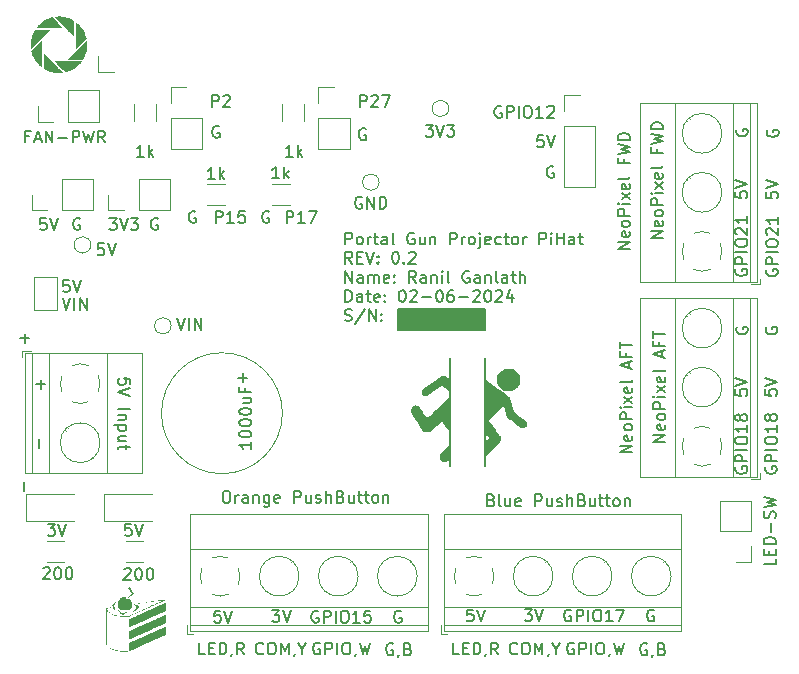
<source format=gbr>
%TF.GenerationSoftware,KiCad,Pcbnew,7.0.1*%
%TF.CreationDate,2024-02-06T22:48:23-07:00*%
%TF.ProjectId,Portal Gun PiHAT Mk2,506f7274-616c-4204-9775-6e2050694841,rev?*%
%TF.SameCoordinates,Original*%
%TF.FileFunction,Legend,Top*%
%TF.FilePolarity,Positive*%
%FSLAX46Y46*%
G04 Gerber Fmt 4.6, Leading zero omitted, Abs format (unit mm)*
G04 Created by KiCad (PCBNEW 7.0.1) date 2024-02-06 22:48:23*
%MOMM*%
%LPD*%
G01*
G04 APERTURE LIST*
%ADD10C,0.120000*%
%ADD11C,0.150000*%
%ADD12C,0.200000*%
G04 APERTURE END LIST*
D10*
X107040000Y-50100000D02*
X107040000Y-48770000D01*
X107040000Y-50100000D02*
X108370000Y-50100000D01*
D11*
X132417000Y-70172000D02*
X139783000Y-70172000D01*
X139783000Y-71950000D01*
X132417000Y-71950000D01*
X132417000Y-70172000D01*
G36*
X132417000Y-70172000D02*
G01*
X139783000Y-70172000D01*
X139783000Y-71950000D01*
X132417000Y-71950000D01*
X132417000Y-70172000D01*
G37*
D12*
X160977619Y-76990476D02*
X160977619Y-77466666D01*
X160977619Y-77466666D02*
X161453809Y-77514285D01*
X161453809Y-77514285D02*
X161406190Y-77466666D01*
X161406190Y-77466666D02*
X161358571Y-77371428D01*
X161358571Y-77371428D02*
X161358571Y-77133333D01*
X161358571Y-77133333D02*
X161406190Y-77038095D01*
X161406190Y-77038095D02*
X161453809Y-76990476D01*
X161453809Y-76990476D02*
X161549047Y-76942857D01*
X161549047Y-76942857D02*
X161787142Y-76942857D01*
X161787142Y-76942857D02*
X161882380Y-76990476D01*
X161882380Y-76990476D02*
X161930000Y-77038095D01*
X161930000Y-77038095D02*
X161977619Y-77133333D01*
X161977619Y-77133333D02*
X161977619Y-77371428D01*
X161977619Y-77371428D02*
X161930000Y-77466666D01*
X161930000Y-77466666D02*
X161882380Y-77514285D01*
X160977619Y-76657142D02*
X161977619Y-76323809D01*
X161977619Y-76323809D02*
X160977619Y-75990476D01*
X163525238Y-83552380D02*
X163477619Y-83647618D01*
X163477619Y-83647618D02*
X163477619Y-83790475D01*
X163477619Y-83790475D02*
X163525238Y-83933332D01*
X163525238Y-83933332D02*
X163620476Y-84028570D01*
X163620476Y-84028570D02*
X163715714Y-84076189D01*
X163715714Y-84076189D02*
X163906190Y-84123808D01*
X163906190Y-84123808D02*
X164049047Y-84123808D01*
X164049047Y-84123808D02*
X164239523Y-84076189D01*
X164239523Y-84076189D02*
X164334761Y-84028570D01*
X164334761Y-84028570D02*
X164430000Y-83933332D01*
X164430000Y-83933332D02*
X164477619Y-83790475D01*
X164477619Y-83790475D02*
X164477619Y-83695237D01*
X164477619Y-83695237D02*
X164430000Y-83552380D01*
X164430000Y-83552380D02*
X164382380Y-83504761D01*
X164382380Y-83504761D02*
X164049047Y-83504761D01*
X164049047Y-83504761D02*
X164049047Y-83695237D01*
X164477619Y-83076189D02*
X163477619Y-83076189D01*
X163477619Y-83076189D02*
X163477619Y-82695237D01*
X163477619Y-82695237D02*
X163525238Y-82599999D01*
X163525238Y-82599999D02*
X163572857Y-82552380D01*
X163572857Y-82552380D02*
X163668095Y-82504761D01*
X163668095Y-82504761D02*
X163810952Y-82504761D01*
X163810952Y-82504761D02*
X163906190Y-82552380D01*
X163906190Y-82552380D02*
X163953809Y-82599999D01*
X163953809Y-82599999D02*
X164001428Y-82695237D01*
X164001428Y-82695237D02*
X164001428Y-83076189D01*
X164477619Y-82076189D02*
X163477619Y-82076189D01*
X163477619Y-81409523D02*
X163477619Y-81219047D01*
X163477619Y-81219047D02*
X163525238Y-81123809D01*
X163525238Y-81123809D02*
X163620476Y-81028571D01*
X163620476Y-81028571D02*
X163810952Y-80980952D01*
X163810952Y-80980952D02*
X164144285Y-80980952D01*
X164144285Y-80980952D02*
X164334761Y-81028571D01*
X164334761Y-81028571D02*
X164430000Y-81123809D01*
X164430000Y-81123809D02*
X164477619Y-81219047D01*
X164477619Y-81219047D02*
X164477619Y-81409523D01*
X164477619Y-81409523D02*
X164430000Y-81504761D01*
X164430000Y-81504761D02*
X164334761Y-81599999D01*
X164334761Y-81599999D02*
X164144285Y-81647618D01*
X164144285Y-81647618D02*
X163810952Y-81647618D01*
X163810952Y-81647618D02*
X163620476Y-81599999D01*
X163620476Y-81599999D02*
X163525238Y-81504761D01*
X163525238Y-81504761D02*
X163477619Y-81409523D01*
X164477619Y-80028571D02*
X164477619Y-80599999D01*
X164477619Y-80314285D02*
X163477619Y-80314285D01*
X163477619Y-80314285D02*
X163620476Y-80409523D01*
X163620476Y-80409523D02*
X163715714Y-80504761D01*
X163715714Y-80504761D02*
X163763333Y-80599999D01*
X163906190Y-79457142D02*
X163858571Y-79552380D01*
X163858571Y-79552380D02*
X163810952Y-79599999D01*
X163810952Y-79599999D02*
X163715714Y-79647618D01*
X163715714Y-79647618D02*
X163668095Y-79647618D01*
X163668095Y-79647618D02*
X163572857Y-79599999D01*
X163572857Y-79599999D02*
X163525238Y-79552380D01*
X163525238Y-79552380D02*
X163477619Y-79457142D01*
X163477619Y-79457142D02*
X163477619Y-79266666D01*
X163477619Y-79266666D02*
X163525238Y-79171428D01*
X163525238Y-79171428D02*
X163572857Y-79123809D01*
X163572857Y-79123809D02*
X163668095Y-79076190D01*
X163668095Y-79076190D02*
X163715714Y-79076190D01*
X163715714Y-79076190D02*
X163810952Y-79123809D01*
X163810952Y-79123809D02*
X163858571Y-79171428D01*
X163858571Y-79171428D02*
X163906190Y-79266666D01*
X163906190Y-79266666D02*
X163906190Y-79457142D01*
X163906190Y-79457142D02*
X163953809Y-79552380D01*
X163953809Y-79552380D02*
X164001428Y-79599999D01*
X164001428Y-79599999D02*
X164096666Y-79647618D01*
X164096666Y-79647618D02*
X164287142Y-79647618D01*
X164287142Y-79647618D02*
X164382380Y-79599999D01*
X164382380Y-79599999D02*
X164430000Y-79552380D01*
X164430000Y-79552380D02*
X164477619Y-79457142D01*
X164477619Y-79457142D02*
X164477619Y-79266666D01*
X164477619Y-79266666D02*
X164430000Y-79171428D01*
X164430000Y-79171428D02*
X164382380Y-79123809D01*
X164382380Y-79123809D02*
X164287142Y-79076190D01*
X164287142Y-79076190D02*
X164096666Y-79076190D01*
X164096666Y-79076190D02*
X164001428Y-79123809D01*
X164001428Y-79123809D02*
X163953809Y-79171428D01*
X163953809Y-79171428D02*
X163906190Y-79266666D01*
X152227619Y-82319047D02*
X151227619Y-82319047D01*
X151227619Y-82319047D02*
X152227619Y-81747619D01*
X152227619Y-81747619D02*
X151227619Y-81747619D01*
X152180000Y-80890476D02*
X152227619Y-80985714D01*
X152227619Y-80985714D02*
X152227619Y-81176190D01*
X152227619Y-81176190D02*
X152180000Y-81271428D01*
X152180000Y-81271428D02*
X152084761Y-81319047D01*
X152084761Y-81319047D02*
X151703809Y-81319047D01*
X151703809Y-81319047D02*
X151608571Y-81271428D01*
X151608571Y-81271428D02*
X151560952Y-81176190D01*
X151560952Y-81176190D02*
X151560952Y-80985714D01*
X151560952Y-80985714D02*
X151608571Y-80890476D01*
X151608571Y-80890476D02*
X151703809Y-80842857D01*
X151703809Y-80842857D02*
X151799047Y-80842857D01*
X151799047Y-80842857D02*
X151894285Y-81319047D01*
X152227619Y-80271428D02*
X152180000Y-80366666D01*
X152180000Y-80366666D02*
X152132380Y-80414285D01*
X152132380Y-80414285D02*
X152037142Y-80461904D01*
X152037142Y-80461904D02*
X151751428Y-80461904D01*
X151751428Y-80461904D02*
X151656190Y-80414285D01*
X151656190Y-80414285D02*
X151608571Y-80366666D01*
X151608571Y-80366666D02*
X151560952Y-80271428D01*
X151560952Y-80271428D02*
X151560952Y-80128571D01*
X151560952Y-80128571D02*
X151608571Y-80033333D01*
X151608571Y-80033333D02*
X151656190Y-79985714D01*
X151656190Y-79985714D02*
X151751428Y-79938095D01*
X151751428Y-79938095D02*
X152037142Y-79938095D01*
X152037142Y-79938095D02*
X152132380Y-79985714D01*
X152132380Y-79985714D02*
X152180000Y-80033333D01*
X152180000Y-80033333D02*
X152227619Y-80128571D01*
X152227619Y-80128571D02*
X152227619Y-80271428D01*
X152227619Y-79509523D02*
X151227619Y-79509523D01*
X151227619Y-79509523D02*
X151227619Y-79128571D01*
X151227619Y-79128571D02*
X151275238Y-79033333D01*
X151275238Y-79033333D02*
X151322857Y-78985714D01*
X151322857Y-78985714D02*
X151418095Y-78938095D01*
X151418095Y-78938095D02*
X151560952Y-78938095D01*
X151560952Y-78938095D02*
X151656190Y-78985714D01*
X151656190Y-78985714D02*
X151703809Y-79033333D01*
X151703809Y-79033333D02*
X151751428Y-79128571D01*
X151751428Y-79128571D02*
X151751428Y-79509523D01*
X152227619Y-78509523D02*
X151560952Y-78509523D01*
X151227619Y-78509523D02*
X151275238Y-78557142D01*
X151275238Y-78557142D02*
X151322857Y-78509523D01*
X151322857Y-78509523D02*
X151275238Y-78461904D01*
X151275238Y-78461904D02*
X151227619Y-78509523D01*
X151227619Y-78509523D02*
X151322857Y-78509523D01*
X152227619Y-78128571D02*
X151560952Y-77604762D01*
X151560952Y-78128571D02*
X152227619Y-77604762D01*
X152180000Y-76842857D02*
X152227619Y-76938095D01*
X152227619Y-76938095D02*
X152227619Y-77128571D01*
X152227619Y-77128571D02*
X152180000Y-77223809D01*
X152180000Y-77223809D02*
X152084761Y-77271428D01*
X152084761Y-77271428D02*
X151703809Y-77271428D01*
X151703809Y-77271428D02*
X151608571Y-77223809D01*
X151608571Y-77223809D02*
X151560952Y-77128571D01*
X151560952Y-77128571D02*
X151560952Y-76938095D01*
X151560952Y-76938095D02*
X151608571Y-76842857D01*
X151608571Y-76842857D02*
X151703809Y-76795238D01*
X151703809Y-76795238D02*
X151799047Y-76795238D01*
X151799047Y-76795238D02*
X151894285Y-77271428D01*
X152227619Y-76223809D02*
X152180000Y-76319047D01*
X152180000Y-76319047D02*
X152084761Y-76366666D01*
X152084761Y-76366666D02*
X151227619Y-76366666D01*
X151941904Y-75128570D02*
X151941904Y-74652380D01*
X152227619Y-75223808D02*
X151227619Y-74890475D01*
X151227619Y-74890475D02*
X152227619Y-74557142D01*
X151703809Y-73890475D02*
X151703809Y-74223808D01*
X152227619Y-74223808D02*
X151227619Y-74223808D01*
X151227619Y-74223808D02*
X151227619Y-73747618D01*
X151227619Y-73509522D02*
X151227619Y-72938094D01*
X152227619Y-73223808D02*
X151227619Y-73223808D01*
X107961905Y-62477619D02*
X108580952Y-62477619D01*
X108580952Y-62477619D02*
X108247619Y-62858571D01*
X108247619Y-62858571D02*
X108390476Y-62858571D01*
X108390476Y-62858571D02*
X108485714Y-62906190D01*
X108485714Y-62906190D02*
X108533333Y-62953809D01*
X108533333Y-62953809D02*
X108580952Y-63049047D01*
X108580952Y-63049047D02*
X108580952Y-63287142D01*
X108580952Y-63287142D02*
X108533333Y-63382380D01*
X108533333Y-63382380D02*
X108485714Y-63430000D01*
X108485714Y-63430000D02*
X108390476Y-63477619D01*
X108390476Y-63477619D02*
X108104762Y-63477619D01*
X108104762Y-63477619D02*
X108009524Y-63430000D01*
X108009524Y-63430000D02*
X107961905Y-63382380D01*
X108866667Y-62477619D02*
X109200000Y-63477619D01*
X109200000Y-63477619D02*
X109533333Y-62477619D01*
X109771429Y-62477619D02*
X110390476Y-62477619D01*
X110390476Y-62477619D02*
X110057143Y-62858571D01*
X110057143Y-62858571D02*
X110200000Y-62858571D01*
X110200000Y-62858571D02*
X110295238Y-62906190D01*
X110295238Y-62906190D02*
X110342857Y-62953809D01*
X110342857Y-62953809D02*
X110390476Y-63049047D01*
X110390476Y-63049047D02*
X110390476Y-63287142D01*
X110390476Y-63287142D02*
X110342857Y-63382380D01*
X110342857Y-63382380D02*
X110295238Y-63430000D01*
X110295238Y-63430000D02*
X110200000Y-63477619D01*
X110200000Y-63477619D02*
X109914286Y-63477619D01*
X109914286Y-63477619D02*
X109819048Y-63430000D01*
X109819048Y-63430000D02*
X109771429Y-63382380D01*
X154827619Y-64180952D02*
X153827619Y-64180952D01*
X153827619Y-64180952D02*
X154827619Y-63609524D01*
X154827619Y-63609524D02*
X153827619Y-63609524D01*
X154780000Y-62752381D02*
X154827619Y-62847619D01*
X154827619Y-62847619D02*
X154827619Y-63038095D01*
X154827619Y-63038095D02*
X154780000Y-63133333D01*
X154780000Y-63133333D02*
X154684761Y-63180952D01*
X154684761Y-63180952D02*
X154303809Y-63180952D01*
X154303809Y-63180952D02*
X154208571Y-63133333D01*
X154208571Y-63133333D02*
X154160952Y-63038095D01*
X154160952Y-63038095D02*
X154160952Y-62847619D01*
X154160952Y-62847619D02*
X154208571Y-62752381D01*
X154208571Y-62752381D02*
X154303809Y-62704762D01*
X154303809Y-62704762D02*
X154399047Y-62704762D01*
X154399047Y-62704762D02*
X154494285Y-63180952D01*
X154827619Y-62133333D02*
X154780000Y-62228571D01*
X154780000Y-62228571D02*
X154732380Y-62276190D01*
X154732380Y-62276190D02*
X154637142Y-62323809D01*
X154637142Y-62323809D02*
X154351428Y-62323809D01*
X154351428Y-62323809D02*
X154256190Y-62276190D01*
X154256190Y-62276190D02*
X154208571Y-62228571D01*
X154208571Y-62228571D02*
X154160952Y-62133333D01*
X154160952Y-62133333D02*
X154160952Y-61990476D01*
X154160952Y-61990476D02*
X154208571Y-61895238D01*
X154208571Y-61895238D02*
X154256190Y-61847619D01*
X154256190Y-61847619D02*
X154351428Y-61800000D01*
X154351428Y-61800000D02*
X154637142Y-61800000D01*
X154637142Y-61800000D02*
X154732380Y-61847619D01*
X154732380Y-61847619D02*
X154780000Y-61895238D01*
X154780000Y-61895238D02*
X154827619Y-61990476D01*
X154827619Y-61990476D02*
X154827619Y-62133333D01*
X154827619Y-61371428D02*
X153827619Y-61371428D01*
X153827619Y-61371428D02*
X153827619Y-60990476D01*
X153827619Y-60990476D02*
X153875238Y-60895238D01*
X153875238Y-60895238D02*
X153922857Y-60847619D01*
X153922857Y-60847619D02*
X154018095Y-60800000D01*
X154018095Y-60800000D02*
X154160952Y-60800000D01*
X154160952Y-60800000D02*
X154256190Y-60847619D01*
X154256190Y-60847619D02*
X154303809Y-60895238D01*
X154303809Y-60895238D02*
X154351428Y-60990476D01*
X154351428Y-60990476D02*
X154351428Y-61371428D01*
X154827619Y-60371428D02*
X154160952Y-60371428D01*
X153827619Y-60371428D02*
X153875238Y-60419047D01*
X153875238Y-60419047D02*
X153922857Y-60371428D01*
X153922857Y-60371428D02*
X153875238Y-60323809D01*
X153875238Y-60323809D02*
X153827619Y-60371428D01*
X153827619Y-60371428D02*
X153922857Y-60371428D01*
X154827619Y-59990476D02*
X154160952Y-59466667D01*
X154160952Y-59990476D02*
X154827619Y-59466667D01*
X154780000Y-58704762D02*
X154827619Y-58800000D01*
X154827619Y-58800000D02*
X154827619Y-58990476D01*
X154827619Y-58990476D02*
X154780000Y-59085714D01*
X154780000Y-59085714D02*
X154684761Y-59133333D01*
X154684761Y-59133333D02*
X154303809Y-59133333D01*
X154303809Y-59133333D02*
X154208571Y-59085714D01*
X154208571Y-59085714D02*
X154160952Y-58990476D01*
X154160952Y-58990476D02*
X154160952Y-58800000D01*
X154160952Y-58800000D02*
X154208571Y-58704762D01*
X154208571Y-58704762D02*
X154303809Y-58657143D01*
X154303809Y-58657143D02*
X154399047Y-58657143D01*
X154399047Y-58657143D02*
X154494285Y-59133333D01*
X154827619Y-58085714D02*
X154780000Y-58180952D01*
X154780000Y-58180952D02*
X154684761Y-58228571D01*
X154684761Y-58228571D02*
X153827619Y-58228571D01*
X154303809Y-56609523D02*
X154303809Y-56942856D01*
X154827619Y-56942856D02*
X153827619Y-56942856D01*
X153827619Y-56942856D02*
X153827619Y-56466666D01*
X153827619Y-56180951D02*
X154827619Y-55942856D01*
X154827619Y-55942856D02*
X154113333Y-55752380D01*
X154113333Y-55752380D02*
X154827619Y-55561904D01*
X154827619Y-55561904D02*
X153827619Y-55323809D01*
X154827619Y-54942856D02*
X153827619Y-54942856D01*
X153827619Y-54942856D02*
X153827619Y-54704761D01*
X153827619Y-54704761D02*
X153875238Y-54561904D01*
X153875238Y-54561904D02*
X153970476Y-54466666D01*
X153970476Y-54466666D02*
X154065714Y-54419047D01*
X154065714Y-54419047D02*
X154256190Y-54371428D01*
X154256190Y-54371428D02*
X154399047Y-54371428D01*
X154399047Y-54371428D02*
X154589523Y-54419047D01*
X154589523Y-54419047D02*
X154684761Y-54466666D01*
X154684761Y-54466666D02*
X154780000Y-54561904D01*
X154780000Y-54561904D02*
X154827619Y-54704761D01*
X154827619Y-54704761D02*
X154827619Y-54942856D01*
X104004762Y-69227619D02*
X104338095Y-70227619D01*
X104338095Y-70227619D02*
X104671428Y-69227619D01*
X105004762Y-70227619D02*
X105004762Y-69227619D01*
X105480952Y-70227619D02*
X105480952Y-69227619D01*
X105480952Y-69227619D02*
X106052380Y-70227619D01*
X106052380Y-70227619D02*
X106052380Y-69227619D01*
X147047619Y-95675238D02*
X146952381Y-95627619D01*
X146952381Y-95627619D02*
X146809524Y-95627619D01*
X146809524Y-95627619D02*
X146666667Y-95675238D01*
X146666667Y-95675238D02*
X146571429Y-95770476D01*
X146571429Y-95770476D02*
X146523810Y-95865714D01*
X146523810Y-95865714D02*
X146476191Y-96056190D01*
X146476191Y-96056190D02*
X146476191Y-96199047D01*
X146476191Y-96199047D02*
X146523810Y-96389523D01*
X146523810Y-96389523D02*
X146571429Y-96484761D01*
X146571429Y-96484761D02*
X146666667Y-96580000D01*
X146666667Y-96580000D02*
X146809524Y-96627619D01*
X146809524Y-96627619D02*
X146904762Y-96627619D01*
X146904762Y-96627619D02*
X147047619Y-96580000D01*
X147047619Y-96580000D02*
X147095238Y-96532380D01*
X147095238Y-96532380D02*
X147095238Y-96199047D01*
X147095238Y-96199047D02*
X146904762Y-96199047D01*
X147523810Y-96627619D02*
X147523810Y-95627619D01*
X147523810Y-95627619D02*
X147904762Y-95627619D01*
X147904762Y-95627619D02*
X148000000Y-95675238D01*
X148000000Y-95675238D02*
X148047619Y-95722857D01*
X148047619Y-95722857D02*
X148095238Y-95818095D01*
X148095238Y-95818095D02*
X148095238Y-95960952D01*
X148095238Y-95960952D02*
X148047619Y-96056190D01*
X148047619Y-96056190D02*
X148000000Y-96103809D01*
X148000000Y-96103809D02*
X147904762Y-96151428D01*
X147904762Y-96151428D02*
X147523810Y-96151428D01*
X148523810Y-96627619D02*
X148523810Y-95627619D01*
X149190476Y-95627619D02*
X149380952Y-95627619D01*
X149380952Y-95627619D02*
X149476190Y-95675238D01*
X149476190Y-95675238D02*
X149571428Y-95770476D01*
X149571428Y-95770476D02*
X149619047Y-95960952D01*
X149619047Y-95960952D02*
X149619047Y-96294285D01*
X149619047Y-96294285D02*
X149571428Y-96484761D01*
X149571428Y-96484761D02*
X149476190Y-96580000D01*
X149476190Y-96580000D02*
X149380952Y-96627619D01*
X149380952Y-96627619D02*
X149190476Y-96627619D01*
X149190476Y-96627619D02*
X149095238Y-96580000D01*
X149095238Y-96580000D02*
X149000000Y-96484761D01*
X149000000Y-96484761D02*
X148952381Y-96294285D01*
X148952381Y-96294285D02*
X148952381Y-95960952D01*
X148952381Y-95960952D02*
X149000000Y-95770476D01*
X149000000Y-95770476D02*
X149095238Y-95675238D01*
X149095238Y-95675238D02*
X149190476Y-95627619D01*
X150571428Y-96627619D02*
X150000000Y-96627619D01*
X150285714Y-96627619D02*
X150285714Y-95627619D01*
X150285714Y-95627619D02*
X150190476Y-95770476D01*
X150190476Y-95770476D02*
X150095238Y-95865714D01*
X150095238Y-95865714D02*
X150000000Y-95913333D01*
X150904762Y-95627619D02*
X151571428Y-95627619D01*
X151571428Y-95627619D02*
X151142857Y-96627619D01*
X117261904Y-54725238D02*
X117166666Y-54677619D01*
X117166666Y-54677619D02*
X117023809Y-54677619D01*
X117023809Y-54677619D02*
X116880952Y-54725238D01*
X116880952Y-54725238D02*
X116785714Y-54820476D01*
X116785714Y-54820476D02*
X116738095Y-54915714D01*
X116738095Y-54915714D02*
X116690476Y-55106190D01*
X116690476Y-55106190D02*
X116690476Y-55249047D01*
X116690476Y-55249047D02*
X116738095Y-55439523D01*
X116738095Y-55439523D02*
X116785714Y-55534761D01*
X116785714Y-55534761D02*
X116880952Y-55630000D01*
X116880952Y-55630000D02*
X117023809Y-55677619D01*
X117023809Y-55677619D02*
X117119047Y-55677619D01*
X117119047Y-55677619D02*
X117261904Y-55630000D01*
X117261904Y-55630000D02*
X117309523Y-55582380D01*
X117309523Y-55582380D02*
X117309523Y-55249047D01*
X117309523Y-55249047D02*
X117119047Y-55249047D01*
X154061904Y-95675238D02*
X153966666Y-95627619D01*
X153966666Y-95627619D02*
X153823809Y-95627619D01*
X153823809Y-95627619D02*
X153680952Y-95675238D01*
X153680952Y-95675238D02*
X153585714Y-95770476D01*
X153585714Y-95770476D02*
X153538095Y-95865714D01*
X153538095Y-95865714D02*
X153490476Y-96056190D01*
X153490476Y-96056190D02*
X153490476Y-96199047D01*
X153490476Y-96199047D02*
X153538095Y-96389523D01*
X153538095Y-96389523D02*
X153585714Y-96484761D01*
X153585714Y-96484761D02*
X153680952Y-96580000D01*
X153680952Y-96580000D02*
X153823809Y-96627619D01*
X153823809Y-96627619D02*
X153919047Y-96627619D01*
X153919047Y-96627619D02*
X154061904Y-96580000D01*
X154061904Y-96580000D02*
X154109523Y-96532380D01*
X154109523Y-96532380D02*
X154109523Y-96199047D01*
X154109523Y-96199047D02*
X153919047Y-96199047D01*
X116880952Y-59177619D02*
X116309524Y-59177619D01*
X116595238Y-59177619D02*
X116595238Y-58177619D01*
X116595238Y-58177619D02*
X116500000Y-58320476D01*
X116500000Y-58320476D02*
X116404762Y-58415714D01*
X116404762Y-58415714D02*
X116309524Y-58463333D01*
X117309524Y-59177619D02*
X117309524Y-58177619D01*
X117404762Y-58796666D02*
X117690476Y-59177619D01*
X117690476Y-58510952D02*
X117309524Y-58891904D01*
X137569047Y-99427619D02*
X137092857Y-99427619D01*
X137092857Y-99427619D02*
X137092857Y-98427619D01*
X137902381Y-98903809D02*
X138235714Y-98903809D01*
X138378571Y-99427619D02*
X137902381Y-99427619D01*
X137902381Y-99427619D02*
X137902381Y-98427619D01*
X137902381Y-98427619D02*
X138378571Y-98427619D01*
X138807143Y-99427619D02*
X138807143Y-98427619D01*
X138807143Y-98427619D02*
X139045238Y-98427619D01*
X139045238Y-98427619D02*
X139188095Y-98475238D01*
X139188095Y-98475238D02*
X139283333Y-98570476D01*
X139283333Y-98570476D02*
X139330952Y-98665714D01*
X139330952Y-98665714D02*
X139378571Y-98856190D01*
X139378571Y-98856190D02*
X139378571Y-98999047D01*
X139378571Y-98999047D02*
X139330952Y-99189523D01*
X139330952Y-99189523D02*
X139283333Y-99284761D01*
X139283333Y-99284761D02*
X139188095Y-99380000D01*
X139188095Y-99380000D02*
X139045238Y-99427619D01*
X139045238Y-99427619D02*
X138807143Y-99427619D01*
X139854762Y-99380000D02*
X139854762Y-99427619D01*
X139854762Y-99427619D02*
X139807143Y-99522857D01*
X139807143Y-99522857D02*
X139759524Y-99570476D01*
X140854761Y-99427619D02*
X140521428Y-98951428D01*
X140283333Y-99427619D02*
X140283333Y-98427619D01*
X140283333Y-98427619D02*
X140664285Y-98427619D01*
X140664285Y-98427619D02*
X140759523Y-98475238D01*
X140759523Y-98475238D02*
X140807142Y-98522857D01*
X140807142Y-98522857D02*
X140854761Y-98618095D01*
X140854761Y-98618095D02*
X140854761Y-98760952D01*
X140854761Y-98760952D02*
X140807142Y-98856190D01*
X140807142Y-98856190D02*
X140759523Y-98903809D01*
X140759523Y-98903809D02*
X140664285Y-98951428D01*
X140664285Y-98951428D02*
X140283333Y-98951428D01*
X129185714Y-53077619D02*
X129185714Y-52077619D01*
X129185714Y-52077619D02*
X129566666Y-52077619D01*
X129566666Y-52077619D02*
X129661904Y-52125238D01*
X129661904Y-52125238D02*
X129709523Y-52172857D01*
X129709523Y-52172857D02*
X129757142Y-52268095D01*
X129757142Y-52268095D02*
X129757142Y-52410952D01*
X129757142Y-52410952D02*
X129709523Y-52506190D01*
X129709523Y-52506190D02*
X129661904Y-52553809D01*
X129661904Y-52553809D02*
X129566666Y-52601428D01*
X129566666Y-52601428D02*
X129185714Y-52601428D01*
X130138095Y-52172857D02*
X130185714Y-52125238D01*
X130185714Y-52125238D02*
X130280952Y-52077619D01*
X130280952Y-52077619D02*
X130519047Y-52077619D01*
X130519047Y-52077619D02*
X130614285Y-52125238D01*
X130614285Y-52125238D02*
X130661904Y-52172857D01*
X130661904Y-52172857D02*
X130709523Y-52268095D01*
X130709523Y-52268095D02*
X130709523Y-52363333D01*
X130709523Y-52363333D02*
X130661904Y-52506190D01*
X130661904Y-52506190D02*
X130090476Y-53077619D01*
X130090476Y-53077619D02*
X130709523Y-53077619D01*
X131042857Y-52077619D02*
X131709523Y-52077619D01*
X131709523Y-52077619D02*
X131280952Y-53077619D01*
X144709523Y-55477619D02*
X144233333Y-55477619D01*
X144233333Y-55477619D02*
X144185714Y-55953809D01*
X144185714Y-55953809D02*
X144233333Y-55906190D01*
X144233333Y-55906190D02*
X144328571Y-55858571D01*
X144328571Y-55858571D02*
X144566666Y-55858571D01*
X144566666Y-55858571D02*
X144661904Y-55906190D01*
X144661904Y-55906190D02*
X144709523Y-55953809D01*
X144709523Y-55953809D02*
X144757142Y-56049047D01*
X144757142Y-56049047D02*
X144757142Y-56287142D01*
X144757142Y-56287142D02*
X144709523Y-56382380D01*
X144709523Y-56382380D02*
X144661904Y-56430000D01*
X144661904Y-56430000D02*
X144566666Y-56477619D01*
X144566666Y-56477619D02*
X144328571Y-56477619D01*
X144328571Y-56477619D02*
X144233333Y-56430000D01*
X144233333Y-56430000D02*
X144185714Y-56382380D01*
X145042857Y-55477619D02*
X145376190Y-56477619D01*
X145376190Y-56477619D02*
X145709523Y-55477619D01*
X117359523Y-95727619D02*
X116883333Y-95727619D01*
X116883333Y-95727619D02*
X116835714Y-96203809D01*
X116835714Y-96203809D02*
X116883333Y-96156190D01*
X116883333Y-96156190D02*
X116978571Y-96108571D01*
X116978571Y-96108571D02*
X117216666Y-96108571D01*
X117216666Y-96108571D02*
X117311904Y-96156190D01*
X117311904Y-96156190D02*
X117359523Y-96203809D01*
X117359523Y-96203809D02*
X117407142Y-96299047D01*
X117407142Y-96299047D02*
X117407142Y-96537142D01*
X117407142Y-96537142D02*
X117359523Y-96632380D01*
X117359523Y-96632380D02*
X117311904Y-96680000D01*
X117311904Y-96680000D02*
X117216666Y-96727619D01*
X117216666Y-96727619D02*
X116978571Y-96727619D01*
X116978571Y-96727619D02*
X116883333Y-96680000D01*
X116883333Y-96680000D02*
X116835714Y-96632380D01*
X117692857Y-95727619D02*
X118026190Y-96727619D01*
X118026190Y-96727619D02*
X118359523Y-95727619D01*
X100803333Y-72269048D02*
X100803333Y-73030953D01*
X100422380Y-72650000D02*
X101184285Y-72650000D01*
X113704762Y-70977619D02*
X114038095Y-71977619D01*
X114038095Y-71977619D02*
X114371428Y-70977619D01*
X114704762Y-71977619D02*
X114704762Y-70977619D01*
X115180952Y-71977619D02*
X115180952Y-70977619D01*
X115180952Y-70977619D02*
X115752380Y-71977619D01*
X115752380Y-71977619D02*
X115752380Y-70977619D01*
X129338095Y-60725238D02*
X129242857Y-60677619D01*
X129242857Y-60677619D02*
X129100000Y-60677619D01*
X129100000Y-60677619D02*
X128957143Y-60725238D01*
X128957143Y-60725238D02*
X128861905Y-60820476D01*
X128861905Y-60820476D02*
X128814286Y-60915714D01*
X128814286Y-60915714D02*
X128766667Y-61106190D01*
X128766667Y-61106190D02*
X128766667Y-61249047D01*
X128766667Y-61249047D02*
X128814286Y-61439523D01*
X128814286Y-61439523D02*
X128861905Y-61534761D01*
X128861905Y-61534761D02*
X128957143Y-61630000D01*
X128957143Y-61630000D02*
X129100000Y-61677619D01*
X129100000Y-61677619D02*
X129195238Y-61677619D01*
X129195238Y-61677619D02*
X129338095Y-61630000D01*
X129338095Y-61630000D02*
X129385714Y-61582380D01*
X129385714Y-61582380D02*
X129385714Y-61249047D01*
X129385714Y-61249047D02*
X129195238Y-61249047D01*
X129814286Y-61677619D02*
X129814286Y-60677619D01*
X129814286Y-60677619D02*
X130385714Y-61677619D01*
X130385714Y-61677619D02*
X130385714Y-60677619D01*
X130861905Y-61677619D02*
X130861905Y-60677619D01*
X130861905Y-60677619D02*
X131100000Y-60677619D01*
X131100000Y-60677619D02*
X131242857Y-60725238D01*
X131242857Y-60725238D02*
X131338095Y-60820476D01*
X131338095Y-60820476D02*
X131385714Y-60915714D01*
X131385714Y-60915714D02*
X131433333Y-61106190D01*
X131433333Y-61106190D02*
X131433333Y-61249047D01*
X131433333Y-61249047D02*
X131385714Y-61439523D01*
X131385714Y-61439523D02*
X131338095Y-61534761D01*
X131338095Y-61534761D02*
X131242857Y-61630000D01*
X131242857Y-61630000D02*
X131100000Y-61677619D01*
X131100000Y-61677619D02*
X130861905Y-61677619D01*
X138759523Y-95627619D02*
X138283333Y-95627619D01*
X138283333Y-95627619D02*
X138235714Y-96103809D01*
X138235714Y-96103809D02*
X138283333Y-96056190D01*
X138283333Y-96056190D02*
X138378571Y-96008571D01*
X138378571Y-96008571D02*
X138616666Y-96008571D01*
X138616666Y-96008571D02*
X138711904Y-96056190D01*
X138711904Y-96056190D02*
X138759523Y-96103809D01*
X138759523Y-96103809D02*
X138807142Y-96199047D01*
X138807142Y-96199047D02*
X138807142Y-96437142D01*
X138807142Y-96437142D02*
X138759523Y-96532380D01*
X138759523Y-96532380D02*
X138711904Y-96580000D01*
X138711904Y-96580000D02*
X138616666Y-96627619D01*
X138616666Y-96627619D02*
X138378571Y-96627619D01*
X138378571Y-96627619D02*
X138283333Y-96580000D01*
X138283333Y-96580000D02*
X138235714Y-96532380D01*
X139092857Y-95627619D02*
X139426190Y-96627619D01*
X139426190Y-96627619D02*
X139759523Y-95627619D01*
X119253333Y-75619048D02*
X119253333Y-76380953D01*
X118872380Y-76000000D02*
X119634285Y-76000000D01*
X140309522Y-86353809D02*
X140452379Y-86401428D01*
X140452379Y-86401428D02*
X140499998Y-86449047D01*
X140499998Y-86449047D02*
X140547617Y-86544285D01*
X140547617Y-86544285D02*
X140547617Y-86687142D01*
X140547617Y-86687142D02*
X140499998Y-86782380D01*
X140499998Y-86782380D02*
X140452379Y-86830000D01*
X140452379Y-86830000D02*
X140357141Y-86877619D01*
X140357141Y-86877619D02*
X139976189Y-86877619D01*
X139976189Y-86877619D02*
X139976189Y-85877619D01*
X139976189Y-85877619D02*
X140309522Y-85877619D01*
X140309522Y-85877619D02*
X140404760Y-85925238D01*
X140404760Y-85925238D02*
X140452379Y-85972857D01*
X140452379Y-85972857D02*
X140499998Y-86068095D01*
X140499998Y-86068095D02*
X140499998Y-86163333D01*
X140499998Y-86163333D02*
X140452379Y-86258571D01*
X140452379Y-86258571D02*
X140404760Y-86306190D01*
X140404760Y-86306190D02*
X140309522Y-86353809D01*
X140309522Y-86353809D02*
X139976189Y-86353809D01*
X141119046Y-86877619D02*
X141023808Y-86830000D01*
X141023808Y-86830000D02*
X140976189Y-86734761D01*
X140976189Y-86734761D02*
X140976189Y-85877619D01*
X141928570Y-86210952D02*
X141928570Y-86877619D01*
X141499999Y-86210952D02*
X141499999Y-86734761D01*
X141499999Y-86734761D02*
X141547618Y-86830000D01*
X141547618Y-86830000D02*
X141642856Y-86877619D01*
X141642856Y-86877619D02*
X141785713Y-86877619D01*
X141785713Y-86877619D02*
X141880951Y-86830000D01*
X141880951Y-86830000D02*
X141928570Y-86782380D01*
X142785713Y-86830000D02*
X142690475Y-86877619D01*
X142690475Y-86877619D02*
X142499999Y-86877619D01*
X142499999Y-86877619D02*
X142404761Y-86830000D01*
X142404761Y-86830000D02*
X142357142Y-86734761D01*
X142357142Y-86734761D02*
X142357142Y-86353809D01*
X142357142Y-86353809D02*
X142404761Y-86258571D01*
X142404761Y-86258571D02*
X142499999Y-86210952D01*
X142499999Y-86210952D02*
X142690475Y-86210952D01*
X142690475Y-86210952D02*
X142785713Y-86258571D01*
X142785713Y-86258571D02*
X142833332Y-86353809D01*
X142833332Y-86353809D02*
X142833332Y-86449047D01*
X142833332Y-86449047D02*
X142357142Y-86544285D01*
X144023809Y-86877619D02*
X144023809Y-85877619D01*
X144023809Y-85877619D02*
X144404761Y-85877619D01*
X144404761Y-85877619D02*
X144499999Y-85925238D01*
X144499999Y-85925238D02*
X144547618Y-85972857D01*
X144547618Y-85972857D02*
X144595237Y-86068095D01*
X144595237Y-86068095D02*
X144595237Y-86210952D01*
X144595237Y-86210952D02*
X144547618Y-86306190D01*
X144547618Y-86306190D02*
X144499999Y-86353809D01*
X144499999Y-86353809D02*
X144404761Y-86401428D01*
X144404761Y-86401428D02*
X144023809Y-86401428D01*
X145452380Y-86210952D02*
X145452380Y-86877619D01*
X145023809Y-86210952D02*
X145023809Y-86734761D01*
X145023809Y-86734761D02*
X145071428Y-86830000D01*
X145071428Y-86830000D02*
X145166666Y-86877619D01*
X145166666Y-86877619D02*
X145309523Y-86877619D01*
X145309523Y-86877619D02*
X145404761Y-86830000D01*
X145404761Y-86830000D02*
X145452380Y-86782380D01*
X145880952Y-86830000D02*
X145976190Y-86877619D01*
X145976190Y-86877619D02*
X146166666Y-86877619D01*
X146166666Y-86877619D02*
X146261904Y-86830000D01*
X146261904Y-86830000D02*
X146309523Y-86734761D01*
X146309523Y-86734761D02*
X146309523Y-86687142D01*
X146309523Y-86687142D02*
X146261904Y-86591904D01*
X146261904Y-86591904D02*
X146166666Y-86544285D01*
X146166666Y-86544285D02*
X146023809Y-86544285D01*
X146023809Y-86544285D02*
X145928571Y-86496666D01*
X145928571Y-86496666D02*
X145880952Y-86401428D01*
X145880952Y-86401428D02*
X145880952Y-86353809D01*
X145880952Y-86353809D02*
X145928571Y-86258571D01*
X145928571Y-86258571D02*
X146023809Y-86210952D01*
X146023809Y-86210952D02*
X146166666Y-86210952D01*
X146166666Y-86210952D02*
X146261904Y-86258571D01*
X146738095Y-86877619D02*
X146738095Y-85877619D01*
X147166666Y-86877619D02*
X147166666Y-86353809D01*
X147166666Y-86353809D02*
X147119047Y-86258571D01*
X147119047Y-86258571D02*
X147023809Y-86210952D01*
X147023809Y-86210952D02*
X146880952Y-86210952D01*
X146880952Y-86210952D02*
X146785714Y-86258571D01*
X146785714Y-86258571D02*
X146738095Y-86306190D01*
X147976190Y-86353809D02*
X148119047Y-86401428D01*
X148119047Y-86401428D02*
X148166666Y-86449047D01*
X148166666Y-86449047D02*
X148214285Y-86544285D01*
X148214285Y-86544285D02*
X148214285Y-86687142D01*
X148214285Y-86687142D02*
X148166666Y-86782380D01*
X148166666Y-86782380D02*
X148119047Y-86830000D01*
X148119047Y-86830000D02*
X148023809Y-86877619D01*
X148023809Y-86877619D02*
X147642857Y-86877619D01*
X147642857Y-86877619D02*
X147642857Y-85877619D01*
X147642857Y-85877619D02*
X147976190Y-85877619D01*
X147976190Y-85877619D02*
X148071428Y-85925238D01*
X148071428Y-85925238D02*
X148119047Y-85972857D01*
X148119047Y-85972857D02*
X148166666Y-86068095D01*
X148166666Y-86068095D02*
X148166666Y-86163333D01*
X148166666Y-86163333D02*
X148119047Y-86258571D01*
X148119047Y-86258571D02*
X148071428Y-86306190D01*
X148071428Y-86306190D02*
X147976190Y-86353809D01*
X147976190Y-86353809D02*
X147642857Y-86353809D01*
X149071428Y-86210952D02*
X149071428Y-86877619D01*
X148642857Y-86210952D02*
X148642857Y-86734761D01*
X148642857Y-86734761D02*
X148690476Y-86830000D01*
X148690476Y-86830000D02*
X148785714Y-86877619D01*
X148785714Y-86877619D02*
X148928571Y-86877619D01*
X148928571Y-86877619D02*
X149023809Y-86830000D01*
X149023809Y-86830000D02*
X149071428Y-86782380D01*
X149404762Y-86210952D02*
X149785714Y-86210952D01*
X149547619Y-85877619D02*
X149547619Y-86734761D01*
X149547619Y-86734761D02*
X149595238Y-86830000D01*
X149595238Y-86830000D02*
X149690476Y-86877619D01*
X149690476Y-86877619D02*
X149785714Y-86877619D01*
X149976191Y-86210952D02*
X150357143Y-86210952D01*
X150119048Y-85877619D02*
X150119048Y-86734761D01*
X150119048Y-86734761D02*
X150166667Y-86830000D01*
X150166667Y-86830000D02*
X150261905Y-86877619D01*
X150261905Y-86877619D02*
X150357143Y-86877619D01*
X150833334Y-86877619D02*
X150738096Y-86830000D01*
X150738096Y-86830000D02*
X150690477Y-86782380D01*
X150690477Y-86782380D02*
X150642858Y-86687142D01*
X150642858Y-86687142D02*
X150642858Y-86401428D01*
X150642858Y-86401428D02*
X150690477Y-86306190D01*
X150690477Y-86306190D02*
X150738096Y-86258571D01*
X150738096Y-86258571D02*
X150833334Y-86210952D01*
X150833334Y-86210952D02*
X150976191Y-86210952D01*
X150976191Y-86210952D02*
X151071429Y-86258571D01*
X151071429Y-86258571D02*
X151119048Y-86306190D01*
X151119048Y-86306190D02*
X151166667Y-86401428D01*
X151166667Y-86401428D02*
X151166667Y-86687142D01*
X151166667Y-86687142D02*
X151119048Y-86782380D01*
X151119048Y-86782380D02*
X151071429Y-86830000D01*
X151071429Y-86830000D02*
X150976191Y-86877619D01*
X150976191Y-86877619D02*
X150833334Y-86877619D01*
X151595239Y-86210952D02*
X151595239Y-86877619D01*
X151595239Y-86306190D02*
X151642858Y-86258571D01*
X151642858Y-86258571D02*
X151738096Y-86210952D01*
X151738096Y-86210952D02*
X151880953Y-86210952D01*
X151880953Y-86210952D02*
X151976191Y-86258571D01*
X151976191Y-86258571D02*
X152023810Y-86353809D01*
X152023810Y-86353809D02*
X152023810Y-86877619D01*
X101200000Y-55553809D02*
X100866667Y-55553809D01*
X100866667Y-56077619D02*
X100866667Y-55077619D01*
X100866667Y-55077619D02*
X101342857Y-55077619D01*
X101676191Y-55791904D02*
X102152381Y-55791904D01*
X101580953Y-56077619D02*
X101914286Y-55077619D01*
X101914286Y-55077619D02*
X102247619Y-56077619D01*
X102580953Y-56077619D02*
X102580953Y-55077619D01*
X102580953Y-55077619D02*
X103152381Y-56077619D01*
X103152381Y-56077619D02*
X103152381Y-55077619D01*
X103628572Y-55696666D02*
X104390477Y-55696666D01*
X104866667Y-56077619D02*
X104866667Y-55077619D01*
X104866667Y-55077619D02*
X105247619Y-55077619D01*
X105247619Y-55077619D02*
X105342857Y-55125238D01*
X105342857Y-55125238D02*
X105390476Y-55172857D01*
X105390476Y-55172857D02*
X105438095Y-55268095D01*
X105438095Y-55268095D02*
X105438095Y-55410952D01*
X105438095Y-55410952D02*
X105390476Y-55506190D01*
X105390476Y-55506190D02*
X105342857Y-55553809D01*
X105342857Y-55553809D02*
X105247619Y-55601428D01*
X105247619Y-55601428D02*
X104866667Y-55601428D01*
X105771429Y-55077619D02*
X106009524Y-56077619D01*
X106009524Y-56077619D02*
X106200000Y-55363333D01*
X106200000Y-55363333D02*
X106390476Y-56077619D01*
X106390476Y-56077619D02*
X106628572Y-55077619D01*
X107580952Y-56077619D02*
X107247619Y-55601428D01*
X107009524Y-56077619D02*
X107009524Y-55077619D01*
X107009524Y-55077619D02*
X107390476Y-55077619D01*
X107390476Y-55077619D02*
X107485714Y-55125238D01*
X107485714Y-55125238D02*
X107533333Y-55172857D01*
X107533333Y-55172857D02*
X107580952Y-55268095D01*
X107580952Y-55268095D02*
X107580952Y-55410952D01*
X107580952Y-55410952D02*
X107533333Y-55506190D01*
X107533333Y-55506190D02*
X107485714Y-55553809D01*
X107485714Y-55553809D02*
X107390476Y-55601428D01*
X107390476Y-55601428D02*
X107009524Y-55601428D01*
X125647619Y-95775238D02*
X125552381Y-95727619D01*
X125552381Y-95727619D02*
X125409524Y-95727619D01*
X125409524Y-95727619D02*
X125266667Y-95775238D01*
X125266667Y-95775238D02*
X125171429Y-95870476D01*
X125171429Y-95870476D02*
X125123810Y-95965714D01*
X125123810Y-95965714D02*
X125076191Y-96156190D01*
X125076191Y-96156190D02*
X125076191Y-96299047D01*
X125076191Y-96299047D02*
X125123810Y-96489523D01*
X125123810Y-96489523D02*
X125171429Y-96584761D01*
X125171429Y-96584761D02*
X125266667Y-96680000D01*
X125266667Y-96680000D02*
X125409524Y-96727619D01*
X125409524Y-96727619D02*
X125504762Y-96727619D01*
X125504762Y-96727619D02*
X125647619Y-96680000D01*
X125647619Y-96680000D02*
X125695238Y-96632380D01*
X125695238Y-96632380D02*
X125695238Y-96299047D01*
X125695238Y-96299047D02*
X125504762Y-96299047D01*
X126123810Y-96727619D02*
X126123810Y-95727619D01*
X126123810Y-95727619D02*
X126504762Y-95727619D01*
X126504762Y-95727619D02*
X126600000Y-95775238D01*
X126600000Y-95775238D02*
X126647619Y-95822857D01*
X126647619Y-95822857D02*
X126695238Y-95918095D01*
X126695238Y-95918095D02*
X126695238Y-96060952D01*
X126695238Y-96060952D02*
X126647619Y-96156190D01*
X126647619Y-96156190D02*
X126600000Y-96203809D01*
X126600000Y-96203809D02*
X126504762Y-96251428D01*
X126504762Y-96251428D02*
X126123810Y-96251428D01*
X127123810Y-96727619D02*
X127123810Y-95727619D01*
X127790476Y-95727619D02*
X127980952Y-95727619D01*
X127980952Y-95727619D02*
X128076190Y-95775238D01*
X128076190Y-95775238D02*
X128171428Y-95870476D01*
X128171428Y-95870476D02*
X128219047Y-96060952D01*
X128219047Y-96060952D02*
X128219047Y-96394285D01*
X128219047Y-96394285D02*
X128171428Y-96584761D01*
X128171428Y-96584761D02*
X128076190Y-96680000D01*
X128076190Y-96680000D02*
X127980952Y-96727619D01*
X127980952Y-96727619D02*
X127790476Y-96727619D01*
X127790476Y-96727619D02*
X127695238Y-96680000D01*
X127695238Y-96680000D02*
X127600000Y-96584761D01*
X127600000Y-96584761D02*
X127552381Y-96394285D01*
X127552381Y-96394285D02*
X127552381Y-96060952D01*
X127552381Y-96060952D02*
X127600000Y-95870476D01*
X127600000Y-95870476D02*
X127695238Y-95775238D01*
X127695238Y-95775238D02*
X127790476Y-95727619D01*
X129171428Y-96727619D02*
X128600000Y-96727619D01*
X128885714Y-96727619D02*
X128885714Y-95727619D01*
X128885714Y-95727619D02*
X128790476Y-95870476D01*
X128790476Y-95870476D02*
X128695238Y-95965714D01*
X128695238Y-95965714D02*
X128600000Y-96013333D01*
X130076190Y-95727619D02*
X129600000Y-95727619D01*
X129600000Y-95727619D02*
X129552381Y-96203809D01*
X129552381Y-96203809D02*
X129600000Y-96156190D01*
X129600000Y-96156190D02*
X129695238Y-96108571D01*
X129695238Y-96108571D02*
X129933333Y-96108571D01*
X129933333Y-96108571D02*
X130028571Y-96156190D01*
X130028571Y-96156190D02*
X130076190Y-96203809D01*
X130076190Y-96203809D02*
X130123809Y-96299047D01*
X130123809Y-96299047D02*
X130123809Y-96537142D01*
X130123809Y-96537142D02*
X130076190Y-96632380D01*
X130076190Y-96632380D02*
X130028571Y-96680000D01*
X130028571Y-96680000D02*
X129933333Y-96727619D01*
X129933333Y-96727619D02*
X129695238Y-96727619D01*
X129695238Y-96727619D02*
X129600000Y-96680000D01*
X129600000Y-96680000D02*
X129552381Y-96632380D01*
X116985714Y-62877619D02*
X116985714Y-61877619D01*
X116985714Y-61877619D02*
X117366666Y-61877619D01*
X117366666Y-61877619D02*
X117461904Y-61925238D01*
X117461904Y-61925238D02*
X117509523Y-61972857D01*
X117509523Y-61972857D02*
X117557142Y-62068095D01*
X117557142Y-62068095D02*
X117557142Y-62210952D01*
X117557142Y-62210952D02*
X117509523Y-62306190D01*
X117509523Y-62306190D02*
X117461904Y-62353809D01*
X117461904Y-62353809D02*
X117366666Y-62401428D01*
X117366666Y-62401428D02*
X116985714Y-62401428D01*
X118509523Y-62877619D02*
X117938095Y-62877619D01*
X118223809Y-62877619D02*
X118223809Y-61877619D01*
X118223809Y-61877619D02*
X118128571Y-62020476D01*
X118128571Y-62020476D02*
X118033333Y-62115714D01*
X118033333Y-62115714D02*
X117938095Y-62163333D01*
X119414285Y-61877619D02*
X118938095Y-61877619D01*
X118938095Y-61877619D02*
X118890476Y-62353809D01*
X118890476Y-62353809D02*
X118938095Y-62306190D01*
X118938095Y-62306190D02*
X119033333Y-62258571D01*
X119033333Y-62258571D02*
X119271428Y-62258571D01*
X119271428Y-62258571D02*
X119366666Y-62306190D01*
X119366666Y-62306190D02*
X119414285Y-62353809D01*
X119414285Y-62353809D02*
X119461904Y-62449047D01*
X119461904Y-62449047D02*
X119461904Y-62687142D01*
X119461904Y-62687142D02*
X119414285Y-62782380D01*
X119414285Y-62782380D02*
X119366666Y-62830000D01*
X119366666Y-62830000D02*
X119271428Y-62877619D01*
X119271428Y-62877619D02*
X119033333Y-62877619D01*
X119033333Y-62877619D02*
X118938095Y-62830000D01*
X118938095Y-62830000D02*
X118890476Y-62782380D01*
X161075238Y-54988095D02*
X161027619Y-55083333D01*
X161027619Y-55083333D02*
X161027619Y-55226190D01*
X161027619Y-55226190D02*
X161075238Y-55369047D01*
X161075238Y-55369047D02*
X161170476Y-55464285D01*
X161170476Y-55464285D02*
X161265714Y-55511904D01*
X161265714Y-55511904D02*
X161456190Y-55559523D01*
X161456190Y-55559523D02*
X161599047Y-55559523D01*
X161599047Y-55559523D02*
X161789523Y-55511904D01*
X161789523Y-55511904D02*
X161884761Y-55464285D01*
X161884761Y-55464285D02*
X161980000Y-55369047D01*
X161980000Y-55369047D02*
X162027619Y-55226190D01*
X162027619Y-55226190D02*
X162027619Y-55130952D01*
X162027619Y-55130952D02*
X161980000Y-54988095D01*
X161980000Y-54988095D02*
X161932380Y-54940476D01*
X161932380Y-54940476D02*
X161599047Y-54940476D01*
X161599047Y-54940476D02*
X161599047Y-55130952D01*
X147290476Y-98475238D02*
X147195238Y-98427619D01*
X147195238Y-98427619D02*
X147052381Y-98427619D01*
X147052381Y-98427619D02*
X146909524Y-98475238D01*
X146909524Y-98475238D02*
X146814286Y-98570476D01*
X146814286Y-98570476D02*
X146766667Y-98665714D01*
X146766667Y-98665714D02*
X146719048Y-98856190D01*
X146719048Y-98856190D02*
X146719048Y-98999047D01*
X146719048Y-98999047D02*
X146766667Y-99189523D01*
X146766667Y-99189523D02*
X146814286Y-99284761D01*
X146814286Y-99284761D02*
X146909524Y-99380000D01*
X146909524Y-99380000D02*
X147052381Y-99427619D01*
X147052381Y-99427619D02*
X147147619Y-99427619D01*
X147147619Y-99427619D02*
X147290476Y-99380000D01*
X147290476Y-99380000D02*
X147338095Y-99332380D01*
X147338095Y-99332380D02*
X147338095Y-98999047D01*
X147338095Y-98999047D02*
X147147619Y-98999047D01*
X147766667Y-99427619D02*
X147766667Y-98427619D01*
X147766667Y-98427619D02*
X148147619Y-98427619D01*
X148147619Y-98427619D02*
X148242857Y-98475238D01*
X148242857Y-98475238D02*
X148290476Y-98522857D01*
X148290476Y-98522857D02*
X148338095Y-98618095D01*
X148338095Y-98618095D02*
X148338095Y-98760952D01*
X148338095Y-98760952D02*
X148290476Y-98856190D01*
X148290476Y-98856190D02*
X148242857Y-98903809D01*
X148242857Y-98903809D02*
X148147619Y-98951428D01*
X148147619Y-98951428D02*
X147766667Y-98951428D01*
X148766667Y-99427619D02*
X148766667Y-98427619D01*
X149433333Y-98427619D02*
X149623809Y-98427619D01*
X149623809Y-98427619D02*
X149719047Y-98475238D01*
X149719047Y-98475238D02*
X149814285Y-98570476D01*
X149814285Y-98570476D02*
X149861904Y-98760952D01*
X149861904Y-98760952D02*
X149861904Y-99094285D01*
X149861904Y-99094285D02*
X149814285Y-99284761D01*
X149814285Y-99284761D02*
X149719047Y-99380000D01*
X149719047Y-99380000D02*
X149623809Y-99427619D01*
X149623809Y-99427619D02*
X149433333Y-99427619D01*
X149433333Y-99427619D02*
X149338095Y-99380000D01*
X149338095Y-99380000D02*
X149242857Y-99284761D01*
X149242857Y-99284761D02*
X149195238Y-99094285D01*
X149195238Y-99094285D02*
X149195238Y-98760952D01*
X149195238Y-98760952D02*
X149242857Y-98570476D01*
X149242857Y-98570476D02*
X149338095Y-98475238D01*
X149338095Y-98475238D02*
X149433333Y-98427619D01*
X150338095Y-99380000D02*
X150338095Y-99427619D01*
X150338095Y-99427619D02*
X150290476Y-99522857D01*
X150290476Y-99522857D02*
X150242857Y-99570476D01*
X150671428Y-98427619D02*
X150909523Y-99427619D01*
X150909523Y-99427619D02*
X151099999Y-98713333D01*
X151099999Y-98713333D02*
X151290475Y-99427619D01*
X151290475Y-99427619D02*
X151528571Y-98427619D01*
X100703333Y-84819048D02*
X100703333Y-85580953D01*
X131973809Y-98525238D02*
X131878571Y-98477619D01*
X131878571Y-98477619D02*
X131735714Y-98477619D01*
X131735714Y-98477619D02*
X131592857Y-98525238D01*
X131592857Y-98525238D02*
X131497619Y-98620476D01*
X131497619Y-98620476D02*
X131450000Y-98715714D01*
X131450000Y-98715714D02*
X131402381Y-98906190D01*
X131402381Y-98906190D02*
X131402381Y-99049047D01*
X131402381Y-99049047D02*
X131450000Y-99239523D01*
X131450000Y-99239523D02*
X131497619Y-99334761D01*
X131497619Y-99334761D02*
X131592857Y-99430000D01*
X131592857Y-99430000D02*
X131735714Y-99477619D01*
X131735714Y-99477619D02*
X131830952Y-99477619D01*
X131830952Y-99477619D02*
X131973809Y-99430000D01*
X131973809Y-99430000D02*
X132021428Y-99382380D01*
X132021428Y-99382380D02*
X132021428Y-99049047D01*
X132021428Y-99049047D02*
X131830952Y-99049047D01*
X132497619Y-99430000D02*
X132497619Y-99477619D01*
X132497619Y-99477619D02*
X132450000Y-99572857D01*
X132450000Y-99572857D02*
X132402381Y-99620476D01*
X133259523Y-98953809D02*
X133402380Y-99001428D01*
X133402380Y-99001428D02*
X133449999Y-99049047D01*
X133449999Y-99049047D02*
X133497618Y-99144285D01*
X133497618Y-99144285D02*
X133497618Y-99287142D01*
X133497618Y-99287142D02*
X133449999Y-99382380D01*
X133449999Y-99382380D02*
X133402380Y-99430000D01*
X133402380Y-99430000D02*
X133307142Y-99477619D01*
X133307142Y-99477619D02*
X132926190Y-99477619D01*
X132926190Y-99477619D02*
X132926190Y-98477619D01*
X132926190Y-98477619D02*
X133259523Y-98477619D01*
X133259523Y-98477619D02*
X133354761Y-98525238D01*
X133354761Y-98525238D02*
X133402380Y-98572857D01*
X133402380Y-98572857D02*
X133449999Y-98668095D01*
X133449999Y-98668095D02*
X133449999Y-98763333D01*
X133449999Y-98763333D02*
X133402380Y-98858571D01*
X133402380Y-98858571D02*
X133354761Y-98906190D01*
X133354761Y-98906190D02*
X133259523Y-98953809D01*
X133259523Y-98953809D02*
X132926190Y-98953809D01*
X161075238Y-71738095D02*
X161027619Y-71833333D01*
X161027619Y-71833333D02*
X161027619Y-71976190D01*
X161027619Y-71976190D02*
X161075238Y-72119047D01*
X161075238Y-72119047D02*
X161170476Y-72214285D01*
X161170476Y-72214285D02*
X161265714Y-72261904D01*
X161265714Y-72261904D02*
X161456190Y-72309523D01*
X161456190Y-72309523D02*
X161599047Y-72309523D01*
X161599047Y-72309523D02*
X161789523Y-72261904D01*
X161789523Y-72261904D02*
X161884761Y-72214285D01*
X161884761Y-72214285D02*
X161980000Y-72119047D01*
X161980000Y-72119047D02*
X162027619Y-71976190D01*
X162027619Y-71976190D02*
X162027619Y-71880952D01*
X162027619Y-71880952D02*
X161980000Y-71738095D01*
X161980000Y-71738095D02*
X161932380Y-71690476D01*
X161932380Y-71690476D02*
X161599047Y-71690476D01*
X161599047Y-71690476D02*
X161599047Y-71880952D01*
X102738095Y-88377619D02*
X103357142Y-88377619D01*
X103357142Y-88377619D02*
X103023809Y-88758571D01*
X103023809Y-88758571D02*
X103166666Y-88758571D01*
X103166666Y-88758571D02*
X103261904Y-88806190D01*
X103261904Y-88806190D02*
X103309523Y-88853809D01*
X103309523Y-88853809D02*
X103357142Y-88949047D01*
X103357142Y-88949047D02*
X103357142Y-89187142D01*
X103357142Y-89187142D02*
X103309523Y-89282380D01*
X103309523Y-89282380D02*
X103261904Y-89330000D01*
X103261904Y-89330000D02*
X103166666Y-89377619D01*
X103166666Y-89377619D02*
X102880952Y-89377619D01*
X102880952Y-89377619D02*
X102785714Y-89330000D01*
X102785714Y-89330000D02*
X102738095Y-89282380D01*
X103642857Y-88377619D02*
X103976190Y-89377619D01*
X103976190Y-89377619D02*
X104309523Y-88377619D01*
X112061904Y-62525238D02*
X111966666Y-62477619D01*
X111966666Y-62477619D02*
X111823809Y-62477619D01*
X111823809Y-62477619D02*
X111680952Y-62525238D01*
X111680952Y-62525238D02*
X111585714Y-62620476D01*
X111585714Y-62620476D02*
X111538095Y-62715714D01*
X111538095Y-62715714D02*
X111490476Y-62906190D01*
X111490476Y-62906190D02*
X111490476Y-63049047D01*
X111490476Y-63049047D02*
X111538095Y-63239523D01*
X111538095Y-63239523D02*
X111585714Y-63334761D01*
X111585714Y-63334761D02*
X111680952Y-63430000D01*
X111680952Y-63430000D02*
X111823809Y-63477619D01*
X111823809Y-63477619D02*
X111919047Y-63477619D01*
X111919047Y-63477619D02*
X112061904Y-63430000D01*
X112061904Y-63430000D02*
X112109523Y-63382380D01*
X112109523Y-63382380D02*
X112109523Y-63049047D01*
X112109523Y-63049047D02*
X111919047Y-63049047D01*
X132661904Y-95775238D02*
X132566666Y-95727619D01*
X132566666Y-95727619D02*
X132423809Y-95727619D01*
X132423809Y-95727619D02*
X132280952Y-95775238D01*
X132280952Y-95775238D02*
X132185714Y-95870476D01*
X132185714Y-95870476D02*
X132138095Y-95965714D01*
X132138095Y-95965714D02*
X132090476Y-96156190D01*
X132090476Y-96156190D02*
X132090476Y-96299047D01*
X132090476Y-96299047D02*
X132138095Y-96489523D01*
X132138095Y-96489523D02*
X132185714Y-96584761D01*
X132185714Y-96584761D02*
X132280952Y-96680000D01*
X132280952Y-96680000D02*
X132423809Y-96727619D01*
X132423809Y-96727619D02*
X132519047Y-96727619D01*
X132519047Y-96727619D02*
X132661904Y-96680000D01*
X132661904Y-96680000D02*
X132709523Y-96632380D01*
X132709523Y-96632380D02*
X132709523Y-96299047D01*
X132709523Y-96299047D02*
X132519047Y-96299047D01*
X125790476Y-98475238D02*
X125695238Y-98427619D01*
X125695238Y-98427619D02*
X125552381Y-98427619D01*
X125552381Y-98427619D02*
X125409524Y-98475238D01*
X125409524Y-98475238D02*
X125314286Y-98570476D01*
X125314286Y-98570476D02*
X125266667Y-98665714D01*
X125266667Y-98665714D02*
X125219048Y-98856190D01*
X125219048Y-98856190D02*
X125219048Y-98999047D01*
X125219048Y-98999047D02*
X125266667Y-99189523D01*
X125266667Y-99189523D02*
X125314286Y-99284761D01*
X125314286Y-99284761D02*
X125409524Y-99380000D01*
X125409524Y-99380000D02*
X125552381Y-99427619D01*
X125552381Y-99427619D02*
X125647619Y-99427619D01*
X125647619Y-99427619D02*
X125790476Y-99380000D01*
X125790476Y-99380000D02*
X125838095Y-99332380D01*
X125838095Y-99332380D02*
X125838095Y-98999047D01*
X125838095Y-98999047D02*
X125647619Y-98999047D01*
X126266667Y-99427619D02*
X126266667Y-98427619D01*
X126266667Y-98427619D02*
X126647619Y-98427619D01*
X126647619Y-98427619D02*
X126742857Y-98475238D01*
X126742857Y-98475238D02*
X126790476Y-98522857D01*
X126790476Y-98522857D02*
X126838095Y-98618095D01*
X126838095Y-98618095D02*
X126838095Y-98760952D01*
X126838095Y-98760952D02*
X126790476Y-98856190D01*
X126790476Y-98856190D02*
X126742857Y-98903809D01*
X126742857Y-98903809D02*
X126647619Y-98951428D01*
X126647619Y-98951428D02*
X126266667Y-98951428D01*
X127266667Y-99427619D02*
X127266667Y-98427619D01*
X127933333Y-98427619D02*
X128123809Y-98427619D01*
X128123809Y-98427619D02*
X128219047Y-98475238D01*
X128219047Y-98475238D02*
X128314285Y-98570476D01*
X128314285Y-98570476D02*
X128361904Y-98760952D01*
X128361904Y-98760952D02*
X128361904Y-99094285D01*
X128361904Y-99094285D02*
X128314285Y-99284761D01*
X128314285Y-99284761D02*
X128219047Y-99380000D01*
X128219047Y-99380000D02*
X128123809Y-99427619D01*
X128123809Y-99427619D02*
X127933333Y-99427619D01*
X127933333Y-99427619D02*
X127838095Y-99380000D01*
X127838095Y-99380000D02*
X127742857Y-99284761D01*
X127742857Y-99284761D02*
X127695238Y-99094285D01*
X127695238Y-99094285D02*
X127695238Y-98760952D01*
X127695238Y-98760952D02*
X127742857Y-98570476D01*
X127742857Y-98570476D02*
X127838095Y-98475238D01*
X127838095Y-98475238D02*
X127933333Y-98427619D01*
X128838095Y-99380000D02*
X128838095Y-99427619D01*
X128838095Y-99427619D02*
X128790476Y-99522857D01*
X128790476Y-99522857D02*
X128742857Y-99570476D01*
X129171428Y-98427619D02*
X129409523Y-99427619D01*
X129409523Y-99427619D02*
X129599999Y-98713333D01*
X129599999Y-98713333D02*
X129790475Y-99427619D01*
X129790475Y-99427619D02*
X130028571Y-98427619D01*
X117790475Y-85577619D02*
X117980951Y-85577619D01*
X117980951Y-85577619D02*
X118076189Y-85625238D01*
X118076189Y-85625238D02*
X118171427Y-85720476D01*
X118171427Y-85720476D02*
X118219046Y-85910952D01*
X118219046Y-85910952D02*
X118219046Y-86244285D01*
X118219046Y-86244285D02*
X118171427Y-86434761D01*
X118171427Y-86434761D02*
X118076189Y-86530000D01*
X118076189Y-86530000D02*
X117980951Y-86577619D01*
X117980951Y-86577619D02*
X117790475Y-86577619D01*
X117790475Y-86577619D02*
X117695237Y-86530000D01*
X117695237Y-86530000D02*
X117599999Y-86434761D01*
X117599999Y-86434761D02*
X117552380Y-86244285D01*
X117552380Y-86244285D02*
X117552380Y-85910952D01*
X117552380Y-85910952D02*
X117599999Y-85720476D01*
X117599999Y-85720476D02*
X117695237Y-85625238D01*
X117695237Y-85625238D02*
X117790475Y-85577619D01*
X118647618Y-86577619D02*
X118647618Y-85910952D01*
X118647618Y-86101428D02*
X118695237Y-86006190D01*
X118695237Y-86006190D02*
X118742856Y-85958571D01*
X118742856Y-85958571D02*
X118838094Y-85910952D01*
X118838094Y-85910952D02*
X118933332Y-85910952D01*
X119695237Y-86577619D02*
X119695237Y-86053809D01*
X119695237Y-86053809D02*
X119647618Y-85958571D01*
X119647618Y-85958571D02*
X119552380Y-85910952D01*
X119552380Y-85910952D02*
X119361904Y-85910952D01*
X119361904Y-85910952D02*
X119266666Y-85958571D01*
X119695237Y-86530000D02*
X119599999Y-86577619D01*
X119599999Y-86577619D02*
X119361904Y-86577619D01*
X119361904Y-86577619D02*
X119266666Y-86530000D01*
X119266666Y-86530000D02*
X119219047Y-86434761D01*
X119219047Y-86434761D02*
X119219047Y-86339523D01*
X119219047Y-86339523D02*
X119266666Y-86244285D01*
X119266666Y-86244285D02*
X119361904Y-86196666D01*
X119361904Y-86196666D02*
X119599999Y-86196666D01*
X119599999Y-86196666D02*
X119695237Y-86149047D01*
X120171428Y-85910952D02*
X120171428Y-86577619D01*
X120171428Y-86006190D02*
X120219047Y-85958571D01*
X120219047Y-85958571D02*
X120314285Y-85910952D01*
X120314285Y-85910952D02*
X120457142Y-85910952D01*
X120457142Y-85910952D02*
X120552380Y-85958571D01*
X120552380Y-85958571D02*
X120599999Y-86053809D01*
X120599999Y-86053809D02*
X120599999Y-86577619D01*
X121504761Y-85910952D02*
X121504761Y-86720476D01*
X121504761Y-86720476D02*
X121457142Y-86815714D01*
X121457142Y-86815714D02*
X121409523Y-86863333D01*
X121409523Y-86863333D02*
X121314285Y-86910952D01*
X121314285Y-86910952D02*
X121171428Y-86910952D01*
X121171428Y-86910952D02*
X121076190Y-86863333D01*
X121504761Y-86530000D02*
X121409523Y-86577619D01*
X121409523Y-86577619D02*
X121219047Y-86577619D01*
X121219047Y-86577619D02*
X121123809Y-86530000D01*
X121123809Y-86530000D02*
X121076190Y-86482380D01*
X121076190Y-86482380D02*
X121028571Y-86387142D01*
X121028571Y-86387142D02*
X121028571Y-86101428D01*
X121028571Y-86101428D02*
X121076190Y-86006190D01*
X121076190Y-86006190D02*
X121123809Y-85958571D01*
X121123809Y-85958571D02*
X121219047Y-85910952D01*
X121219047Y-85910952D02*
X121409523Y-85910952D01*
X121409523Y-85910952D02*
X121504761Y-85958571D01*
X122361904Y-86530000D02*
X122266666Y-86577619D01*
X122266666Y-86577619D02*
X122076190Y-86577619D01*
X122076190Y-86577619D02*
X121980952Y-86530000D01*
X121980952Y-86530000D02*
X121933333Y-86434761D01*
X121933333Y-86434761D02*
X121933333Y-86053809D01*
X121933333Y-86053809D02*
X121980952Y-85958571D01*
X121980952Y-85958571D02*
X122076190Y-85910952D01*
X122076190Y-85910952D02*
X122266666Y-85910952D01*
X122266666Y-85910952D02*
X122361904Y-85958571D01*
X122361904Y-85958571D02*
X122409523Y-86053809D01*
X122409523Y-86053809D02*
X122409523Y-86149047D01*
X122409523Y-86149047D02*
X121933333Y-86244285D01*
X123600000Y-86577619D02*
X123600000Y-85577619D01*
X123600000Y-85577619D02*
X123980952Y-85577619D01*
X123980952Y-85577619D02*
X124076190Y-85625238D01*
X124076190Y-85625238D02*
X124123809Y-85672857D01*
X124123809Y-85672857D02*
X124171428Y-85768095D01*
X124171428Y-85768095D02*
X124171428Y-85910952D01*
X124171428Y-85910952D02*
X124123809Y-86006190D01*
X124123809Y-86006190D02*
X124076190Y-86053809D01*
X124076190Y-86053809D02*
X123980952Y-86101428D01*
X123980952Y-86101428D02*
X123600000Y-86101428D01*
X125028571Y-85910952D02*
X125028571Y-86577619D01*
X124600000Y-85910952D02*
X124600000Y-86434761D01*
X124600000Y-86434761D02*
X124647619Y-86530000D01*
X124647619Y-86530000D02*
X124742857Y-86577619D01*
X124742857Y-86577619D02*
X124885714Y-86577619D01*
X124885714Y-86577619D02*
X124980952Y-86530000D01*
X124980952Y-86530000D02*
X125028571Y-86482380D01*
X125457143Y-86530000D02*
X125552381Y-86577619D01*
X125552381Y-86577619D02*
X125742857Y-86577619D01*
X125742857Y-86577619D02*
X125838095Y-86530000D01*
X125838095Y-86530000D02*
X125885714Y-86434761D01*
X125885714Y-86434761D02*
X125885714Y-86387142D01*
X125885714Y-86387142D02*
X125838095Y-86291904D01*
X125838095Y-86291904D02*
X125742857Y-86244285D01*
X125742857Y-86244285D02*
X125600000Y-86244285D01*
X125600000Y-86244285D02*
X125504762Y-86196666D01*
X125504762Y-86196666D02*
X125457143Y-86101428D01*
X125457143Y-86101428D02*
X125457143Y-86053809D01*
X125457143Y-86053809D02*
X125504762Y-85958571D01*
X125504762Y-85958571D02*
X125600000Y-85910952D01*
X125600000Y-85910952D02*
X125742857Y-85910952D01*
X125742857Y-85910952D02*
X125838095Y-85958571D01*
X126314286Y-86577619D02*
X126314286Y-85577619D01*
X126742857Y-86577619D02*
X126742857Y-86053809D01*
X126742857Y-86053809D02*
X126695238Y-85958571D01*
X126695238Y-85958571D02*
X126600000Y-85910952D01*
X126600000Y-85910952D02*
X126457143Y-85910952D01*
X126457143Y-85910952D02*
X126361905Y-85958571D01*
X126361905Y-85958571D02*
X126314286Y-86006190D01*
X127552381Y-86053809D02*
X127695238Y-86101428D01*
X127695238Y-86101428D02*
X127742857Y-86149047D01*
X127742857Y-86149047D02*
X127790476Y-86244285D01*
X127790476Y-86244285D02*
X127790476Y-86387142D01*
X127790476Y-86387142D02*
X127742857Y-86482380D01*
X127742857Y-86482380D02*
X127695238Y-86530000D01*
X127695238Y-86530000D02*
X127600000Y-86577619D01*
X127600000Y-86577619D02*
X127219048Y-86577619D01*
X127219048Y-86577619D02*
X127219048Y-85577619D01*
X127219048Y-85577619D02*
X127552381Y-85577619D01*
X127552381Y-85577619D02*
X127647619Y-85625238D01*
X127647619Y-85625238D02*
X127695238Y-85672857D01*
X127695238Y-85672857D02*
X127742857Y-85768095D01*
X127742857Y-85768095D02*
X127742857Y-85863333D01*
X127742857Y-85863333D02*
X127695238Y-85958571D01*
X127695238Y-85958571D02*
X127647619Y-86006190D01*
X127647619Y-86006190D02*
X127552381Y-86053809D01*
X127552381Y-86053809D02*
X127219048Y-86053809D01*
X128647619Y-85910952D02*
X128647619Y-86577619D01*
X128219048Y-85910952D02*
X128219048Y-86434761D01*
X128219048Y-86434761D02*
X128266667Y-86530000D01*
X128266667Y-86530000D02*
X128361905Y-86577619D01*
X128361905Y-86577619D02*
X128504762Y-86577619D01*
X128504762Y-86577619D02*
X128600000Y-86530000D01*
X128600000Y-86530000D02*
X128647619Y-86482380D01*
X128980953Y-85910952D02*
X129361905Y-85910952D01*
X129123810Y-85577619D02*
X129123810Y-86434761D01*
X129123810Y-86434761D02*
X129171429Y-86530000D01*
X129171429Y-86530000D02*
X129266667Y-86577619D01*
X129266667Y-86577619D02*
X129361905Y-86577619D01*
X129552382Y-85910952D02*
X129933334Y-85910952D01*
X129695239Y-85577619D02*
X129695239Y-86434761D01*
X129695239Y-86434761D02*
X129742858Y-86530000D01*
X129742858Y-86530000D02*
X129838096Y-86577619D01*
X129838096Y-86577619D02*
X129933334Y-86577619D01*
X130409525Y-86577619D02*
X130314287Y-86530000D01*
X130314287Y-86530000D02*
X130266668Y-86482380D01*
X130266668Y-86482380D02*
X130219049Y-86387142D01*
X130219049Y-86387142D02*
X130219049Y-86101428D01*
X130219049Y-86101428D02*
X130266668Y-86006190D01*
X130266668Y-86006190D02*
X130314287Y-85958571D01*
X130314287Y-85958571D02*
X130409525Y-85910952D01*
X130409525Y-85910952D02*
X130552382Y-85910952D01*
X130552382Y-85910952D02*
X130647620Y-85958571D01*
X130647620Y-85958571D02*
X130695239Y-86006190D01*
X130695239Y-86006190D02*
X130742858Y-86101428D01*
X130742858Y-86101428D02*
X130742858Y-86387142D01*
X130742858Y-86387142D02*
X130695239Y-86482380D01*
X130695239Y-86482380D02*
X130647620Y-86530000D01*
X130647620Y-86530000D02*
X130552382Y-86577619D01*
X130552382Y-86577619D02*
X130409525Y-86577619D01*
X131171430Y-85910952D02*
X131171430Y-86577619D01*
X131171430Y-86006190D02*
X131219049Y-85958571D01*
X131219049Y-85958571D02*
X131314287Y-85910952D01*
X131314287Y-85910952D02*
X131457144Y-85910952D01*
X131457144Y-85910952D02*
X131552382Y-85958571D01*
X131552382Y-85958571D02*
X131600001Y-86053809D01*
X131600001Y-86053809D02*
X131600001Y-86577619D01*
X143138095Y-95577619D02*
X143757142Y-95577619D01*
X143757142Y-95577619D02*
X143423809Y-95958571D01*
X143423809Y-95958571D02*
X143566666Y-95958571D01*
X143566666Y-95958571D02*
X143661904Y-96006190D01*
X143661904Y-96006190D02*
X143709523Y-96053809D01*
X143709523Y-96053809D02*
X143757142Y-96149047D01*
X143757142Y-96149047D02*
X143757142Y-96387142D01*
X143757142Y-96387142D02*
X143709523Y-96482380D01*
X143709523Y-96482380D02*
X143661904Y-96530000D01*
X143661904Y-96530000D02*
X143566666Y-96577619D01*
X143566666Y-96577619D02*
X143280952Y-96577619D01*
X143280952Y-96577619D02*
X143185714Y-96530000D01*
X143185714Y-96530000D02*
X143138095Y-96482380D01*
X144042857Y-95577619D02*
X144376190Y-96577619D01*
X144376190Y-96577619D02*
X144709523Y-95577619D01*
X127956095Y-64712619D02*
X127956095Y-63712619D01*
X127956095Y-63712619D02*
X128337047Y-63712619D01*
X128337047Y-63712619D02*
X128432285Y-63760238D01*
X128432285Y-63760238D02*
X128479904Y-63807857D01*
X128479904Y-63807857D02*
X128527523Y-63903095D01*
X128527523Y-63903095D02*
X128527523Y-64045952D01*
X128527523Y-64045952D02*
X128479904Y-64141190D01*
X128479904Y-64141190D02*
X128432285Y-64188809D01*
X128432285Y-64188809D02*
X128337047Y-64236428D01*
X128337047Y-64236428D02*
X127956095Y-64236428D01*
X129098952Y-64712619D02*
X129003714Y-64665000D01*
X129003714Y-64665000D02*
X128956095Y-64617380D01*
X128956095Y-64617380D02*
X128908476Y-64522142D01*
X128908476Y-64522142D02*
X128908476Y-64236428D01*
X128908476Y-64236428D02*
X128956095Y-64141190D01*
X128956095Y-64141190D02*
X129003714Y-64093571D01*
X129003714Y-64093571D02*
X129098952Y-64045952D01*
X129098952Y-64045952D02*
X129241809Y-64045952D01*
X129241809Y-64045952D02*
X129337047Y-64093571D01*
X129337047Y-64093571D02*
X129384666Y-64141190D01*
X129384666Y-64141190D02*
X129432285Y-64236428D01*
X129432285Y-64236428D02*
X129432285Y-64522142D01*
X129432285Y-64522142D02*
X129384666Y-64617380D01*
X129384666Y-64617380D02*
X129337047Y-64665000D01*
X129337047Y-64665000D02*
X129241809Y-64712619D01*
X129241809Y-64712619D02*
X129098952Y-64712619D01*
X129860857Y-64712619D02*
X129860857Y-64045952D01*
X129860857Y-64236428D02*
X129908476Y-64141190D01*
X129908476Y-64141190D02*
X129956095Y-64093571D01*
X129956095Y-64093571D02*
X130051333Y-64045952D01*
X130051333Y-64045952D02*
X130146571Y-64045952D01*
X130337048Y-64045952D02*
X130718000Y-64045952D01*
X130479905Y-63712619D02*
X130479905Y-64569761D01*
X130479905Y-64569761D02*
X130527524Y-64665000D01*
X130527524Y-64665000D02*
X130622762Y-64712619D01*
X130622762Y-64712619D02*
X130718000Y-64712619D01*
X131479905Y-64712619D02*
X131479905Y-64188809D01*
X131479905Y-64188809D02*
X131432286Y-64093571D01*
X131432286Y-64093571D02*
X131337048Y-64045952D01*
X131337048Y-64045952D02*
X131146572Y-64045952D01*
X131146572Y-64045952D02*
X131051334Y-64093571D01*
X131479905Y-64665000D02*
X131384667Y-64712619D01*
X131384667Y-64712619D02*
X131146572Y-64712619D01*
X131146572Y-64712619D02*
X131051334Y-64665000D01*
X131051334Y-64665000D02*
X131003715Y-64569761D01*
X131003715Y-64569761D02*
X131003715Y-64474523D01*
X131003715Y-64474523D02*
X131051334Y-64379285D01*
X131051334Y-64379285D02*
X131146572Y-64331666D01*
X131146572Y-64331666D02*
X131384667Y-64331666D01*
X131384667Y-64331666D02*
X131479905Y-64284047D01*
X132098953Y-64712619D02*
X132003715Y-64665000D01*
X132003715Y-64665000D02*
X131956096Y-64569761D01*
X131956096Y-64569761D02*
X131956096Y-63712619D01*
X133765620Y-63760238D02*
X133670382Y-63712619D01*
X133670382Y-63712619D02*
X133527525Y-63712619D01*
X133527525Y-63712619D02*
X133384668Y-63760238D01*
X133384668Y-63760238D02*
X133289430Y-63855476D01*
X133289430Y-63855476D02*
X133241811Y-63950714D01*
X133241811Y-63950714D02*
X133194192Y-64141190D01*
X133194192Y-64141190D02*
X133194192Y-64284047D01*
X133194192Y-64284047D02*
X133241811Y-64474523D01*
X133241811Y-64474523D02*
X133289430Y-64569761D01*
X133289430Y-64569761D02*
X133384668Y-64665000D01*
X133384668Y-64665000D02*
X133527525Y-64712619D01*
X133527525Y-64712619D02*
X133622763Y-64712619D01*
X133622763Y-64712619D02*
X133765620Y-64665000D01*
X133765620Y-64665000D02*
X133813239Y-64617380D01*
X133813239Y-64617380D02*
X133813239Y-64284047D01*
X133813239Y-64284047D02*
X133622763Y-64284047D01*
X134670382Y-64045952D02*
X134670382Y-64712619D01*
X134241811Y-64045952D02*
X134241811Y-64569761D01*
X134241811Y-64569761D02*
X134289430Y-64665000D01*
X134289430Y-64665000D02*
X134384668Y-64712619D01*
X134384668Y-64712619D02*
X134527525Y-64712619D01*
X134527525Y-64712619D02*
X134622763Y-64665000D01*
X134622763Y-64665000D02*
X134670382Y-64617380D01*
X135146573Y-64045952D02*
X135146573Y-64712619D01*
X135146573Y-64141190D02*
X135194192Y-64093571D01*
X135194192Y-64093571D02*
X135289430Y-64045952D01*
X135289430Y-64045952D02*
X135432287Y-64045952D01*
X135432287Y-64045952D02*
X135527525Y-64093571D01*
X135527525Y-64093571D02*
X135575144Y-64188809D01*
X135575144Y-64188809D02*
X135575144Y-64712619D01*
X136813240Y-64712619D02*
X136813240Y-63712619D01*
X136813240Y-63712619D02*
X137194192Y-63712619D01*
X137194192Y-63712619D02*
X137289430Y-63760238D01*
X137289430Y-63760238D02*
X137337049Y-63807857D01*
X137337049Y-63807857D02*
X137384668Y-63903095D01*
X137384668Y-63903095D02*
X137384668Y-64045952D01*
X137384668Y-64045952D02*
X137337049Y-64141190D01*
X137337049Y-64141190D02*
X137289430Y-64188809D01*
X137289430Y-64188809D02*
X137194192Y-64236428D01*
X137194192Y-64236428D02*
X136813240Y-64236428D01*
X137813240Y-64712619D02*
X137813240Y-64045952D01*
X137813240Y-64236428D02*
X137860859Y-64141190D01*
X137860859Y-64141190D02*
X137908478Y-64093571D01*
X137908478Y-64093571D02*
X138003716Y-64045952D01*
X138003716Y-64045952D02*
X138098954Y-64045952D01*
X138575145Y-64712619D02*
X138479907Y-64665000D01*
X138479907Y-64665000D02*
X138432288Y-64617380D01*
X138432288Y-64617380D02*
X138384669Y-64522142D01*
X138384669Y-64522142D02*
X138384669Y-64236428D01*
X138384669Y-64236428D02*
X138432288Y-64141190D01*
X138432288Y-64141190D02*
X138479907Y-64093571D01*
X138479907Y-64093571D02*
X138575145Y-64045952D01*
X138575145Y-64045952D02*
X138718002Y-64045952D01*
X138718002Y-64045952D02*
X138813240Y-64093571D01*
X138813240Y-64093571D02*
X138860859Y-64141190D01*
X138860859Y-64141190D02*
X138908478Y-64236428D01*
X138908478Y-64236428D02*
X138908478Y-64522142D01*
X138908478Y-64522142D02*
X138860859Y-64617380D01*
X138860859Y-64617380D02*
X138813240Y-64665000D01*
X138813240Y-64665000D02*
X138718002Y-64712619D01*
X138718002Y-64712619D02*
X138575145Y-64712619D01*
X139337050Y-64045952D02*
X139337050Y-64903095D01*
X139337050Y-64903095D02*
X139289431Y-64998333D01*
X139289431Y-64998333D02*
X139194193Y-65045952D01*
X139194193Y-65045952D02*
X139146574Y-65045952D01*
X139337050Y-63712619D02*
X139289431Y-63760238D01*
X139289431Y-63760238D02*
X139337050Y-63807857D01*
X139337050Y-63807857D02*
X139384669Y-63760238D01*
X139384669Y-63760238D02*
X139337050Y-63712619D01*
X139337050Y-63712619D02*
X139337050Y-63807857D01*
X140194192Y-64665000D02*
X140098954Y-64712619D01*
X140098954Y-64712619D02*
X139908478Y-64712619D01*
X139908478Y-64712619D02*
X139813240Y-64665000D01*
X139813240Y-64665000D02*
X139765621Y-64569761D01*
X139765621Y-64569761D02*
X139765621Y-64188809D01*
X139765621Y-64188809D02*
X139813240Y-64093571D01*
X139813240Y-64093571D02*
X139908478Y-64045952D01*
X139908478Y-64045952D02*
X140098954Y-64045952D01*
X140098954Y-64045952D02*
X140194192Y-64093571D01*
X140194192Y-64093571D02*
X140241811Y-64188809D01*
X140241811Y-64188809D02*
X140241811Y-64284047D01*
X140241811Y-64284047D02*
X139765621Y-64379285D01*
X141098954Y-64665000D02*
X141003716Y-64712619D01*
X141003716Y-64712619D02*
X140813240Y-64712619D01*
X140813240Y-64712619D02*
X140718002Y-64665000D01*
X140718002Y-64665000D02*
X140670383Y-64617380D01*
X140670383Y-64617380D02*
X140622764Y-64522142D01*
X140622764Y-64522142D02*
X140622764Y-64236428D01*
X140622764Y-64236428D02*
X140670383Y-64141190D01*
X140670383Y-64141190D02*
X140718002Y-64093571D01*
X140718002Y-64093571D02*
X140813240Y-64045952D01*
X140813240Y-64045952D02*
X141003716Y-64045952D01*
X141003716Y-64045952D02*
X141098954Y-64093571D01*
X141384669Y-64045952D02*
X141765621Y-64045952D01*
X141527526Y-63712619D02*
X141527526Y-64569761D01*
X141527526Y-64569761D02*
X141575145Y-64665000D01*
X141575145Y-64665000D02*
X141670383Y-64712619D01*
X141670383Y-64712619D02*
X141765621Y-64712619D01*
X142241812Y-64712619D02*
X142146574Y-64665000D01*
X142146574Y-64665000D02*
X142098955Y-64617380D01*
X142098955Y-64617380D02*
X142051336Y-64522142D01*
X142051336Y-64522142D02*
X142051336Y-64236428D01*
X142051336Y-64236428D02*
X142098955Y-64141190D01*
X142098955Y-64141190D02*
X142146574Y-64093571D01*
X142146574Y-64093571D02*
X142241812Y-64045952D01*
X142241812Y-64045952D02*
X142384669Y-64045952D01*
X142384669Y-64045952D02*
X142479907Y-64093571D01*
X142479907Y-64093571D02*
X142527526Y-64141190D01*
X142527526Y-64141190D02*
X142575145Y-64236428D01*
X142575145Y-64236428D02*
X142575145Y-64522142D01*
X142575145Y-64522142D02*
X142527526Y-64617380D01*
X142527526Y-64617380D02*
X142479907Y-64665000D01*
X142479907Y-64665000D02*
X142384669Y-64712619D01*
X142384669Y-64712619D02*
X142241812Y-64712619D01*
X143003717Y-64712619D02*
X143003717Y-64045952D01*
X143003717Y-64236428D02*
X143051336Y-64141190D01*
X143051336Y-64141190D02*
X143098955Y-64093571D01*
X143098955Y-64093571D02*
X143194193Y-64045952D01*
X143194193Y-64045952D02*
X143289431Y-64045952D01*
X144384670Y-64712619D02*
X144384670Y-63712619D01*
X144384670Y-63712619D02*
X144765622Y-63712619D01*
X144765622Y-63712619D02*
X144860860Y-63760238D01*
X144860860Y-63760238D02*
X144908479Y-63807857D01*
X144908479Y-63807857D02*
X144956098Y-63903095D01*
X144956098Y-63903095D02*
X144956098Y-64045952D01*
X144956098Y-64045952D02*
X144908479Y-64141190D01*
X144908479Y-64141190D02*
X144860860Y-64188809D01*
X144860860Y-64188809D02*
X144765622Y-64236428D01*
X144765622Y-64236428D02*
X144384670Y-64236428D01*
X145384670Y-64712619D02*
X145384670Y-64045952D01*
X145384670Y-63712619D02*
X145337051Y-63760238D01*
X145337051Y-63760238D02*
X145384670Y-63807857D01*
X145384670Y-63807857D02*
X145432289Y-63760238D01*
X145432289Y-63760238D02*
X145384670Y-63712619D01*
X145384670Y-63712619D02*
X145384670Y-63807857D01*
X145860860Y-64712619D02*
X145860860Y-63712619D01*
X145860860Y-64188809D02*
X146432288Y-64188809D01*
X146432288Y-64712619D02*
X146432288Y-63712619D01*
X147337050Y-64712619D02*
X147337050Y-64188809D01*
X147337050Y-64188809D02*
X147289431Y-64093571D01*
X147289431Y-64093571D02*
X147194193Y-64045952D01*
X147194193Y-64045952D02*
X147003717Y-64045952D01*
X147003717Y-64045952D02*
X146908479Y-64093571D01*
X147337050Y-64665000D02*
X147241812Y-64712619D01*
X147241812Y-64712619D02*
X147003717Y-64712619D01*
X147003717Y-64712619D02*
X146908479Y-64665000D01*
X146908479Y-64665000D02*
X146860860Y-64569761D01*
X146860860Y-64569761D02*
X146860860Y-64474523D01*
X146860860Y-64474523D02*
X146908479Y-64379285D01*
X146908479Y-64379285D02*
X147003717Y-64331666D01*
X147003717Y-64331666D02*
X147241812Y-64331666D01*
X147241812Y-64331666D02*
X147337050Y-64284047D01*
X147670384Y-64045952D02*
X148051336Y-64045952D01*
X147813241Y-63712619D02*
X147813241Y-64569761D01*
X147813241Y-64569761D02*
X147860860Y-64665000D01*
X147860860Y-64665000D02*
X147956098Y-64712619D01*
X147956098Y-64712619D02*
X148051336Y-64712619D01*
X128527523Y-66332619D02*
X128194190Y-65856428D01*
X127956095Y-66332619D02*
X127956095Y-65332619D01*
X127956095Y-65332619D02*
X128337047Y-65332619D01*
X128337047Y-65332619D02*
X128432285Y-65380238D01*
X128432285Y-65380238D02*
X128479904Y-65427857D01*
X128479904Y-65427857D02*
X128527523Y-65523095D01*
X128527523Y-65523095D02*
X128527523Y-65665952D01*
X128527523Y-65665952D02*
X128479904Y-65761190D01*
X128479904Y-65761190D02*
X128432285Y-65808809D01*
X128432285Y-65808809D02*
X128337047Y-65856428D01*
X128337047Y-65856428D02*
X127956095Y-65856428D01*
X128956095Y-65808809D02*
X129289428Y-65808809D01*
X129432285Y-66332619D02*
X128956095Y-66332619D01*
X128956095Y-66332619D02*
X128956095Y-65332619D01*
X128956095Y-65332619D02*
X129432285Y-65332619D01*
X129718000Y-65332619D02*
X130051333Y-66332619D01*
X130051333Y-66332619D02*
X130384666Y-65332619D01*
X130718000Y-66237380D02*
X130765619Y-66285000D01*
X130765619Y-66285000D02*
X130718000Y-66332619D01*
X130718000Y-66332619D02*
X130670381Y-66285000D01*
X130670381Y-66285000D02*
X130718000Y-66237380D01*
X130718000Y-66237380D02*
X130718000Y-66332619D01*
X130718000Y-65713571D02*
X130765619Y-65761190D01*
X130765619Y-65761190D02*
X130718000Y-65808809D01*
X130718000Y-65808809D02*
X130670381Y-65761190D01*
X130670381Y-65761190D02*
X130718000Y-65713571D01*
X130718000Y-65713571D02*
X130718000Y-65808809D01*
X132146571Y-65332619D02*
X132241809Y-65332619D01*
X132241809Y-65332619D02*
X132337047Y-65380238D01*
X132337047Y-65380238D02*
X132384666Y-65427857D01*
X132384666Y-65427857D02*
X132432285Y-65523095D01*
X132432285Y-65523095D02*
X132479904Y-65713571D01*
X132479904Y-65713571D02*
X132479904Y-65951666D01*
X132479904Y-65951666D02*
X132432285Y-66142142D01*
X132432285Y-66142142D02*
X132384666Y-66237380D01*
X132384666Y-66237380D02*
X132337047Y-66285000D01*
X132337047Y-66285000D02*
X132241809Y-66332619D01*
X132241809Y-66332619D02*
X132146571Y-66332619D01*
X132146571Y-66332619D02*
X132051333Y-66285000D01*
X132051333Y-66285000D02*
X132003714Y-66237380D01*
X132003714Y-66237380D02*
X131956095Y-66142142D01*
X131956095Y-66142142D02*
X131908476Y-65951666D01*
X131908476Y-65951666D02*
X131908476Y-65713571D01*
X131908476Y-65713571D02*
X131956095Y-65523095D01*
X131956095Y-65523095D02*
X132003714Y-65427857D01*
X132003714Y-65427857D02*
X132051333Y-65380238D01*
X132051333Y-65380238D02*
X132146571Y-65332619D01*
X132908476Y-66237380D02*
X132956095Y-66285000D01*
X132956095Y-66285000D02*
X132908476Y-66332619D01*
X132908476Y-66332619D02*
X132860857Y-66285000D01*
X132860857Y-66285000D02*
X132908476Y-66237380D01*
X132908476Y-66237380D02*
X132908476Y-66332619D01*
X133337047Y-65427857D02*
X133384666Y-65380238D01*
X133384666Y-65380238D02*
X133479904Y-65332619D01*
X133479904Y-65332619D02*
X133717999Y-65332619D01*
X133717999Y-65332619D02*
X133813237Y-65380238D01*
X133813237Y-65380238D02*
X133860856Y-65427857D01*
X133860856Y-65427857D02*
X133908475Y-65523095D01*
X133908475Y-65523095D02*
X133908475Y-65618333D01*
X133908475Y-65618333D02*
X133860856Y-65761190D01*
X133860856Y-65761190D02*
X133289428Y-66332619D01*
X133289428Y-66332619D02*
X133908475Y-66332619D01*
X127956095Y-67952619D02*
X127956095Y-66952619D01*
X127956095Y-66952619D02*
X128527523Y-67952619D01*
X128527523Y-67952619D02*
X128527523Y-66952619D01*
X129432285Y-67952619D02*
X129432285Y-67428809D01*
X129432285Y-67428809D02*
X129384666Y-67333571D01*
X129384666Y-67333571D02*
X129289428Y-67285952D01*
X129289428Y-67285952D02*
X129098952Y-67285952D01*
X129098952Y-67285952D02*
X129003714Y-67333571D01*
X129432285Y-67905000D02*
X129337047Y-67952619D01*
X129337047Y-67952619D02*
X129098952Y-67952619D01*
X129098952Y-67952619D02*
X129003714Y-67905000D01*
X129003714Y-67905000D02*
X128956095Y-67809761D01*
X128956095Y-67809761D02*
X128956095Y-67714523D01*
X128956095Y-67714523D02*
X129003714Y-67619285D01*
X129003714Y-67619285D02*
X129098952Y-67571666D01*
X129098952Y-67571666D02*
X129337047Y-67571666D01*
X129337047Y-67571666D02*
X129432285Y-67524047D01*
X129908476Y-67952619D02*
X129908476Y-67285952D01*
X129908476Y-67381190D02*
X129956095Y-67333571D01*
X129956095Y-67333571D02*
X130051333Y-67285952D01*
X130051333Y-67285952D02*
X130194190Y-67285952D01*
X130194190Y-67285952D02*
X130289428Y-67333571D01*
X130289428Y-67333571D02*
X130337047Y-67428809D01*
X130337047Y-67428809D02*
X130337047Y-67952619D01*
X130337047Y-67428809D02*
X130384666Y-67333571D01*
X130384666Y-67333571D02*
X130479904Y-67285952D01*
X130479904Y-67285952D02*
X130622761Y-67285952D01*
X130622761Y-67285952D02*
X130718000Y-67333571D01*
X130718000Y-67333571D02*
X130765619Y-67428809D01*
X130765619Y-67428809D02*
X130765619Y-67952619D01*
X131622761Y-67905000D02*
X131527523Y-67952619D01*
X131527523Y-67952619D02*
X131337047Y-67952619D01*
X131337047Y-67952619D02*
X131241809Y-67905000D01*
X131241809Y-67905000D02*
X131194190Y-67809761D01*
X131194190Y-67809761D02*
X131194190Y-67428809D01*
X131194190Y-67428809D02*
X131241809Y-67333571D01*
X131241809Y-67333571D02*
X131337047Y-67285952D01*
X131337047Y-67285952D02*
X131527523Y-67285952D01*
X131527523Y-67285952D02*
X131622761Y-67333571D01*
X131622761Y-67333571D02*
X131670380Y-67428809D01*
X131670380Y-67428809D02*
X131670380Y-67524047D01*
X131670380Y-67524047D02*
X131194190Y-67619285D01*
X132098952Y-67857380D02*
X132146571Y-67905000D01*
X132146571Y-67905000D02*
X132098952Y-67952619D01*
X132098952Y-67952619D02*
X132051333Y-67905000D01*
X132051333Y-67905000D02*
X132098952Y-67857380D01*
X132098952Y-67857380D02*
X132098952Y-67952619D01*
X132098952Y-67333571D02*
X132146571Y-67381190D01*
X132146571Y-67381190D02*
X132098952Y-67428809D01*
X132098952Y-67428809D02*
X132051333Y-67381190D01*
X132051333Y-67381190D02*
X132098952Y-67333571D01*
X132098952Y-67333571D02*
X132098952Y-67428809D01*
X133908475Y-67952619D02*
X133575142Y-67476428D01*
X133337047Y-67952619D02*
X133337047Y-66952619D01*
X133337047Y-66952619D02*
X133717999Y-66952619D01*
X133717999Y-66952619D02*
X133813237Y-67000238D01*
X133813237Y-67000238D02*
X133860856Y-67047857D01*
X133860856Y-67047857D02*
X133908475Y-67143095D01*
X133908475Y-67143095D02*
X133908475Y-67285952D01*
X133908475Y-67285952D02*
X133860856Y-67381190D01*
X133860856Y-67381190D02*
X133813237Y-67428809D01*
X133813237Y-67428809D02*
X133717999Y-67476428D01*
X133717999Y-67476428D02*
X133337047Y-67476428D01*
X134765618Y-67952619D02*
X134765618Y-67428809D01*
X134765618Y-67428809D02*
X134717999Y-67333571D01*
X134717999Y-67333571D02*
X134622761Y-67285952D01*
X134622761Y-67285952D02*
X134432285Y-67285952D01*
X134432285Y-67285952D02*
X134337047Y-67333571D01*
X134765618Y-67905000D02*
X134670380Y-67952619D01*
X134670380Y-67952619D02*
X134432285Y-67952619D01*
X134432285Y-67952619D02*
X134337047Y-67905000D01*
X134337047Y-67905000D02*
X134289428Y-67809761D01*
X134289428Y-67809761D02*
X134289428Y-67714523D01*
X134289428Y-67714523D02*
X134337047Y-67619285D01*
X134337047Y-67619285D02*
X134432285Y-67571666D01*
X134432285Y-67571666D02*
X134670380Y-67571666D01*
X134670380Y-67571666D02*
X134765618Y-67524047D01*
X135241809Y-67285952D02*
X135241809Y-67952619D01*
X135241809Y-67381190D02*
X135289428Y-67333571D01*
X135289428Y-67333571D02*
X135384666Y-67285952D01*
X135384666Y-67285952D02*
X135527523Y-67285952D01*
X135527523Y-67285952D02*
X135622761Y-67333571D01*
X135622761Y-67333571D02*
X135670380Y-67428809D01*
X135670380Y-67428809D02*
X135670380Y-67952619D01*
X136146571Y-67952619D02*
X136146571Y-67285952D01*
X136146571Y-66952619D02*
X136098952Y-67000238D01*
X136098952Y-67000238D02*
X136146571Y-67047857D01*
X136146571Y-67047857D02*
X136194190Y-67000238D01*
X136194190Y-67000238D02*
X136146571Y-66952619D01*
X136146571Y-66952619D02*
X136146571Y-67047857D01*
X136765618Y-67952619D02*
X136670380Y-67905000D01*
X136670380Y-67905000D02*
X136622761Y-67809761D01*
X136622761Y-67809761D02*
X136622761Y-66952619D01*
X138432285Y-67000238D02*
X138337047Y-66952619D01*
X138337047Y-66952619D02*
X138194190Y-66952619D01*
X138194190Y-66952619D02*
X138051333Y-67000238D01*
X138051333Y-67000238D02*
X137956095Y-67095476D01*
X137956095Y-67095476D02*
X137908476Y-67190714D01*
X137908476Y-67190714D02*
X137860857Y-67381190D01*
X137860857Y-67381190D02*
X137860857Y-67524047D01*
X137860857Y-67524047D02*
X137908476Y-67714523D01*
X137908476Y-67714523D02*
X137956095Y-67809761D01*
X137956095Y-67809761D02*
X138051333Y-67905000D01*
X138051333Y-67905000D02*
X138194190Y-67952619D01*
X138194190Y-67952619D02*
X138289428Y-67952619D01*
X138289428Y-67952619D02*
X138432285Y-67905000D01*
X138432285Y-67905000D02*
X138479904Y-67857380D01*
X138479904Y-67857380D02*
X138479904Y-67524047D01*
X138479904Y-67524047D02*
X138289428Y-67524047D01*
X139337047Y-67952619D02*
X139337047Y-67428809D01*
X139337047Y-67428809D02*
X139289428Y-67333571D01*
X139289428Y-67333571D02*
X139194190Y-67285952D01*
X139194190Y-67285952D02*
X139003714Y-67285952D01*
X139003714Y-67285952D02*
X138908476Y-67333571D01*
X139337047Y-67905000D02*
X139241809Y-67952619D01*
X139241809Y-67952619D02*
X139003714Y-67952619D01*
X139003714Y-67952619D02*
X138908476Y-67905000D01*
X138908476Y-67905000D02*
X138860857Y-67809761D01*
X138860857Y-67809761D02*
X138860857Y-67714523D01*
X138860857Y-67714523D02*
X138908476Y-67619285D01*
X138908476Y-67619285D02*
X139003714Y-67571666D01*
X139003714Y-67571666D02*
X139241809Y-67571666D01*
X139241809Y-67571666D02*
X139337047Y-67524047D01*
X139813238Y-67285952D02*
X139813238Y-67952619D01*
X139813238Y-67381190D02*
X139860857Y-67333571D01*
X139860857Y-67333571D02*
X139956095Y-67285952D01*
X139956095Y-67285952D02*
X140098952Y-67285952D01*
X140098952Y-67285952D02*
X140194190Y-67333571D01*
X140194190Y-67333571D02*
X140241809Y-67428809D01*
X140241809Y-67428809D02*
X140241809Y-67952619D01*
X140860857Y-67952619D02*
X140765619Y-67905000D01*
X140765619Y-67905000D02*
X140718000Y-67809761D01*
X140718000Y-67809761D02*
X140718000Y-66952619D01*
X141670381Y-67952619D02*
X141670381Y-67428809D01*
X141670381Y-67428809D02*
X141622762Y-67333571D01*
X141622762Y-67333571D02*
X141527524Y-67285952D01*
X141527524Y-67285952D02*
X141337048Y-67285952D01*
X141337048Y-67285952D02*
X141241810Y-67333571D01*
X141670381Y-67905000D02*
X141575143Y-67952619D01*
X141575143Y-67952619D02*
X141337048Y-67952619D01*
X141337048Y-67952619D02*
X141241810Y-67905000D01*
X141241810Y-67905000D02*
X141194191Y-67809761D01*
X141194191Y-67809761D02*
X141194191Y-67714523D01*
X141194191Y-67714523D02*
X141241810Y-67619285D01*
X141241810Y-67619285D02*
X141337048Y-67571666D01*
X141337048Y-67571666D02*
X141575143Y-67571666D01*
X141575143Y-67571666D02*
X141670381Y-67524047D01*
X142003715Y-67285952D02*
X142384667Y-67285952D01*
X142146572Y-66952619D02*
X142146572Y-67809761D01*
X142146572Y-67809761D02*
X142194191Y-67905000D01*
X142194191Y-67905000D02*
X142289429Y-67952619D01*
X142289429Y-67952619D02*
X142384667Y-67952619D01*
X142718001Y-67952619D02*
X142718001Y-66952619D01*
X143146572Y-67952619D02*
X143146572Y-67428809D01*
X143146572Y-67428809D02*
X143098953Y-67333571D01*
X143098953Y-67333571D02*
X143003715Y-67285952D01*
X143003715Y-67285952D02*
X142860858Y-67285952D01*
X142860858Y-67285952D02*
X142765620Y-67333571D01*
X142765620Y-67333571D02*
X142718001Y-67381190D01*
X127956095Y-69572619D02*
X127956095Y-68572619D01*
X127956095Y-68572619D02*
X128194190Y-68572619D01*
X128194190Y-68572619D02*
X128337047Y-68620238D01*
X128337047Y-68620238D02*
X128432285Y-68715476D01*
X128432285Y-68715476D02*
X128479904Y-68810714D01*
X128479904Y-68810714D02*
X128527523Y-69001190D01*
X128527523Y-69001190D02*
X128527523Y-69144047D01*
X128527523Y-69144047D02*
X128479904Y-69334523D01*
X128479904Y-69334523D02*
X128432285Y-69429761D01*
X128432285Y-69429761D02*
X128337047Y-69525000D01*
X128337047Y-69525000D02*
X128194190Y-69572619D01*
X128194190Y-69572619D02*
X127956095Y-69572619D01*
X129384666Y-69572619D02*
X129384666Y-69048809D01*
X129384666Y-69048809D02*
X129337047Y-68953571D01*
X129337047Y-68953571D02*
X129241809Y-68905952D01*
X129241809Y-68905952D02*
X129051333Y-68905952D01*
X129051333Y-68905952D02*
X128956095Y-68953571D01*
X129384666Y-69525000D02*
X129289428Y-69572619D01*
X129289428Y-69572619D02*
X129051333Y-69572619D01*
X129051333Y-69572619D02*
X128956095Y-69525000D01*
X128956095Y-69525000D02*
X128908476Y-69429761D01*
X128908476Y-69429761D02*
X128908476Y-69334523D01*
X128908476Y-69334523D02*
X128956095Y-69239285D01*
X128956095Y-69239285D02*
X129051333Y-69191666D01*
X129051333Y-69191666D02*
X129289428Y-69191666D01*
X129289428Y-69191666D02*
X129384666Y-69144047D01*
X129718000Y-68905952D02*
X130098952Y-68905952D01*
X129860857Y-68572619D02*
X129860857Y-69429761D01*
X129860857Y-69429761D02*
X129908476Y-69525000D01*
X129908476Y-69525000D02*
X130003714Y-69572619D01*
X130003714Y-69572619D02*
X130098952Y-69572619D01*
X130813238Y-69525000D02*
X130718000Y-69572619D01*
X130718000Y-69572619D02*
X130527524Y-69572619D01*
X130527524Y-69572619D02*
X130432286Y-69525000D01*
X130432286Y-69525000D02*
X130384667Y-69429761D01*
X130384667Y-69429761D02*
X130384667Y-69048809D01*
X130384667Y-69048809D02*
X130432286Y-68953571D01*
X130432286Y-68953571D02*
X130527524Y-68905952D01*
X130527524Y-68905952D02*
X130718000Y-68905952D01*
X130718000Y-68905952D02*
X130813238Y-68953571D01*
X130813238Y-68953571D02*
X130860857Y-69048809D01*
X130860857Y-69048809D02*
X130860857Y-69144047D01*
X130860857Y-69144047D02*
X130384667Y-69239285D01*
X131289429Y-69477380D02*
X131337048Y-69525000D01*
X131337048Y-69525000D02*
X131289429Y-69572619D01*
X131289429Y-69572619D02*
X131241810Y-69525000D01*
X131241810Y-69525000D02*
X131289429Y-69477380D01*
X131289429Y-69477380D02*
X131289429Y-69572619D01*
X131289429Y-68953571D02*
X131337048Y-69001190D01*
X131337048Y-69001190D02*
X131289429Y-69048809D01*
X131289429Y-69048809D02*
X131241810Y-69001190D01*
X131241810Y-69001190D02*
X131289429Y-68953571D01*
X131289429Y-68953571D02*
X131289429Y-69048809D01*
X132718000Y-68572619D02*
X132813238Y-68572619D01*
X132813238Y-68572619D02*
X132908476Y-68620238D01*
X132908476Y-68620238D02*
X132956095Y-68667857D01*
X132956095Y-68667857D02*
X133003714Y-68763095D01*
X133003714Y-68763095D02*
X133051333Y-68953571D01*
X133051333Y-68953571D02*
X133051333Y-69191666D01*
X133051333Y-69191666D02*
X133003714Y-69382142D01*
X133003714Y-69382142D02*
X132956095Y-69477380D01*
X132956095Y-69477380D02*
X132908476Y-69525000D01*
X132908476Y-69525000D02*
X132813238Y-69572619D01*
X132813238Y-69572619D02*
X132718000Y-69572619D01*
X132718000Y-69572619D02*
X132622762Y-69525000D01*
X132622762Y-69525000D02*
X132575143Y-69477380D01*
X132575143Y-69477380D02*
X132527524Y-69382142D01*
X132527524Y-69382142D02*
X132479905Y-69191666D01*
X132479905Y-69191666D02*
X132479905Y-68953571D01*
X132479905Y-68953571D02*
X132527524Y-68763095D01*
X132527524Y-68763095D02*
X132575143Y-68667857D01*
X132575143Y-68667857D02*
X132622762Y-68620238D01*
X132622762Y-68620238D02*
X132718000Y-68572619D01*
X133432286Y-68667857D02*
X133479905Y-68620238D01*
X133479905Y-68620238D02*
X133575143Y-68572619D01*
X133575143Y-68572619D02*
X133813238Y-68572619D01*
X133813238Y-68572619D02*
X133908476Y-68620238D01*
X133908476Y-68620238D02*
X133956095Y-68667857D01*
X133956095Y-68667857D02*
X134003714Y-68763095D01*
X134003714Y-68763095D02*
X134003714Y-68858333D01*
X134003714Y-68858333D02*
X133956095Y-69001190D01*
X133956095Y-69001190D02*
X133384667Y-69572619D01*
X133384667Y-69572619D02*
X134003714Y-69572619D01*
X134432286Y-69191666D02*
X135194191Y-69191666D01*
X135860857Y-68572619D02*
X135956095Y-68572619D01*
X135956095Y-68572619D02*
X136051333Y-68620238D01*
X136051333Y-68620238D02*
X136098952Y-68667857D01*
X136098952Y-68667857D02*
X136146571Y-68763095D01*
X136146571Y-68763095D02*
X136194190Y-68953571D01*
X136194190Y-68953571D02*
X136194190Y-69191666D01*
X136194190Y-69191666D02*
X136146571Y-69382142D01*
X136146571Y-69382142D02*
X136098952Y-69477380D01*
X136098952Y-69477380D02*
X136051333Y-69525000D01*
X136051333Y-69525000D02*
X135956095Y-69572619D01*
X135956095Y-69572619D02*
X135860857Y-69572619D01*
X135860857Y-69572619D02*
X135765619Y-69525000D01*
X135765619Y-69525000D02*
X135718000Y-69477380D01*
X135718000Y-69477380D02*
X135670381Y-69382142D01*
X135670381Y-69382142D02*
X135622762Y-69191666D01*
X135622762Y-69191666D02*
X135622762Y-68953571D01*
X135622762Y-68953571D02*
X135670381Y-68763095D01*
X135670381Y-68763095D02*
X135718000Y-68667857D01*
X135718000Y-68667857D02*
X135765619Y-68620238D01*
X135765619Y-68620238D02*
X135860857Y-68572619D01*
X137051333Y-68572619D02*
X136860857Y-68572619D01*
X136860857Y-68572619D02*
X136765619Y-68620238D01*
X136765619Y-68620238D02*
X136718000Y-68667857D01*
X136718000Y-68667857D02*
X136622762Y-68810714D01*
X136622762Y-68810714D02*
X136575143Y-69001190D01*
X136575143Y-69001190D02*
X136575143Y-69382142D01*
X136575143Y-69382142D02*
X136622762Y-69477380D01*
X136622762Y-69477380D02*
X136670381Y-69525000D01*
X136670381Y-69525000D02*
X136765619Y-69572619D01*
X136765619Y-69572619D02*
X136956095Y-69572619D01*
X136956095Y-69572619D02*
X137051333Y-69525000D01*
X137051333Y-69525000D02*
X137098952Y-69477380D01*
X137098952Y-69477380D02*
X137146571Y-69382142D01*
X137146571Y-69382142D02*
X137146571Y-69144047D01*
X137146571Y-69144047D02*
X137098952Y-69048809D01*
X137098952Y-69048809D02*
X137051333Y-69001190D01*
X137051333Y-69001190D02*
X136956095Y-68953571D01*
X136956095Y-68953571D02*
X136765619Y-68953571D01*
X136765619Y-68953571D02*
X136670381Y-69001190D01*
X136670381Y-69001190D02*
X136622762Y-69048809D01*
X136622762Y-69048809D02*
X136575143Y-69144047D01*
X137575143Y-69191666D02*
X138337048Y-69191666D01*
X138765619Y-68667857D02*
X138813238Y-68620238D01*
X138813238Y-68620238D02*
X138908476Y-68572619D01*
X138908476Y-68572619D02*
X139146571Y-68572619D01*
X139146571Y-68572619D02*
X139241809Y-68620238D01*
X139241809Y-68620238D02*
X139289428Y-68667857D01*
X139289428Y-68667857D02*
X139337047Y-68763095D01*
X139337047Y-68763095D02*
X139337047Y-68858333D01*
X139337047Y-68858333D02*
X139289428Y-69001190D01*
X139289428Y-69001190D02*
X138718000Y-69572619D01*
X138718000Y-69572619D02*
X139337047Y-69572619D01*
X139956095Y-68572619D02*
X140051333Y-68572619D01*
X140051333Y-68572619D02*
X140146571Y-68620238D01*
X140146571Y-68620238D02*
X140194190Y-68667857D01*
X140194190Y-68667857D02*
X140241809Y-68763095D01*
X140241809Y-68763095D02*
X140289428Y-68953571D01*
X140289428Y-68953571D02*
X140289428Y-69191666D01*
X140289428Y-69191666D02*
X140241809Y-69382142D01*
X140241809Y-69382142D02*
X140194190Y-69477380D01*
X140194190Y-69477380D02*
X140146571Y-69525000D01*
X140146571Y-69525000D02*
X140051333Y-69572619D01*
X140051333Y-69572619D02*
X139956095Y-69572619D01*
X139956095Y-69572619D02*
X139860857Y-69525000D01*
X139860857Y-69525000D02*
X139813238Y-69477380D01*
X139813238Y-69477380D02*
X139765619Y-69382142D01*
X139765619Y-69382142D02*
X139718000Y-69191666D01*
X139718000Y-69191666D02*
X139718000Y-68953571D01*
X139718000Y-68953571D02*
X139765619Y-68763095D01*
X139765619Y-68763095D02*
X139813238Y-68667857D01*
X139813238Y-68667857D02*
X139860857Y-68620238D01*
X139860857Y-68620238D02*
X139956095Y-68572619D01*
X140670381Y-68667857D02*
X140718000Y-68620238D01*
X140718000Y-68620238D02*
X140813238Y-68572619D01*
X140813238Y-68572619D02*
X141051333Y-68572619D01*
X141051333Y-68572619D02*
X141146571Y-68620238D01*
X141146571Y-68620238D02*
X141194190Y-68667857D01*
X141194190Y-68667857D02*
X141241809Y-68763095D01*
X141241809Y-68763095D02*
X141241809Y-68858333D01*
X141241809Y-68858333D02*
X141194190Y-69001190D01*
X141194190Y-69001190D02*
X140622762Y-69572619D01*
X140622762Y-69572619D02*
X141241809Y-69572619D01*
X142098952Y-68905952D02*
X142098952Y-69572619D01*
X141860857Y-68525000D02*
X141622762Y-69239285D01*
X141622762Y-69239285D02*
X142241809Y-69239285D01*
X127908476Y-71145000D02*
X128051333Y-71192619D01*
X128051333Y-71192619D02*
X128289428Y-71192619D01*
X128289428Y-71192619D02*
X128384666Y-71145000D01*
X128384666Y-71145000D02*
X128432285Y-71097380D01*
X128432285Y-71097380D02*
X128479904Y-71002142D01*
X128479904Y-71002142D02*
X128479904Y-70906904D01*
X128479904Y-70906904D02*
X128432285Y-70811666D01*
X128432285Y-70811666D02*
X128384666Y-70764047D01*
X128384666Y-70764047D02*
X128289428Y-70716428D01*
X128289428Y-70716428D02*
X128098952Y-70668809D01*
X128098952Y-70668809D02*
X128003714Y-70621190D01*
X128003714Y-70621190D02*
X127956095Y-70573571D01*
X127956095Y-70573571D02*
X127908476Y-70478333D01*
X127908476Y-70478333D02*
X127908476Y-70383095D01*
X127908476Y-70383095D02*
X127956095Y-70287857D01*
X127956095Y-70287857D02*
X128003714Y-70240238D01*
X128003714Y-70240238D02*
X128098952Y-70192619D01*
X128098952Y-70192619D02*
X128337047Y-70192619D01*
X128337047Y-70192619D02*
X128479904Y-70240238D01*
X129622761Y-70145000D02*
X128765619Y-71430714D01*
X129956095Y-71192619D02*
X129956095Y-70192619D01*
X129956095Y-70192619D02*
X130527523Y-71192619D01*
X130527523Y-71192619D02*
X130527523Y-70192619D01*
X131003714Y-71097380D02*
X131051333Y-71145000D01*
X131051333Y-71145000D02*
X131003714Y-71192619D01*
X131003714Y-71192619D02*
X130956095Y-71145000D01*
X130956095Y-71145000D02*
X131003714Y-71097380D01*
X131003714Y-71097380D02*
X131003714Y-71192619D01*
X131003714Y-70573571D02*
X131051333Y-70621190D01*
X131051333Y-70621190D02*
X131003714Y-70668809D01*
X131003714Y-70668809D02*
X130956095Y-70621190D01*
X130956095Y-70621190D02*
X131003714Y-70573571D01*
X131003714Y-70573571D02*
X131003714Y-70668809D01*
X122985714Y-62877619D02*
X122985714Y-61877619D01*
X122985714Y-61877619D02*
X123366666Y-61877619D01*
X123366666Y-61877619D02*
X123461904Y-61925238D01*
X123461904Y-61925238D02*
X123509523Y-61972857D01*
X123509523Y-61972857D02*
X123557142Y-62068095D01*
X123557142Y-62068095D02*
X123557142Y-62210952D01*
X123557142Y-62210952D02*
X123509523Y-62306190D01*
X123509523Y-62306190D02*
X123461904Y-62353809D01*
X123461904Y-62353809D02*
X123366666Y-62401428D01*
X123366666Y-62401428D02*
X122985714Y-62401428D01*
X124509523Y-62877619D02*
X123938095Y-62877619D01*
X124223809Y-62877619D02*
X124223809Y-61877619D01*
X124223809Y-61877619D02*
X124128571Y-62020476D01*
X124128571Y-62020476D02*
X124033333Y-62115714D01*
X124033333Y-62115714D02*
X123938095Y-62163333D01*
X124842857Y-61877619D02*
X125509523Y-61877619D01*
X125509523Y-61877619D02*
X125080952Y-62877619D01*
X161025238Y-83552380D02*
X160977619Y-83647618D01*
X160977619Y-83647618D02*
X160977619Y-83790475D01*
X160977619Y-83790475D02*
X161025238Y-83933332D01*
X161025238Y-83933332D02*
X161120476Y-84028570D01*
X161120476Y-84028570D02*
X161215714Y-84076189D01*
X161215714Y-84076189D02*
X161406190Y-84123808D01*
X161406190Y-84123808D02*
X161549047Y-84123808D01*
X161549047Y-84123808D02*
X161739523Y-84076189D01*
X161739523Y-84076189D02*
X161834761Y-84028570D01*
X161834761Y-84028570D02*
X161930000Y-83933332D01*
X161930000Y-83933332D02*
X161977619Y-83790475D01*
X161977619Y-83790475D02*
X161977619Y-83695237D01*
X161977619Y-83695237D02*
X161930000Y-83552380D01*
X161930000Y-83552380D02*
X161882380Y-83504761D01*
X161882380Y-83504761D02*
X161549047Y-83504761D01*
X161549047Y-83504761D02*
X161549047Y-83695237D01*
X161977619Y-83076189D02*
X160977619Y-83076189D01*
X160977619Y-83076189D02*
X160977619Y-82695237D01*
X160977619Y-82695237D02*
X161025238Y-82599999D01*
X161025238Y-82599999D02*
X161072857Y-82552380D01*
X161072857Y-82552380D02*
X161168095Y-82504761D01*
X161168095Y-82504761D02*
X161310952Y-82504761D01*
X161310952Y-82504761D02*
X161406190Y-82552380D01*
X161406190Y-82552380D02*
X161453809Y-82599999D01*
X161453809Y-82599999D02*
X161501428Y-82695237D01*
X161501428Y-82695237D02*
X161501428Y-83076189D01*
X161977619Y-82076189D02*
X160977619Y-82076189D01*
X160977619Y-81409523D02*
X160977619Y-81219047D01*
X160977619Y-81219047D02*
X161025238Y-81123809D01*
X161025238Y-81123809D02*
X161120476Y-81028571D01*
X161120476Y-81028571D02*
X161310952Y-80980952D01*
X161310952Y-80980952D02*
X161644285Y-80980952D01*
X161644285Y-80980952D02*
X161834761Y-81028571D01*
X161834761Y-81028571D02*
X161930000Y-81123809D01*
X161930000Y-81123809D02*
X161977619Y-81219047D01*
X161977619Y-81219047D02*
X161977619Y-81409523D01*
X161977619Y-81409523D02*
X161930000Y-81504761D01*
X161930000Y-81504761D02*
X161834761Y-81599999D01*
X161834761Y-81599999D02*
X161644285Y-81647618D01*
X161644285Y-81647618D02*
X161310952Y-81647618D01*
X161310952Y-81647618D02*
X161120476Y-81599999D01*
X161120476Y-81599999D02*
X161025238Y-81504761D01*
X161025238Y-81504761D02*
X160977619Y-81409523D01*
X161977619Y-80028571D02*
X161977619Y-80599999D01*
X161977619Y-80314285D02*
X160977619Y-80314285D01*
X160977619Y-80314285D02*
X161120476Y-80409523D01*
X161120476Y-80409523D02*
X161215714Y-80504761D01*
X161215714Y-80504761D02*
X161263333Y-80599999D01*
X161406190Y-79457142D02*
X161358571Y-79552380D01*
X161358571Y-79552380D02*
X161310952Y-79599999D01*
X161310952Y-79599999D02*
X161215714Y-79647618D01*
X161215714Y-79647618D02*
X161168095Y-79647618D01*
X161168095Y-79647618D02*
X161072857Y-79599999D01*
X161072857Y-79599999D02*
X161025238Y-79552380D01*
X161025238Y-79552380D02*
X160977619Y-79457142D01*
X160977619Y-79457142D02*
X160977619Y-79266666D01*
X160977619Y-79266666D02*
X161025238Y-79171428D01*
X161025238Y-79171428D02*
X161072857Y-79123809D01*
X161072857Y-79123809D02*
X161168095Y-79076190D01*
X161168095Y-79076190D02*
X161215714Y-79076190D01*
X161215714Y-79076190D02*
X161310952Y-79123809D01*
X161310952Y-79123809D02*
X161358571Y-79171428D01*
X161358571Y-79171428D02*
X161406190Y-79266666D01*
X161406190Y-79266666D02*
X161406190Y-79457142D01*
X161406190Y-79457142D02*
X161453809Y-79552380D01*
X161453809Y-79552380D02*
X161501428Y-79599999D01*
X161501428Y-79599999D02*
X161596666Y-79647618D01*
X161596666Y-79647618D02*
X161787142Y-79647618D01*
X161787142Y-79647618D02*
X161882380Y-79599999D01*
X161882380Y-79599999D02*
X161930000Y-79552380D01*
X161930000Y-79552380D02*
X161977619Y-79457142D01*
X161977619Y-79457142D02*
X161977619Y-79266666D01*
X161977619Y-79266666D02*
X161930000Y-79171428D01*
X161930000Y-79171428D02*
X161882380Y-79123809D01*
X161882380Y-79123809D02*
X161787142Y-79076190D01*
X161787142Y-79076190D02*
X161596666Y-79076190D01*
X161596666Y-79076190D02*
X161501428Y-79123809D01*
X161501428Y-79123809D02*
X161453809Y-79171428D01*
X161453809Y-79171428D02*
X161406190Y-79266666D01*
X123480952Y-57277619D02*
X122909524Y-57277619D01*
X123195238Y-57277619D02*
X123195238Y-56277619D01*
X123195238Y-56277619D02*
X123100000Y-56420476D01*
X123100000Y-56420476D02*
X123004762Y-56515714D01*
X123004762Y-56515714D02*
X122909524Y-56563333D01*
X123909524Y-57277619D02*
X123909524Y-56277619D01*
X124004762Y-56896666D02*
X124290476Y-57277619D01*
X124290476Y-56610952D02*
X123909524Y-56991904D01*
X102053333Y-81169048D02*
X102053333Y-81930953D01*
X121461904Y-61925238D02*
X121366666Y-61877619D01*
X121366666Y-61877619D02*
X121223809Y-61877619D01*
X121223809Y-61877619D02*
X121080952Y-61925238D01*
X121080952Y-61925238D02*
X120985714Y-62020476D01*
X120985714Y-62020476D02*
X120938095Y-62115714D01*
X120938095Y-62115714D02*
X120890476Y-62306190D01*
X120890476Y-62306190D02*
X120890476Y-62449047D01*
X120890476Y-62449047D02*
X120938095Y-62639523D01*
X120938095Y-62639523D02*
X120985714Y-62734761D01*
X120985714Y-62734761D02*
X121080952Y-62830000D01*
X121080952Y-62830000D02*
X121223809Y-62877619D01*
X121223809Y-62877619D02*
X121319047Y-62877619D01*
X121319047Y-62877619D02*
X121461904Y-62830000D01*
X121461904Y-62830000D02*
X121509523Y-62782380D01*
X121509523Y-62782380D02*
X121509523Y-62449047D01*
X121509523Y-62449047D02*
X121319047Y-62449047D01*
X163477619Y-76990476D02*
X163477619Y-77466666D01*
X163477619Y-77466666D02*
X163953809Y-77514285D01*
X163953809Y-77514285D02*
X163906190Y-77466666D01*
X163906190Y-77466666D02*
X163858571Y-77371428D01*
X163858571Y-77371428D02*
X163858571Y-77133333D01*
X163858571Y-77133333D02*
X163906190Y-77038095D01*
X163906190Y-77038095D02*
X163953809Y-76990476D01*
X163953809Y-76990476D02*
X164049047Y-76942857D01*
X164049047Y-76942857D02*
X164287142Y-76942857D01*
X164287142Y-76942857D02*
X164382380Y-76990476D01*
X164382380Y-76990476D02*
X164430000Y-77038095D01*
X164430000Y-77038095D02*
X164477619Y-77133333D01*
X164477619Y-77133333D02*
X164477619Y-77371428D01*
X164477619Y-77371428D02*
X164430000Y-77466666D01*
X164430000Y-77466666D02*
X164382380Y-77514285D01*
X163477619Y-76657142D02*
X164477619Y-76323809D01*
X164477619Y-76323809D02*
X163477619Y-75990476D01*
X109722380Y-76547618D02*
X109722380Y-76071428D01*
X109722380Y-76071428D02*
X109246190Y-76023809D01*
X109246190Y-76023809D02*
X109293809Y-76071428D01*
X109293809Y-76071428D02*
X109341428Y-76166666D01*
X109341428Y-76166666D02*
X109341428Y-76404761D01*
X109341428Y-76404761D02*
X109293809Y-76499999D01*
X109293809Y-76499999D02*
X109246190Y-76547618D01*
X109246190Y-76547618D02*
X109150952Y-76595237D01*
X109150952Y-76595237D02*
X108912857Y-76595237D01*
X108912857Y-76595237D02*
X108817619Y-76547618D01*
X108817619Y-76547618D02*
X108770000Y-76499999D01*
X108770000Y-76499999D02*
X108722380Y-76404761D01*
X108722380Y-76404761D02*
X108722380Y-76166666D01*
X108722380Y-76166666D02*
X108770000Y-76071428D01*
X108770000Y-76071428D02*
X108817619Y-76023809D01*
X109722380Y-76880952D02*
X108722380Y-77214285D01*
X108722380Y-77214285D02*
X109722380Y-77547618D01*
X108722380Y-78642857D02*
X109722380Y-78642857D01*
X109389047Y-79119047D02*
X108722380Y-79119047D01*
X109293809Y-79119047D02*
X109341428Y-79166666D01*
X109341428Y-79166666D02*
X109389047Y-79261904D01*
X109389047Y-79261904D02*
X109389047Y-79404761D01*
X109389047Y-79404761D02*
X109341428Y-79499999D01*
X109341428Y-79499999D02*
X109246190Y-79547618D01*
X109246190Y-79547618D02*
X108722380Y-79547618D01*
X109389047Y-80023809D02*
X108389047Y-80023809D01*
X109341428Y-80023809D02*
X109389047Y-80119047D01*
X109389047Y-80119047D02*
X109389047Y-80309523D01*
X109389047Y-80309523D02*
X109341428Y-80404761D01*
X109341428Y-80404761D02*
X109293809Y-80452380D01*
X109293809Y-80452380D02*
X109198571Y-80499999D01*
X109198571Y-80499999D02*
X108912857Y-80499999D01*
X108912857Y-80499999D02*
X108817619Y-80452380D01*
X108817619Y-80452380D02*
X108770000Y-80404761D01*
X108770000Y-80404761D02*
X108722380Y-80309523D01*
X108722380Y-80309523D02*
X108722380Y-80119047D01*
X108722380Y-80119047D02*
X108770000Y-80023809D01*
X109389047Y-81357142D02*
X108722380Y-81357142D01*
X109389047Y-80928571D02*
X108865238Y-80928571D01*
X108865238Y-80928571D02*
X108770000Y-80976190D01*
X108770000Y-80976190D02*
X108722380Y-81071428D01*
X108722380Y-81071428D02*
X108722380Y-81214285D01*
X108722380Y-81214285D02*
X108770000Y-81309523D01*
X108770000Y-81309523D02*
X108817619Y-81357142D01*
X109389047Y-81690476D02*
X109389047Y-82071428D01*
X109722380Y-81833333D02*
X108865238Y-81833333D01*
X108865238Y-81833333D02*
X108770000Y-81880952D01*
X108770000Y-81880952D02*
X108722380Y-81976190D01*
X108722380Y-81976190D02*
X108722380Y-82071428D01*
X115261904Y-61925238D02*
X115166666Y-61877619D01*
X115166666Y-61877619D02*
X115023809Y-61877619D01*
X115023809Y-61877619D02*
X114880952Y-61925238D01*
X114880952Y-61925238D02*
X114785714Y-62020476D01*
X114785714Y-62020476D02*
X114738095Y-62115714D01*
X114738095Y-62115714D02*
X114690476Y-62306190D01*
X114690476Y-62306190D02*
X114690476Y-62449047D01*
X114690476Y-62449047D02*
X114738095Y-62639523D01*
X114738095Y-62639523D02*
X114785714Y-62734761D01*
X114785714Y-62734761D02*
X114880952Y-62830000D01*
X114880952Y-62830000D02*
X115023809Y-62877619D01*
X115023809Y-62877619D02*
X115119047Y-62877619D01*
X115119047Y-62877619D02*
X115261904Y-62830000D01*
X115261904Y-62830000D02*
X115309523Y-62782380D01*
X115309523Y-62782380D02*
X115309523Y-62449047D01*
X115309523Y-62449047D02*
X115119047Y-62449047D01*
X141147619Y-53025238D02*
X141052381Y-52977619D01*
X141052381Y-52977619D02*
X140909524Y-52977619D01*
X140909524Y-52977619D02*
X140766667Y-53025238D01*
X140766667Y-53025238D02*
X140671429Y-53120476D01*
X140671429Y-53120476D02*
X140623810Y-53215714D01*
X140623810Y-53215714D02*
X140576191Y-53406190D01*
X140576191Y-53406190D02*
X140576191Y-53549047D01*
X140576191Y-53549047D02*
X140623810Y-53739523D01*
X140623810Y-53739523D02*
X140671429Y-53834761D01*
X140671429Y-53834761D02*
X140766667Y-53930000D01*
X140766667Y-53930000D02*
X140909524Y-53977619D01*
X140909524Y-53977619D02*
X141004762Y-53977619D01*
X141004762Y-53977619D02*
X141147619Y-53930000D01*
X141147619Y-53930000D02*
X141195238Y-53882380D01*
X141195238Y-53882380D02*
X141195238Y-53549047D01*
X141195238Y-53549047D02*
X141004762Y-53549047D01*
X141623810Y-53977619D02*
X141623810Y-52977619D01*
X141623810Y-52977619D02*
X142004762Y-52977619D01*
X142004762Y-52977619D02*
X142100000Y-53025238D01*
X142100000Y-53025238D02*
X142147619Y-53072857D01*
X142147619Y-53072857D02*
X142195238Y-53168095D01*
X142195238Y-53168095D02*
X142195238Y-53310952D01*
X142195238Y-53310952D02*
X142147619Y-53406190D01*
X142147619Y-53406190D02*
X142100000Y-53453809D01*
X142100000Y-53453809D02*
X142004762Y-53501428D01*
X142004762Y-53501428D02*
X141623810Y-53501428D01*
X142623810Y-53977619D02*
X142623810Y-52977619D01*
X143290476Y-52977619D02*
X143480952Y-52977619D01*
X143480952Y-52977619D02*
X143576190Y-53025238D01*
X143576190Y-53025238D02*
X143671428Y-53120476D01*
X143671428Y-53120476D02*
X143719047Y-53310952D01*
X143719047Y-53310952D02*
X143719047Y-53644285D01*
X143719047Y-53644285D02*
X143671428Y-53834761D01*
X143671428Y-53834761D02*
X143576190Y-53930000D01*
X143576190Y-53930000D02*
X143480952Y-53977619D01*
X143480952Y-53977619D02*
X143290476Y-53977619D01*
X143290476Y-53977619D02*
X143195238Y-53930000D01*
X143195238Y-53930000D02*
X143100000Y-53834761D01*
X143100000Y-53834761D02*
X143052381Y-53644285D01*
X143052381Y-53644285D02*
X143052381Y-53310952D01*
X143052381Y-53310952D02*
X143100000Y-53120476D01*
X143100000Y-53120476D02*
X143195238Y-53025238D01*
X143195238Y-53025238D02*
X143290476Y-52977619D01*
X144671428Y-53977619D02*
X144100000Y-53977619D01*
X144385714Y-53977619D02*
X144385714Y-52977619D01*
X144385714Y-52977619D02*
X144290476Y-53120476D01*
X144290476Y-53120476D02*
X144195238Y-53215714D01*
X144195238Y-53215714D02*
X144100000Y-53263333D01*
X145052381Y-53072857D02*
X145100000Y-53025238D01*
X145100000Y-53025238D02*
X145195238Y-52977619D01*
X145195238Y-52977619D02*
X145433333Y-52977619D01*
X145433333Y-52977619D02*
X145528571Y-53025238D01*
X145528571Y-53025238D02*
X145576190Y-53072857D01*
X145576190Y-53072857D02*
X145623809Y-53168095D01*
X145623809Y-53168095D02*
X145623809Y-53263333D01*
X145623809Y-53263333D02*
X145576190Y-53406190D01*
X145576190Y-53406190D02*
X145004762Y-53977619D01*
X145004762Y-53977619D02*
X145623809Y-53977619D01*
X122330952Y-59127619D02*
X121759524Y-59127619D01*
X122045238Y-59127619D02*
X122045238Y-58127619D01*
X122045238Y-58127619D02*
X121950000Y-58270476D01*
X121950000Y-58270476D02*
X121854762Y-58365714D01*
X121854762Y-58365714D02*
X121759524Y-58413333D01*
X122759524Y-59127619D02*
X122759524Y-58127619D01*
X122854762Y-58746666D02*
X123140476Y-59127619D01*
X123140476Y-58460952D02*
X122759524Y-58841904D01*
X109211905Y-92197857D02*
X109259524Y-92150238D01*
X109259524Y-92150238D02*
X109354762Y-92102619D01*
X109354762Y-92102619D02*
X109592857Y-92102619D01*
X109592857Y-92102619D02*
X109688095Y-92150238D01*
X109688095Y-92150238D02*
X109735714Y-92197857D01*
X109735714Y-92197857D02*
X109783333Y-92293095D01*
X109783333Y-92293095D02*
X109783333Y-92388333D01*
X109783333Y-92388333D02*
X109735714Y-92531190D01*
X109735714Y-92531190D02*
X109164286Y-93102619D01*
X109164286Y-93102619D02*
X109783333Y-93102619D01*
X110402381Y-92102619D02*
X110497619Y-92102619D01*
X110497619Y-92102619D02*
X110592857Y-92150238D01*
X110592857Y-92150238D02*
X110640476Y-92197857D01*
X110640476Y-92197857D02*
X110688095Y-92293095D01*
X110688095Y-92293095D02*
X110735714Y-92483571D01*
X110735714Y-92483571D02*
X110735714Y-92721666D01*
X110735714Y-92721666D02*
X110688095Y-92912142D01*
X110688095Y-92912142D02*
X110640476Y-93007380D01*
X110640476Y-93007380D02*
X110592857Y-93055000D01*
X110592857Y-93055000D02*
X110497619Y-93102619D01*
X110497619Y-93102619D02*
X110402381Y-93102619D01*
X110402381Y-93102619D02*
X110307143Y-93055000D01*
X110307143Y-93055000D02*
X110259524Y-93007380D01*
X110259524Y-93007380D02*
X110211905Y-92912142D01*
X110211905Y-92912142D02*
X110164286Y-92721666D01*
X110164286Y-92721666D02*
X110164286Y-92483571D01*
X110164286Y-92483571D02*
X110211905Y-92293095D01*
X110211905Y-92293095D02*
X110259524Y-92197857D01*
X110259524Y-92197857D02*
X110307143Y-92150238D01*
X110307143Y-92150238D02*
X110402381Y-92102619D01*
X111354762Y-92102619D02*
X111450000Y-92102619D01*
X111450000Y-92102619D02*
X111545238Y-92150238D01*
X111545238Y-92150238D02*
X111592857Y-92197857D01*
X111592857Y-92197857D02*
X111640476Y-92293095D01*
X111640476Y-92293095D02*
X111688095Y-92483571D01*
X111688095Y-92483571D02*
X111688095Y-92721666D01*
X111688095Y-92721666D02*
X111640476Y-92912142D01*
X111640476Y-92912142D02*
X111592857Y-93007380D01*
X111592857Y-93007380D02*
X111545238Y-93055000D01*
X111545238Y-93055000D02*
X111450000Y-93102619D01*
X111450000Y-93102619D02*
X111354762Y-93102619D01*
X111354762Y-93102619D02*
X111259524Y-93055000D01*
X111259524Y-93055000D02*
X111211905Y-93007380D01*
X111211905Y-93007380D02*
X111164286Y-92912142D01*
X111164286Y-92912142D02*
X111116667Y-92721666D01*
X111116667Y-92721666D02*
X111116667Y-92483571D01*
X111116667Y-92483571D02*
X111164286Y-92293095D01*
X111164286Y-92293095D02*
X111211905Y-92197857D01*
X111211905Y-92197857D02*
X111259524Y-92150238D01*
X111259524Y-92150238D02*
X111354762Y-92102619D01*
X109809523Y-88377619D02*
X109333333Y-88377619D01*
X109333333Y-88377619D02*
X109285714Y-88853809D01*
X109285714Y-88853809D02*
X109333333Y-88806190D01*
X109333333Y-88806190D02*
X109428571Y-88758571D01*
X109428571Y-88758571D02*
X109666666Y-88758571D01*
X109666666Y-88758571D02*
X109761904Y-88806190D01*
X109761904Y-88806190D02*
X109809523Y-88853809D01*
X109809523Y-88853809D02*
X109857142Y-88949047D01*
X109857142Y-88949047D02*
X109857142Y-89187142D01*
X109857142Y-89187142D02*
X109809523Y-89282380D01*
X109809523Y-89282380D02*
X109761904Y-89330000D01*
X109761904Y-89330000D02*
X109666666Y-89377619D01*
X109666666Y-89377619D02*
X109428571Y-89377619D01*
X109428571Y-89377619D02*
X109333333Y-89330000D01*
X109333333Y-89330000D02*
X109285714Y-89282380D01*
X110142857Y-88377619D02*
X110476190Y-89377619D01*
X110476190Y-89377619D02*
X110809523Y-88377619D01*
X120997619Y-99332380D02*
X120950000Y-99380000D01*
X120950000Y-99380000D02*
X120807143Y-99427619D01*
X120807143Y-99427619D02*
X120711905Y-99427619D01*
X120711905Y-99427619D02*
X120569048Y-99380000D01*
X120569048Y-99380000D02*
X120473810Y-99284761D01*
X120473810Y-99284761D02*
X120426191Y-99189523D01*
X120426191Y-99189523D02*
X120378572Y-98999047D01*
X120378572Y-98999047D02*
X120378572Y-98856190D01*
X120378572Y-98856190D02*
X120426191Y-98665714D01*
X120426191Y-98665714D02*
X120473810Y-98570476D01*
X120473810Y-98570476D02*
X120569048Y-98475238D01*
X120569048Y-98475238D02*
X120711905Y-98427619D01*
X120711905Y-98427619D02*
X120807143Y-98427619D01*
X120807143Y-98427619D02*
X120950000Y-98475238D01*
X120950000Y-98475238D02*
X120997619Y-98522857D01*
X121616667Y-98427619D02*
X121807143Y-98427619D01*
X121807143Y-98427619D02*
X121902381Y-98475238D01*
X121902381Y-98475238D02*
X121997619Y-98570476D01*
X121997619Y-98570476D02*
X122045238Y-98760952D01*
X122045238Y-98760952D02*
X122045238Y-99094285D01*
X122045238Y-99094285D02*
X121997619Y-99284761D01*
X121997619Y-99284761D02*
X121902381Y-99380000D01*
X121902381Y-99380000D02*
X121807143Y-99427619D01*
X121807143Y-99427619D02*
X121616667Y-99427619D01*
X121616667Y-99427619D02*
X121521429Y-99380000D01*
X121521429Y-99380000D02*
X121426191Y-99284761D01*
X121426191Y-99284761D02*
X121378572Y-99094285D01*
X121378572Y-99094285D02*
X121378572Y-98760952D01*
X121378572Y-98760952D02*
X121426191Y-98570476D01*
X121426191Y-98570476D02*
X121521429Y-98475238D01*
X121521429Y-98475238D02*
X121616667Y-98427619D01*
X122473810Y-99427619D02*
X122473810Y-98427619D01*
X122473810Y-98427619D02*
X122807143Y-99141904D01*
X122807143Y-99141904D02*
X123140476Y-98427619D01*
X123140476Y-98427619D02*
X123140476Y-99427619D01*
X123664286Y-99380000D02*
X123664286Y-99427619D01*
X123664286Y-99427619D02*
X123616667Y-99522857D01*
X123616667Y-99522857D02*
X123569048Y-99570476D01*
X124283333Y-98951428D02*
X124283333Y-99427619D01*
X123950000Y-98427619D02*
X124283333Y-98951428D01*
X124283333Y-98951428D02*
X124616666Y-98427619D01*
X121738095Y-95677619D02*
X122357142Y-95677619D01*
X122357142Y-95677619D02*
X122023809Y-96058571D01*
X122023809Y-96058571D02*
X122166666Y-96058571D01*
X122166666Y-96058571D02*
X122261904Y-96106190D01*
X122261904Y-96106190D02*
X122309523Y-96153809D01*
X122309523Y-96153809D02*
X122357142Y-96249047D01*
X122357142Y-96249047D02*
X122357142Y-96487142D01*
X122357142Y-96487142D02*
X122309523Y-96582380D01*
X122309523Y-96582380D02*
X122261904Y-96630000D01*
X122261904Y-96630000D02*
X122166666Y-96677619D01*
X122166666Y-96677619D02*
X121880952Y-96677619D01*
X121880952Y-96677619D02*
X121785714Y-96630000D01*
X121785714Y-96630000D02*
X121738095Y-96582380D01*
X122642857Y-95677619D02*
X122976190Y-96677619D01*
X122976190Y-96677619D02*
X123309523Y-95677619D01*
X160977619Y-60240476D02*
X160977619Y-60716666D01*
X160977619Y-60716666D02*
X161453809Y-60764285D01*
X161453809Y-60764285D02*
X161406190Y-60716666D01*
X161406190Y-60716666D02*
X161358571Y-60621428D01*
X161358571Y-60621428D02*
X161358571Y-60383333D01*
X161358571Y-60383333D02*
X161406190Y-60288095D01*
X161406190Y-60288095D02*
X161453809Y-60240476D01*
X161453809Y-60240476D02*
X161549047Y-60192857D01*
X161549047Y-60192857D02*
X161787142Y-60192857D01*
X161787142Y-60192857D02*
X161882380Y-60240476D01*
X161882380Y-60240476D02*
X161930000Y-60288095D01*
X161930000Y-60288095D02*
X161977619Y-60383333D01*
X161977619Y-60383333D02*
X161977619Y-60621428D01*
X161977619Y-60621428D02*
X161930000Y-60716666D01*
X161930000Y-60716666D02*
X161882380Y-60764285D01*
X160977619Y-59907142D02*
X161977619Y-59573809D01*
X161977619Y-59573809D02*
X160977619Y-59240476D01*
X105461904Y-62525238D02*
X105366666Y-62477619D01*
X105366666Y-62477619D02*
X105223809Y-62477619D01*
X105223809Y-62477619D02*
X105080952Y-62525238D01*
X105080952Y-62525238D02*
X104985714Y-62620476D01*
X104985714Y-62620476D02*
X104938095Y-62715714D01*
X104938095Y-62715714D02*
X104890476Y-62906190D01*
X104890476Y-62906190D02*
X104890476Y-63049047D01*
X104890476Y-63049047D02*
X104938095Y-63239523D01*
X104938095Y-63239523D02*
X104985714Y-63334761D01*
X104985714Y-63334761D02*
X105080952Y-63430000D01*
X105080952Y-63430000D02*
X105223809Y-63477619D01*
X105223809Y-63477619D02*
X105319047Y-63477619D01*
X105319047Y-63477619D02*
X105461904Y-63430000D01*
X105461904Y-63430000D02*
X105509523Y-63382380D01*
X105509523Y-63382380D02*
X105509523Y-63049047D01*
X105509523Y-63049047D02*
X105319047Y-63049047D01*
X110880952Y-57277619D02*
X110309524Y-57277619D01*
X110595238Y-57277619D02*
X110595238Y-56277619D01*
X110595238Y-56277619D02*
X110500000Y-56420476D01*
X110500000Y-56420476D02*
X110404762Y-56515714D01*
X110404762Y-56515714D02*
X110309524Y-56563333D01*
X111309524Y-57277619D02*
X111309524Y-56277619D01*
X111404762Y-56896666D02*
X111690476Y-57277619D01*
X111690476Y-56610952D02*
X111309524Y-56991904D01*
X155027619Y-81419047D02*
X154027619Y-81419047D01*
X154027619Y-81419047D02*
X155027619Y-80847619D01*
X155027619Y-80847619D02*
X154027619Y-80847619D01*
X154980000Y-79990476D02*
X155027619Y-80085714D01*
X155027619Y-80085714D02*
X155027619Y-80276190D01*
X155027619Y-80276190D02*
X154980000Y-80371428D01*
X154980000Y-80371428D02*
X154884761Y-80419047D01*
X154884761Y-80419047D02*
X154503809Y-80419047D01*
X154503809Y-80419047D02*
X154408571Y-80371428D01*
X154408571Y-80371428D02*
X154360952Y-80276190D01*
X154360952Y-80276190D02*
X154360952Y-80085714D01*
X154360952Y-80085714D02*
X154408571Y-79990476D01*
X154408571Y-79990476D02*
X154503809Y-79942857D01*
X154503809Y-79942857D02*
X154599047Y-79942857D01*
X154599047Y-79942857D02*
X154694285Y-80419047D01*
X155027619Y-79371428D02*
X154980000Y-79466666D01*
X154980000Y-79466666D02*
X154932380Y-79514285D01*
X154932380Y-79514285D02*
X154837142Y-79561904D01*
X154837142Y-79561904D02*
X154551428Y-79561904D01*
X154551428Y-79561904D02*
X154456190Y-79514285D01*
X154456190Y-79514285D02*
X154408571Y-79466666D01*
X154408571Y-79466666D02*
X154360952Y-79371428D01*
X154360952Y-79371428D02*
X154360952Y-79228571D01*
X154360952Y-79228571D02*
X154408571Y-79133333D01*
X154408571Y-79133333D02*
X154456190Y-79085714D01*
X154456190Y-79085714D02*
X154551428Y-79038095D01*
X154551428Y-79038095D02*
X154837142Y-79038095D01*
X154837142Y-79038095D02*
X154932380Y-79085714D01*
X154932380Y-79085714D02*
X154980000Y-79133333D01*
X154980000Y-79133333D02*
X155027619Y-79228571D01*
X155027619Y-79228571D02*
X155027619Y-79371428D01*
X155027619Y-78609523D02*
X154027619Y-78609523D01*
X154027619Y-78609523D02*
X154027619Y-78228571D01*
X154027619Y-78228571D02*
X154075238Y-78133333D01*
X154075238Y-78133333D02*
X154122857Y-78085714D01*
X154122857Y-78085714D02*
X154218095Y-78038095D01*
X154218095Y-78038095D02*
X154360952Y-78038095D01*
X154360952Y-78038095D02*
X154456190Y-78085714D01*
X154456190Y-78085714D02*
X154503809Y-78133333D01*
X154503809Y-78133333D02*
X154551428Y-78228571D01*
X154551428Y-78228571D02*
X154551428Y-78609523D01*
X155027619Y-77609523D02*
X154360952Y-77609523D01*
X154027619Y-77609523D02*
X154075238Y-77657142D01*
X154075238Y-77657142D02*
X154122857Y-77609523D01*
X154122857Y-77609523D02*
X154075238Y-77561904D01*
X154075238Y-77561904D02*
X154027619Y-77609523D01*
X154027619Y-77609523D02*
X154122857Y-77609523D01*
X155027619Y-77228571D02*
X154360952Y-76704762D01*
X154360952Y-77228571D02*
X155027619Y-76704762D01*
X154980000Y-75942857D02*
X155027619Y-76038095D01*
X155027619Y-76038095D02*
X155027619Y-76228571D01*
X155027619Y-76228571D02*
X154980000Y-76323809D01*
X154980000Y-76323809D02*
X154884761Y-76371428D01*
X154884761Y-76371428D02*
X154503809Y-76371428D01*
X154503809Y-76371428D02*
X154408571Y-76323809D01*
X154408571Y-76323809D02*
X154360952Y-76228571D01*
X154360952Y-76228571D02*
X154360952Y-76038095D01*
X154360952Y-76038095D02*
X154408571Y-75942857D01*
X154408571Y-75942857D02*
X154503809Y-75895238D01*
X154503809Y-75895238D02*
X154599047Y-75895238D01*
X154599047Y-75895238D02*
X154694285Y-76371428D01*
X155027619Y-75323809D02*
X154980000Y-75419047D01*
X154980000Y-75419047D02*
X154884761Y-75466666D01*
X154884761Y-75466666D02*
X154027619Y-75466666D01*
X154741904Y-74228570D02*
X154741904Y-73752380D01*
X155027619Y-74323808D02*
X154027619Y-73990475D01*
X154027619Y-73990475D02*
X155027619Y-73657142D01*
X154503809Y-72990475D02*
X154503809Y-73323808D01*
X155027619Y-73323808D02*
X154027619Y-73323808D01*
X154027619Y-73323808D02*
X154027619Y-72847618D01*
X154027619Y-72609522D02*
X154027619Y-72038094D01*
X155027619Y-72323808D02*
X154027619Y-72323808D01*
X153473809Y-98525238D02*
X153378571Y-98477619D01*
X153378571Y-98477619D02*
X153235714Y-98477619D01*
X153235714Y-98477619D02*
X153092857Y-98525238D01*
X153092857Y-98525238D02*
X152997619Y-98620476D01*
X152997619Y-98620476D02*
X152950000Y-98715714D01*
X152950000Y-98715714D02*
X152902381Y-98906190D01*
X152902381Y-98906190D02*
X152902381Y-99049047D01*
X152902381Y-99049047D02*
X152950000Y-99239523D01*
X152950000Y-99239523D02*
X152997619Y-99334761D01*
X152997619Y-99334761D02*
X153092857Y-99430000D01*
X153092857Y-99430000D02*
X153235714Y-99477619D01*
X153235714Y-99477619D02*
X153330952Y-99477619D01*
X153330952Y-99477619D02*
X153473809Y-99430000D01*
X153473809Y-99430000D02*
X153521428Y-99382380D01*
X153521428Y-99382380D02*
X153521428Y-99049047D01*
X153521428Y-99049047D02*
X153330952Y-99049047D01*
X153997619Y-99430000D02*
X153997619Y-99477619D01*
X153997619Y-99477619D02*
X153950000Y-99572857D01*
X153950000Y-99572857D02*
X153902381Y-99620476D01*
X154759523Y-98953809D02*
X154902380Y-99001428D01*
X154902380Y-99001428D02*
X154949999Y-99049047D01*
X154949999Y-99049047D02*
X154997618Y-99144285D01*
X154997618Y-99144285D02*
X154997618Y-99287142D01*
X154997618Y-99287142D02*
X154949999Y-99382380D01*
X154949999Y-99382380D02*
X154902380Y-99430000D01*
X154902380Y-99430000D02*
X154807142Y-99477619D01*
X154807142Y-99477619D02*
X154426190Y-99477619D01*
X154426190Y-99477619D02*
X154426190Y-98477619D01*
X154426190Y-98477619D02*
X154759523Y-98477619D01*
X154759523Y-98477619D02*
X154854761Y-98525238D01*
X154854761Y-98525238D02*
X154902380Y-98572857D01*
X154902380Y-98572857D02*
X154949999Y-98668095D01*
X154949999Y-98668095D02*
X154949999Y-98763333D01*
X154949999Y-98763333D02*
X154902380Y-98858571D01*
X154902380Y-98858571D02*
X154854761Y-98906190D01*
X154854761Y-98906190D02*
X154759523Y-98953809D01*
X154759523Y-98953809D02*
X154426190Y-98953809D01*
X116661905Y-53077619D02*
X116661905Y-52077619D01*
X116661905Y-52077619D02*
X117042857Y-52077619D01*
X117042857Y-52077619D02*
X117138095Y-52125238D01*
X117138095Y-52125238D02*
X117185714Y-52172857D01*
X117185714Y-52172857D02*
X117233333Y-52268095D01*
X117233333Y-52268095D02*
X117233333Y-52410952D01*
X117233333Y-52410952D02*
X117185714Y-52506190D01*
X117185714Y-52506190D02*
X117138095Y-52553809D01*
X117138095Y-52553809D02*
X117042857Y-52601428D01*
X117042857Y-52601428D02*
X116661905Y-52601428D01*
X117614286Y-52172857D02*
X117661905Y-52125238D01*
X117661905Y-52125238D02*
X117757143Y-52077619D01*
X117757143Y-52077619D02*
X117995238Y-52077619D01*
X117995238Y-52077619D02*
X118090476Y-52125238D01*
X118090476Y-52125238D02*
X118138095Y-52172857D01*
X118138095Y-52172857D02*
X118185714Y-52268095D01*
X118185714Y-52268095D02*
X118185714Y-52363333D01*
X118185714Y-52363333D02*
X118138095Y-52506190D01*
X118138095Y-52506190D02*
X117566667Y-53077619D01*
X117566667Y-53077619D02*
X118185714Y-53077619D01*
X134761905Y-54577619D02*
X135380952Y-54577619D01*
X135380952Y-54577619D02*
X135047619Y-54958571D01*
X135047619Y-54958571D02*
X135190476Y-54958571D01*
X135190476Y-54958571D02*
X135285714Y-55006190D01*
X135285714Y-55006190D02*
X135333333Y-55053809D01*
X135333333Y-55053809D02*
X135380952Y-55149047D01*
X135380952Y-55149047D02*
X135380952Y-55387142D01*
X135380952Y-55387142D02*
X135333333Y-55482380D01*
X135333333Y-55482380D02*
X135285714Y-55530000D01*
X135285714Y-55530000D02*
X135190476Y-55577619D01*
X135190476Y-55577619D02*
X134904762Y-55577619D01*
X134904762Y-55577619D02*
X134809524Y-55530000D01*
X134809524Y-55530000D02*
X134761905Y-55482380D01*
X135666667Y-54577619D02*
X136000000Y-55577619D01*
X136000000Y-55577619D02*
X136333333Y-54577619D01*
X136571429Y-54577619D02*
X137190476Y-54577619D01*
X137190476Y-54577619D02*
X136857143Y-54958571D01*
X136857143Y-54958571D02*
X137000000Y-54958571D01*
X137000000Y-54958571D02*
X137095238Y-55006190D01*
X137095238Y-55006190D02*
X137142857Y-55053809D01*
X137142857Y-55053809D02*
X137190476Y-55149047D01*
X137190476Y-55149047D02*
X137190476Y-55387142D01*
X137190476Y-55387142D02*
X137142857Y-55482380D01*
X137142857Y-55482380D02*
X137095238Y-55530000D01*
X137095238Y-55530000D02*
X137000000Y-55577619D01*
X137000000Y-55577619D02*
X136714286Y-55577619D01*
X136714286Y-55577619D02*
X136619048Y-55530000D01*
X136619048Y-55530000D02*
X136571429Y-55482380D01*
X102361905Y-92147857D02*
X102409524Y-92100238D01*
X102409524Y-92100238D02*
X102504762Y-92052619D01*
X102504762Y-92052619D02*
X102742857Y-92052619D01*
X102742857Y-92052619D02*
X102838095Y-92100238D01*
X102838095Y-92100238D02*
X102885714Y-92147857D01*
X102885714Y-92147857D02*
X102933333Y-92243095D01*
X102933333Y-92243095D02*
X102933333Y-92338333D01*
X102933333Y-92338333D02*
X102885714Y-92481190D01*
X102885714Y-92481190D02*
X102314286Y-93052619D01*
X102314286Y-93052619D02*
X102933333Y-93052619D01*
X103552381Y-92052619D02*
X103647619Y-92052619D01*
X103647619Y-92052619D02*
X103742857Y-92100238D01*
X103742857Y-92100238D02*
X103790476Y-92147857D01*
X103790476Y-92147857D02*
X103838095Y-92243095D01*
X103838095Y-92243095D02*
X103885714Y-92433571D01*
X103885714Y-92433571D02*
X103885714Y-92671666D01*
X103885714Y-92671666D02*
X103838095Y-92862142D01*
X103838095Y-92862142D02*
X103790476Y-92957380D01*
X103790476Y-92957380D02*
X103742857Y-93005000D01*
X103742857Y-93005000D02*
X103647619Y-93052619D01*
X103647619Y-93052619D02*
X103552381Y-93052619D01*
X103552381Y-93052619D02*
X103457143Y-93005000D01*
X103457143Y-93005000D02*
X103409524Y-92957380D01*
X103409524Y-92957380D02*
X103361905Y-92862142D01*
X103361905Y-92862142D02*
X103314286Y-92671666D01*
X103314286Y-92671666D02*
X103314286Y-92433571D01*
X103314286Y-92433571D02*
X103361905Y-92243095D01*
X103361905Y-92243095D02*
X103409524Y-92147857D01*
X103409524Y-92147857D02*
X103457143Y-92100238D01*
X103457143Y-92100238D02*
X103552381Y-92052619D01*
X104504762Y-92052619D02*
X104600000Y-92052619D01*
X104600000Y-92052619D02*
X104695238Y-92100238D01*
X104695238Y-92100238D02*
X104742857Y-92147857D01*
X104742857Y-92147857D02*
X104790476Y-92243095D01*
X104790476Y-92243095D02*
X104838095Y-92433571D01*
X104838095Y-92433571D02*
X104838095Y-92671666D01*
X104838095Y-92671666D02*
X104790476Y-92862142D01*
X104790476Y-92862142D02*
X104742857Y-92957380D01*
X104742857Y-92957380D02*
X104695238Y-93005000D01*
X104695238Y-93005000D02*
X104600000Y-93052619D01*
X104600000Y-93052619D02*
X104504762Y-93052619D01*
X104504762Y-93052619D02*
X104409524Y-93005000D01*
X104409524Y-93005000D02*
X104361905Y-92957380D01*
X104361905Y-92957380D02*
X104314286Y-92862142D01*
X104314286Y-92862142D02*
X104266667Y-92671666D01*
X104266667Y-92671666D02*
X104266667Y-92433571D01*
X104266667Y-92433571D02*
X104314286Y-92243095D01*
X104314286Y-92243095D02*
X104361905Y-92147857D01*
X104361905Y-92147857D02*
X104409524Y-92100238D01*
X104409524Y-92100238D02*
X104504762Y-92052619D01*
X102609523Y-62477619D02*
X102133333Y-62477619D01*
X102133333Y-62477619D02*
X102085714Y-62953809D01*
X102085714Y-62953809D02*
X102133333Y-62906190D01*
X102133333Y-62906190D02*
X102228571Y-62858571D01*
X102228571Y-62858571D02*
X102466666Y-62858571D01*
X102466666Y-62858571D02*
X102561904Y-62906190D01*
X102561904Y-62906190D02*
X102609523Y-62953809D01*
X102609523Y-62953809D02*
X102657142Y-63049047D01*
X102657142Y-63049047D02*
X102657142Y-63287142D01*
X102657142Y-63287142D02*
X102609523Y-63382380D01*
X102609523Y-63382380D02*
X102561904Y-63430000D01*
X102561904Y-63430000D02*
X102466666Y-63477619D01*
X102466666Y-63477619D02*
X102228571Y-63477619D01*
X102228571Y-63477619D02*
X102133333Y-63430000D01*
X102133333Y-63430000D02*
X102085714Y-63382380D01*
X102942857Y-62477619D02*
X103276190Y-63477619D01*
X103276190Y-63477619D02*
X103609523Y-62477619D01*
X163625238Y-66852380D02*
X163577619Y-66947618D01*
X163577619Y-66947618D02*
X163577619Y-67090475D01*
X163577619Y-67090475D02*
X163625238Y-67233332D01*
X163625238Y-67233332D02*
X163720476Y-67328570D01*
X163720476Y-67328570D02*
X163815714Y-67376189D01*
X163815714Y-67376189D02*
X164006190Y-67423808D01*
X164006190Y-67423808D02*
X164149047Y-67423808D01*
X164149047Y-67423808D02*
X164339523Y-67376189D01*
X164339523Y-67376189D02*
X164434761Y-67328570D01*
X164434761Y-67328570D02*
X164530000Y-67233332D01*
X164530000Y-67233332D02*
X164577619Y-67090475D01*
X164577619Y-67090475D02*
X164577619Y-66995237D01*
X164577619Y-66995237D02*
X164530000Y-66852380D01*
X164530000Y-66852380D02*
X164482380Y-66804761D01*
X164482380Y-66804761D02*
X164149047Y-66804761D01*
X164149047Y-66804761D02*
X164149047Y-66995237D01*
X164577619Y-66376189D02*
X163577619Y-66376189D01*
X163577619Y-66376189D02*
X163577619Y-65995237D01*
X163577619Y-65995237D02*
X163625238Y-65899999D01*
X163625238Y-65899999D02*
X163672857Y-65852380D01*
X163672857Y-65852380D02*
X163768095Y-65804761D01*
X163768095Y-65804761D02*
X163910952Y-65804761D01*
X163910952Y-65804761D02*
X164006190Y-65852380D01*
X164006190Y-65852380D02*
X164053809Y-65899999D01*
X164053809Y-65899999D02*
X164101428Y-65995237D01*
X164101428Y-65995237D02*
X164101428Y-66376189D01*
X164577619Y-65376189D02*
X163577619Y-65376189D01*
X163577619Y-64709523D02*
X163577619Y-64519047D01*
X163577619Y-64519047D02*
X163625238Y-64423809D01*
X163625238Y-64423809D02*
X163720476Y-64328571D01*
X163720476Y-64328571D02*
X163910952Y-64280952D01*
X163910952Y-64280952D02*
X164244285Y-64280952D01*
X164244285Y-64280952D02*
X164434761Y-64328571D01*
X164434761Y-64328571D02*
X164530000Y-64423809D01*
X164530000Y-64423809D02*
X164577619Y-64519047D01*
X164577619Y-64519047D02*
X164577619Y-64709523D01*
X164577619Y-64709523D02*
X164530000Y-64804761D01*
X164530000Y-64804761D02*
X164434761Y-64899999D01*
X164434761Y-64899999D02*
X164244285Y-64947618D01*
X164244285Y-64947618D02*
X163910952Y-64947618D01*
X163910952Y-64947618D02*
X163720476Y-64899999D01*
X163720476Y-64899999D02*
X163625238Y-64804761D01*
X163625238Y-64804761D02*
X163577619Y-64709523D01*
X163672857Y-63899999D02*
X163625238Y-63852380D01*
X163625238Y-63852380D02*
X163577619Y-63757142D01*
X163577619Y-63757142D02*
X163577619Y-63519047D01*
X163577619Y-63519047D02*
X163625238Y-63423809D01*
X163625238Y-63423809D02*
X163672857Y-63376190D01*
X163672857Y-63376190D02*
X163768095Y-63328571D01*
X163768095Y-63328571D02*
X163863333Y-63328571D01*
X163863333Y-63328571D02*
X164006190Y-63376190D01*
X164006190Y-63376190D02*
X164577619Y-63947618D01*
X164577619Y-63947618D02*
X164577619Y-63328571D01*
X164577619Y-62376190D02*
X164577619Y-62947618D01*
X164577619Y-62661904D02*
X163577619Y-62661904D01*
X163577619Y-62661904D02*
X163720476Y-62757142D01*
X163720476Y-62757142D02*
X163815714Y-62852380D01*
X163815714Y-62852380D02*
X163863333Y-62947618D01*
X163577619Y-60290476D02*
X163577619Y-60766666D01*
X163577619Y-60766666D02*
X164053809Y-60814285D01*
X164053809Y-60814285D02*
X164006190Y-60766666D01*
X164006190Y-60766666D02*
X163958571Y-60671428D01*
X163958571Y-60671428D02*
X163958571Y-60433333D01*
X163958571Y-60433333D02*
X164006190Y-60338095D01*
X164006190Y-60338095D02*
X164053809Y-60290476D01*
X164053809Y-60290476D02*
X164149047Y-60242857D01*
X164149047Y-60242857D02*
X164387142Y-60242857D01*
X164387142Y-60242857D02*
X164482380Y-60290476D01*
X164482380Y-60290476D02*
X164530000Y-60338095D01*
X164530000Y-60338095D02*
X164577619Y-60433333D01*
X164577619Y-60433333D02*
X164577619Y-60671428D01*
X164577619Y-60671428D02*
X164530000Y-60766666D01*
X164530000Y-60766666D02*
X164482380Y-60814285D01*
X163577619Y-59957142D02*
X164577619Y-59623809D01*
X164577619Y-59623809D02*
X163577619Y-59290476D01*
X116069047Y-99427619D02*
X115592857Y-99427619D01*
X115592857Y-99427619D02*
X115592857Y-98427619D01*
X116402381Y-98903809D02*
X116735714Y-98903809D01*
X116878571Y-99427619D02*
X116402381Y-99427619D01*
X116402381Y-99427619D02*
X116402381Y-98427619D01*
X116402381Y-98427619D02*
X116878571Y-98427619D01*
X117307143Y-99427619D02*
X117307143Y-98427619D01*
X117307143Y-98427619D02*
X117545238Y-98427619D01*
X117545238Y-98427619D02*
X117688095Y-98475238D01*
X117688095Y-98475238D02*
X117783333Y-98570476D01*
X117783333Y-98570476D02*
X117830952Y-98665714D01*
X117830952Y-98665714D02*
X117878571Y-98856190D01*
X117878571Y-98856190D02*
X117878571Y-98999047D01*
X117878571Y-98999047D02*
X117830952Y-99189523D01*
X117830952Y-99189523D02*
X117783333Y-99284761D01*
X117783333Y-99284761D02*
X117688095Y-99380000D01*
X117688095Y-99380000D02*
X117545238Y-99427619D01*
X117545238Y-99427619D02*
X117307143Y-99427619D01*
X118354762Y-99380000D02*
X118354762Y-99427619D01*
X118354762Y-99427619D02*
X118307143Y-99522857D01*
X118307143Y-99522857D02*
X118259524Y-99570476D01*
X119354761Y-99427619D02*
X119021428Y-98951428D01*
X118783333Y-99427619D02*
X118783333Y-98427619D01*
X118783333Y-98427619D02*
X119164285Y-98427619D01*
X119164285Y-98427619D02*
X119259523Y-98475238D01*
X119259523Y-98475238D02*
X119307142Y-98522857D01*
X119307142Y-98522857D02*
X119354761Y-98618095D01*
X119354761Y-98618095D02*
X119354761Y-98760952D01*
X119354761Y-98760952D02*
X119307142Y-98856190D01*
X119307142Y-98856190D02*
X119259523Y-98903809D01*
X119259523Y-98903809D02*
X119164285Y-98951428D01*
X119164285Y-98951428D02*
X118783333Y-98951428D01*
X102153333Y-76169048D02*
X102153333Y-76930953D01*
X101772380Y-76550000D02*
X102534285Y-76550000D01*
X107509523Y-64627619D02*
X107033333Y-64627619D01*
X107033333Y-64627619D02*
X106985714Y-65103809D01*
X106985714Y-65103809D02*
X107033333Y-65056190D01*
X107033333Y-65056190D02*
X107128571Y-65008571D01*
X107128571Y-65008571D02*
X107366666Y-65008571D01*
X107366666Y-65008571D02*
X107461904Y-65056190D01*
X107461904Y-65056190D02*
X107509523Y-65103809D01*
X107509523Y-65103809D02*
X107557142Y-65199047D01*
X107557142Y-65199047D02*
X107557142Y-65437142D01*
X107557142Y-65437142D02*
X107509523Y-65532380D01*
X107509523Y-65532380D02*
X107461904Y-65580000D01*
X107461904Y-65580000D02*
X107366666Y-65627619D01*
X107366666Y-65627619D02*
X107128571Y-65627619D01*
X107128571Y-65627619D02*
X107033333Y-65580000D01*
X107033333Y-65580000D02*
X106985714Y-65532380D01*
X107842857Y-64627619D02*
X108176190Y-65627619D01*
X108176190Y-65627619D02*
X108509523Y-64627619D01*
X129661904Y-54925238D02*
X129566666Y-54877619D01*
X129566666Y-54877619D02*
X129423809Y-54877619D01*
X129423809Y-54877619D02*
X129280952Y-54925238D01*
X129280952Y-54925238D02*
X129185714Y-55020476D01*
X129185714Y-55020476D02*
X129138095Y-55115714D01*
X129138095Y-55115714D02*
X129090476Y-55306190D01*
X129090476Y-55306190D02*
X129090476Y-55449047D01*
X129090476Y-55449047D02*
X129138095Y-55639523D01*
X129138095Y-55639523D02*
X129185714Y-55734761D01*
X129185714Y-55734761D02*
X129280952Y-55830000D01*
X129280952Y-55830000D02*
X129423809Y-55877619D01*
X129423809Y-55877619D02*
X129519047Y-55877619D01*
X129519047Y-55877619D02*
X129661904Y-55830000D01*
X129661904Y-55830000D02*
X129709523Y-55782380D01*
X129709523Y-55782380D02*
X129709523Y-55449047D01*
X129709523Y-55449047D02*
X129519047Y-55449047D01*
X152027619Y-65080952D02*
X151027619Y-65080952D01*
X151027619Y-65080952D02*
X152027619Y-64509524D01*
X152027619Y-64509524D02*
X151027619Y-64509524D01*
X151980000Y-63652381D02*
X152027619Y-63747619D01*
X152027619Y-63747619D02*
X152027619Y-63938095D01*
X152027619Y-63938095D02*
X151980000Y-64033333D01*
X151980000Y-64033333D02*
X151884761Y-64080952D01*
X151884761Y-64080952D02*
X151503809Y-64080952D01*
X151503809Y-64080952D02*
X151408571Y-64033333D01*
X151408571Y-64033333D02*
X151360952Y-63938095D01*
X151360952Y-63938095D02*
X151360952Y-63747619D01*
X151360952Y-63747619D02*
X151408571Y-63652381D01*
X151408571Y-63652381D02*
X151503809Y-63604762D01*
X151503809Y-63604762D02*
X151599047Y-63604762D01*
X151599047Y-63604762D02*
X151694285Y-64080952D01*
X152027619Y-63033333D02*
X151980000Y-63128571D01*
X151980000Y-63128571D02*
X151932380Y-63176190D01*
X151932380Y-63176190D02*
X151837142Y-63223809D01*
X151837142Y-63223809D02*
X151551428Y-63223809D01*
X151551428Y-63223809D02*
X151456190Y-63176190D01*
X151456190Y-63176190D02*
X151408571Y-63128571D01*
X151408571Y-63128571D02*
X151360952Y-63033333D01*
X151360952Y-63033333D02*
X151360952Y-62890476D01*
X151360952Y-62890476D02*
X151408571Y-62795238D01*
X151408571Y-62795238D02*
X151456190Y-62747619D01*
X151456190Y-62747619D02*
X151551428Y-62700000D01*
X151551428Y-62700000D02*
X151837142Y-62700000D01*
X151837142Y-62700000D02*
X151932380Y-62747619D01*
X151932380Y-62747619D02*
X151980000Y-62795238D01*
X151980000Y-62795238D02*
X152027619Y-62890476D01*
X152027619Y-62890476D02*
X152027619Y-63033333D01*
X152027619Y-62271428D02*
X151027619Y-62271428D01*
X151027619Y-62271428D02*
X151027619Y-61890476D01*
X151027619Y-61890476D02*
X151075238Y-61795238D01*
X151075238Y-61795238D02*
X151122857Y-61747619D01*
X151122857Y-61747619D02*
X151218095Y-61700000D01*
X151218095Y-61700000D02*
X151360952Y-61700000D01*
X151360952Y-61700000D02*
X151456190Y-61747619D01*
X151456190Y-61747619D02*
X151503809Y-61795238D01*
X151503809Y-61795238D02*
X151551428Y-61890476D01*
X151551428Y-61890476D02*
X151551428Y-62271428D01*
X152027619Y-61271428D02*
X151360952Y-61271428D01*
X151027619Y-61271428D02*
X151075238Y-61319047D01*
X151075238Y-61319047D02*
X151122857Y-61271428D01*
X151122857Y-61271428D02*
X151075238Y-61223809D01*
X151075238Y-61223809D02*
X151027619Y-61271428D01*
X151027619Y-61271428D02*
X151122857Y-61271428D01*
X152027619Y-60890476D02*
X151360952Y-60366667D01*
X151360952Y-60890476D02*
X152027619Y-60366667D01*
X151980000Y-59604762D02*
X152027619Y-59700000D01*
X152027619Y-59700000D02*
X152027619Y-59890476D01*
X152027619Y-59890476D02*
X151980000Y-59985714D01*
X151980000Y-59985714D02*
X151884761Y-60033333D01*
X151884761Y-60033333D02*
X151503809Y-60033333D01*
X151503809Y-60033333D02*
X151408571Y-59985714D01*
X151408571Y-59985714D02*
X151360952Y-59890476D01*
X151360952Y-59890476D02*
X151360952Y-59700000D01*
X151360952Y-59700000D02*
X151408571Y-59604762D01*
X151408571Y-59604762D02*
X151503809Y-59557143D01*
X151503809Y-59557143D02*
X151599047Y-59557143D01*
X151599047Y-59557143D02*
X151694285Y-60033333D01*
X152027619Y-58985714D02*
X151980000Y-59080952D01*
X151980000Y-59080952D02*
X151884761Y-59128571D01*
X151884761Y-59128571D02*
X151027619Y-59128571D01*
X151503809Y-57509523D02*
X151503809Y-57842856D01*
X152027619Y-57842856D02*
X151027619Y-57842856D01*
X151027619Y-57842856D02*
X151027619Y-57366666D01*
X151027619Y-57080951D02*
X152027619Y-56842856D01*
X152027619Y-56842856D02*
X151313333Y-56652380D01*
X151313333Y-56652380D02*
X152027619Y-56461904D01*
X152027619Y-56461904D02*
X151027619Y-56223809D01*
X152027619Y-55842856D02*
X151027619Y-55842856D01*
X151027619Y-55842856D02*
X151027619Y-55604761D01*
X151027619Y-55604761D02*
X151075238Y-55461904D01*
X151075238Y-55461904D02*
X151170476Y-55366666D01*
X151170476Y-55366666D02*
X151265714Y-55319047D01*
X151265714Y-55319047D02*
X151456190Y-55271428D01*
X151456190Y-55271428D02*
X151599047Y-55271428D01*
X151599047Y-55271428D02*
X151789523Y-55319047D01*
X151789523Y-55319047D02*
X151884761Y-55366666D01*
X151884761Y-55366666D02*
X151980000Y-55461904D01*
X151980000Y-55461904D02*
X152027619Y-55604761D01*
X152027619Y-55604761D02*
X152027619Y-55842856D01*
X163675238Y-55038095D02*
X163627619Y-55133333D01*
X163627619Y-55133333D02*
X163627619Y-55276190D01*
X163627619Y-55276190D02*
X163675238Y-55419047D01*
X163675238Y-55419047D02*
X163770476Y-55514285D01*
X163770476Y-55514285D02*
X163865714Y-55561904D01*
X163865714Y-55561904D02*
X164056190Y-55609523D01*
X164056190Y-55609523D02*
X164199047Y-55609523D01*
X164199047Y-55609523D02*
X164389523Y-55561904D01*
X164389523Y-55561904D02*
X164484761Y-55514285D01*
X164484761Y-55514285D02*
X164580000Y-55419047D01*
X164580000Y-55419047D02*
X164627619Y-55276190D01*
X164627619Y-55276190D02*
X164627619Y-55180952D01*
X164627619Y-55180952D02*
X164580000Y-55038095D01*
X164580000Y-55038095D02*
X164532380Y-54990476D01*
X164532380Y-54990476D02*
X164199047Y-54990476D01*
X164199047Y-54990476D02*
X164199047Y-55180952D01*
X145561904Y-58125238D02*
X145466666Y-58077619D01*
X145466666Y-58077619D02*
X145323809Y-58077619D01*
X145323809Y-58077619D02*
X145180952Y-58125238D01*
X145180952Y-58125238D02*
X145085714Y-58220476D01*
X145085714Y-58220476D02*
X145038095Y-58315714D01*
X145038095Y-58315714D02*
X144990476Y-58506190D01*
X144990476Y-58506190D02*
X144990476Y-58649047D01*
X144990476Y-58649047D02*
X145038095Y-58839523D01*
X145038095Y-58839523D02*
X145085714Y-58934761D01*
X145085714Y-58934761D02*
X145180952Y-59030000D01*
X145180952Y-59030000D02*
X145323809Y-59077619D01*
X145323809Y-59077619D02*
X145419047Y-59077619D01*
X145419047Y-59077619D02*
X145561904Y-59030000D01*
X145561904Y-59030000D02*
X145609523Y-58982380D01*
X145609523Y-58982380D02*
X145609523Y-58649047D01*
X145609523Y-58649047D02*
X145419047Y-58649047D01*
X161025238Y-66802380D02*
X160977619Y-66897618D01*
X160977619Y-66897618D02*
X160977619Y-67040475D01*
X160977619Y-67040475D02*
X161025238Y-67183332D01*
X161025238Y-67183332D02*
X161120476Y-67278570D01*
X161120476Y-67278570D02*
X161215714Y-67326189D01*
X161215714Y-67326189D02*
X161406190Y-67373808D01*
X161406190Y-67373808D02*
X161549047Y-67373808D01*
X161549047Y-67373808D02*
X161739523Y-67326189D01*
X161739523Y-67326189D02*
X161834761Y-67278570D01*
X161834761Y-67278570D02*
X161930000Y-67183332D01*
X161930000Y-67183332D02*
X161977619Y-67040475D01*
X161977619Y-67040475D02*
X161977619Y-66945237D01*
X161977619Y-66945237D02*
X161930000Y-66802380D01*
X161930000Y-66802380D02*
X161882380Y-66754761D01*
X161882380Y-66754761D02*
X161549047Y-66754761D01*
X161549047Y-66754761D02*
X161549047Y-66945237D01*
X161977619Y-66326189D02*
X160977619Y-66326189D01*
X160977619Y-66326189D02*
X160977619Y-65945237D01*
X160977619Y-65945237D02*
X161025238Y-65849999D01*
X161025238Y-65849999D02*
X161072857Y-65802380D01*
X161072857Y-65802380D02*
X161168095Y-65754761D01*
X161168095Y-65754761D02*
X161310952Y-65754761D01*
X161310952Y-65754761D02*
X161406190Y-65802380D01*
X161406190Y-65802380D02*
X161453809Y-65849999D01*
X161453809Y-65849999D02*
X161501428Y-65945237D01*
X161501428Y-65945237D02*
X161501428Y-66326189D01*
X161977619Y-65326189D02*
X160977619Y-65326189D01*
X160977619Y-64659523D02*
X160977619Y-64469047D01*
X160977619Y-64469047D02*
X161025238Y-64373809D01*
X161025238Y-64373809D02*
X161120476Y-64278571D01*
X161120476Y-64278571D02*
X161310952Y-64230952D01*
X161310952Y-64230952D02*
X161644285Y-64230952D01*
X161644285Y-64230952D02*
X161834761Y-64278571D01*
X161834761Y-64278571D02*
X161930000Y-64373809D01*
X161930000Y-64373809D02*
X161977619Y-64469047D01*
X161977619Y-64469047D02*
X161977619Y-64659523D01*
X161977619Y-64659523D02*
X161930000Y-64754761D01*
X161930000Y-64754761D02*
X161834761Y-64849999D01*
X161834761Y-64849999D02*
X161644285Y-64897618D01*
X161644285Y-64897618D02*
X161310952Y-64897618D01*
X161310952Y-64897618D02*
X161120476Y-64849999D01*
X161120476Y-64849999D02*
X161025238Y-64754761D01*
X161025238Y-64754761D02*
X160977619Y-64659523D01*
X161072857Y-63849999D02*
X161025238Y-63802380D01*
X161025238Y-63802380D02*
X160977619Y-63707142D01*
X160977619Y-63707142D02*
X160977619Y-63469047D01*
X160977619Y-63469047D02*
X161025238Y-63373809D01*
X161025238Y-63373809D02*
X161072857Y-63326190D01*
X161072857Y-63326190D02*
X161168095Y-63278571D01*
X161168095Y-63278571D02*
X161263333Y-63278571D01*
X161263333Y-63278571D02*
X161406190Y-63326190D01*
X161406190Y-63326190D02*
X161977619Y-63897618D01*
X161977619Y-63897618D02*
X161977619Y-63278571D01*
X161977619Y-62326190D02*
X161977619Y-62897618D01*
X161977619Y-62611904D02*
X160977619Y-62611904D01*
X160977619Y-62611904D02*
X161120476Y-62707142D01*
X161120476Y-62707142D02*
X161215714Y-62802380D01*
X161215714Y-62802380D02*
X161263333Y-62897618D01*
X119977619Y-81423809D02*
X119977619Y-81995237D01*
X119977619Y-81709523D02*
X118977619Y-81709523D01*
X118977619Y-81709523D02*
X119120476Y-81804761D01*
X119120476Y-81804761D02*
X119215714Y-81899999D01*
X119215714Y-81899999D02*
X119263333Y-81995237D01*
X118977619Y-80804761D02*
X118977619Y-80709523D01*
X118977619Y-80709523D02*
X119025238Y-80614285D01*
X119025238Y-80614285D02*
X119072857Y-80566666D01*
X119072857Y-80566666D02*
X119168095Y-80519047D01*
X119168095Y-80519047D02*
X119358571Y-80471428D01*
X119358571Y-80471428D02*
X119596666Y-80471428D01*
X119596666Y-80471428D02*
X119787142Y-80519047D01*
X119787142Y-80519047D02*
X119882380Y-80566666D01*
X119882380Y-80566666D02*
X119930000Y-80614285D01*
X119930000Y-80614285D02*
X119977619Y-80709523D01*
X119977619Y-80709523D02*
X119977619Y-80804761D01*
X119977619Y-80804761D02*
X119930000Y-80899999D01*
X119930000Y-80899999D02*
X119882380Y-80947618D01*
X119882380Y-80947618D02*
X119787142Y-80995237D01*
X119787142Y-80995237D02*
X119596666Y-81042856D01*
X119596666Y-81042856D02*
X119358571Y-81042856D01*
X119358571Y-81042856D02*
X119168095Y-80995237D01*
X119168095Y-80995237D02*
X119072857Y-80947618D01*
X119072857Y-80947618D02*
X119025238Y-80899999D01*
X119025238Y-80899999D02*
X118977619Y-80804761D01*
X118977619Y-79852380D02*
X118977619Y-79757142D01*
X118977619Y-79757142D02*
X119025238Y-79661904D01*
X119025238Y-79661904D02*
X119072857Y-79614285D01*
X119072857Y-79614285D02*
X119168095Y-79566666D01*
X119168095Y-79566666D02*
X119358571Y-79519047D01*
X119358571Y-79519047D02*
X119596666Y-79519047D01*
X119596666Y-79519047D02*
X119787142Y-79566666D01*
X119787142Y-79566666D02*
X119882380Y-79614285D01*
X119882380Y-79614285D02*
X119930000Y-79661904D01*
X119930000Y-79661904D02*
X119977619Y-79757142D01*
X119977619Y-79757142D02*
X119977619Y-79852380D01*
X119977619Y-79852380D02*
X119930000Y-79947618D01*
X119930000Y-79947618D02*
X119882380Y-79995237D01*
X119882380Y-79995237D02*
X119787142Y-80042856D01*
X119787142Y-80042856D02*
X119596666Y-80090475D01*
X119596666Y-80090475D02*
X119358571Y-80090475D01*
X119358571Y-80090475D02*
X119168095Y-80042856D01*
X119168095Y-80042856D02*
X119072857Y-79995237D01*
X119072857Y-79995237D02*
X119025238Y-79947618D01*
X119025238Y-79947618D02*
X118977619Y-79852380D01*
X118977619Y-78899999D02*
X118977619Y-78804761D01*
X118977619Y-78804761D02*
X119025238Y-78709523D01*
X119025238Y-78709523D02*
X119072857Y-78661904D01*
X119072857Y-78661904D02*
X119168095Y-78614285D01*
X119168095Y-78614285D02*
X119358571Y-78566666D01*
X119358571Y-78566666D02*
X119596666Y-78566666D01*
X119596666Y-78566666D02*
X119787142Y-78614285D01*
X119787142Y-78614285D02*
X119882380Y-78661904D01*
X119882380Y-78661904D02*
X119930000Y-78709523D01*
X119930000Y-78709523D02*
X119977619Y-78804761D01*
X119977619Y-78804761D02*
X119977619Y-78899999D01*
X119977619Y-78899999D02*
X119930000Y-78995237D01*
X119930000Y-78995237D02*
X119882380Y-79042856D01*
X119882380Y-79042856D02*
X119787142Y-79090475D01*
X119787142Y-79090475D02*
X119596666Y-79138094D01*
X119596666Y-79138094D02*
X119358571Y-79138094D01*
X119358571Y-79138094D02*
X119168095Y-79090475D01*
X119168095Y-79090475D02*
X119072857Y-79042856D01*
X119072857Y-79042856D02*
X119025238Y-78995237D01*
X119025238Y-78995237D02*
X118977619Y-78899999D01*
X119310952Y-77709523D02*
X119977619Y-77709523D01*
X119310952Y-78138094D02*
X119834761Y-78138094D01*
X119834761Y-78138094D02*
X119930000Y-78090475D01*
X119930000Y-78090475D02*
X119977619Y-77995237D01*
X119977619Y-77995237D02*
X119977619Y-77852380D01*
X119977619Y-77852380D02*
X119930000Y-77757142D01*
X119930000Y-77757142D02*
X119882380Y-77709523D01*
X119453809Y-76899999D02*
X119453809Y-77233332D01*
X119977619Y-77233332D02*
X118977619Y-77233332D01*
X118977619Y-77233332D02*
X118977619Y-76757142D01*
X104559523Y-67727619D02*
X104083333Y-67727619D01*
X104083333Y-67727619D02*
X104035714Y-68203809D01*
X104035714Y-68203809D02*
X104083333Y-68156190D01*
X104083333Y-68156190D02*
X104178571Y-68108571D01*
X104178571Y-68108571D02*
X104416666Y-68108571D01*
X104416666Y-68108571D02*
X104511904Y-68156190D01*
X104511904Y-68156190D02*
X104559523Y-68203809D01*
X104559523Y-68203809D02*
X104607142Y-68299047D01*
X104607142Y-68299047D02*
X104607142Y-68537142D01*
X104607142Y-68537142D02*
X104559523Y-68632380D01*
X104559523Y-68632380D02*
X104511904Y-68680000D01*
X104511904Y-68680000D02*
X104416666Y-68727619D01*
X104416666Y-68727619D02*
X104178571Y-68727619D01*
X104178571Y-68727619D02*
X104083333Y-68680000D01*
X104083333Y-68680000D02*
X104035714Y-68632380D01*
X104892857Y-67727619D02*
X105226190Y-68727619D01*
X105226190Y-68727619D02*
X105559523Y-67727619D01*
X163575238Y-71738095D02*
X163527619Y-71833333D01*
X163527619Y-71833333D02*
X163527619Y-71976190D01*
X163527619Y-71976190D02*
X163575238Y-72119047D01*
X163575238Y-72119047D02*
X163670476Y-72214285D01*
X163670476Y-72214285D02*
X163765714Y-72261904D01*
X163765714Y-72261904D02*
X163956190Y-72309523D01*
X163956190Y-72309523D02*
X164099047Y-72309523D01*
X164099047Y-72309523D02*
X164289523Y-72261904D01*
X164289523Y-72261904D02*
X164384761Y-72214285D01*
X164384761Y-72214285D02*
X164480000Y-72119047D01*
X164480000Y-72119047D02*
X164527619Y-71976190D01*
X164527619Y-71976190D02*
X164527619Y-71880952D01*
X164527619Y-71880952D02*
X164480000Y-71738095D01*
X164480000Y-71738095D02*
X164432380Y-71690476D01*
X164432380Y-71690476D02*
X164099047Y-71690476D01*
X164099047Y-71690476D02*
X164099047Y-71880952D01*
X164377619Y-91309523D02*
X164377619Y-91785713D01*
X164377619Y-91785713D02*
X163377619Y-91785713D01*
X163853809Y-90976189D02*
X163853809Y-90642856D01*
X164377619Y-90499999D02*
X164377619Y-90976189D01*
X164377619Y-90976189D02*
X163377619Y-90976189D01*
X163377619Y-90976189D02*
X163377619Y-90499999D01*
X164377619Y-90071427D02*
X163377619Y-90071427D01*
X163377619Y-90071427D02*
X163377619Y-89833332D01*
X163377619Y-89833332D02*
X163425238Y-89690475D01*
X163425238Y-89690475D02*
X163520476Y-89595237D01*
X163520476Y-89595237D02*
X163615714Y-89547618D01*
X163615714Y-89547618D02*
X163806190Y-89499999D01*
X163806190Y-89499999D02*
X163949047Y-89499999D01*
X163949047Y-89499999D02*
X164139523Y-89547618D01*
X164139523Y-89547618D02*
X164234761Y-89595237D01*
X164234761Y-89595237D02*
X164330000Y-89690475D01*
X164330000Y-89690475D02*
X164377619Y-89833332D01*
X164377619Y-89833332D02*
X164377619Y-90071427D01*
X163996666Y-89071427D02*
X163996666Y-88309523D01*
X164330000Y-87880951D02*
X164377619Y-87738094D01*
X164377619Y-87738094D02*
X164377619Y-87499999D01*
X164377619Y-87499999D02*
X164330000Y-87404761D01*
X164330000Y-87404761D02*
X164282380Y-87357142D01*
X164282380Y-87357142D02*
X164187142Y-87309523D01*
X164187142Y-87309523D02*
X164091904Y-87309523D01*
X164091904Y-87309523D02*
X163996666Y-87357142D01*
X163996666Y-87357142D02*
X163949047Y-87404761D01*
X163949047Y-87404761D02*
X163901428Y-87499999D01*
X163901428Y-87499999D02*
X163853809Y-87690475D01*
X163853809Y-87690475D02*
X163806190Y-87785713D01*
X163806190Y-87785713D02*
X163758571Y-87833332D01*
X163758571Y-87833332D02*
X163663333Y-87880951D01*
X163663333Y-87880951D02*
X163568095Y-87880951D01*
X163568095Y-87880951D02*
X163472857Y-87833332D01*
X163472857Y-87833332D02*
X163425238Y-87785713D01*
X163425238Y-87785713D02*
X163377619Y-87690475D01*
X163377619Y-87690475D02*
X163377619Y-87452380D01*
X163377619Y-87452380D02*
X163425238Y-87309523D01*
X163377619Y-86976189D02*
X164377619Y-86738094D01*
X164377619Y-86738094D02*
X163663333Y-86547618D01*
X163663333Y-86547618D02*
X164377619Y-86357142D01*
X164377619Y-86357142D02*
X163377619Y-86119047D01*
X142497619Y-99332380D02*
X142450000Y-99380000D01*
X142450000Y-99380000D02*
X142307143Y-99427619D01*
X142307143Y-99427619D02*
X142211905Y-99427619D01*
X142211905Y-99427619D02*
X142069048Y-99380000D01*
X142069048Y-99380000D02*
X141973810Y-99284761D01*
X141973810Y-99284761D02*
X141926191Y-99189523D01*
X141926191Y-99189523D02*
X141878572Y-98999047D01*
X141878572Y-98999047D02*
X141878572Y-98856190D01*
X141878572Y-98856190D02*
X141926191Y-98665714D01*
X141926191Y-98665714D02*
X141973810Y-98570476D01*
X141973810Y-98570476D02*
X142069048Y-98475238D01*
X142069048Y-98475238D02*
X142211905Y-98427619D01*
X142211905Y-98427619D02*
X142307143Y-98427619D01*
X142307143Y-98427619D02*
X142450000Y-98475238D01*
X142450000Y-98475238D02*
X142497619Y-98522857D01*
X143116667Y-98427619D02*
X143307143Y-98427619D01*
X143307143Y-98427619D02*
X143402381Y-98475238D01*
X143402381Y-98475238D02*
X143497619Y-98570476D01*
X143497619Y-98570476D02*
X143545238Y-98760952D01*
X143545238Y-98760952D02*
X143545238Y-99094285D01*
X143545238Y-99094285D02*
X143497619Y-99284761D01*
X143497619Y-99284761D02*
X143402381Y-99380000D01*
X143402381Y-99380000D02*
X143307143Y-99427619D01*
X143307143Y-99427619D02*
X143116667Y-99427619D01*
X143116667Y-99427619D02*
X143021429Y-99380000D01*
X143021429Y-99380000D02*
X142926191Y-99284761D01*
X142926191Y-99284761D02*
X142878572Y-99094285D01*
X142878572Y-99094285D02*
X142878572Y-98760952D01*
X142878572Y-98760952D02*
X142926191Y-98570476D01*
X142926191Y-98570476D02*
X143021429Y-98475238D01*
X143021429Y-98475238D02*
X143116667Y-98427619D01*
X143973810Y-99427619D02*
X143973810Y-98427619D01*
X143973810Y-98427619D02*
X144307143Y-99141904D01*
X144307143Y-99141904D02*
X144640476Y-98427619D01*
X144640476Y-98427619D02*
X144640476Y-99427619D01*
X145164286Y-99380000D02*
X145164286Y-99427619D01*
X145164286Y-99427619D02*
X145116667Y-99522857D01*
X145116667Y-99522857D02*
X145069048Y-99570476D01*
X145783333Y-98951428D02*
X145783333Y-99427619D01*
X145450000Y-98427619D02*
X145783333Y-98951428D01*
X145783333Y-98951428D02*
X146116666Y-98427619D01*
D10*
%TO.C,J1*%
X101395000Y-61830000D02*
X101395000Y-60500000D01*
X102725000Y-61830000D02*
X101395000Y-61830000D01*
X103995000Y-61830000D02*
X106595000Y-61830000D01*
X103995000Y-61830000D02*
X103995000Y-59170000D01*
X106595000Y-61830000D02*
X106595000Y-59170000D01*
X103995000Y-59170000D02*
X106595000Y-59170000D01*
%TO.C,SW2*%
X113170000Y-51395000D02*
X114500000Y-51395000D01*
X113170000Y-52725000D02*
X113170000Y-51395000D01*
X113170000Y-53995000D02*
X113170000Y-56595000D01*
X113170000Y-53995000D02*
X115830000Y-53995000D01*
X113170000Y-56595000D02*
X115830000Y-56595000D01*
X115830000Y-53995000D02*
X115830000Y-56595000D01*
%TO.C,JP1*%
X103550000Y-67450000D02*
X103550000Y-70250000D01*
X101550000Y-67450000D02*
X103550000Y-67450000D01*
X103550000Y-70250000D02*
X101550000Y-70250000D01*
X101550000Y-70250000D02*
X101550000Y-67450000D01*
%TO.C,D2*%
X100940000Y-85865000D02*
X100940000Y-88135000D01*
X100940000Y-88135000D02*
X105000000Y-88135000D01*
X105000000Y-85865000D02*
X100940000Y-85865000D01*
%TO.C,D1*%
X107540000Y-85865000D02*
X107540000Y-88135000D01*
X107540000Y-88135000D02*
X111600000Y-88135000D01*
X111600000Y-85865000D02*
X107540000Y-85865000D01*
%TO.C,J6*%
X162310000Y-68100000D02*
X163050000Y-68100000D01*
X163050000Y-68100000D02*
X163050000Y-67600000D01*
X152889000Y-67860000D02*
X162810000Y-67860000D01*
X152889000Y-67860000D02*
X152889000Y-52740000D01*
X155849000Y-67860000D02*
X155849000Y-52740000D01*
X160750000Y-67860000D02*
X160750000Y-52740000D01*
X162250000Y-67860000D02*
X162250000Y-52740000D01*
X162810000Y-67860000D02*
X162810000Y-52740000D01*
X159173000Y-61527000D02*
X159219000Y-61574000D01*
X159389000Y-61334000D02*
X159424000Y-61369000D01*
X156875000Y-59230000D02*
X156911000Y-59265000D01*
X157081000Y-59025000D02*
X157127000Y-59072000D01*
X159173000Y-56527000D02*
X159219000Y-56574000D01*
X159389000Y-56334000D02*
X159424000Y-56369000D01*
X156875000Y-54230000D02*
X156911000Y-54265000D01*
X157081000Y-54025000D02*
X157127000Y-54072000D01*
X152889000Y-52740000D02*
X162810000Y-52740000D01*
X157466001Y-66834999D02*
G75*
G03*
X158833042Y-66835426I684000J1534992D01*
G01*
X156615001Y-64616001D02*
G75*
G03*
X156614574Y-65983042I1534992J-684000D01*
G01*
X159684999Y-65984000D02*
G75*
G03*
X159830252Y-65271195I-1535000J683999D01*
G01*
X159829999Y-65300000D02*
G75*
G03*
X159684755Y-64616682I-1679999J0D01*
G01*
X158834000Y-63765000D02*
G75*
G03*
X157466958Y-63764574I-684000J-1535000D01*
G01*
X159830000Y-60300000D02*
G75*
G03*
X159830000Y-60300000I-1680000J0D01*
G01*
X159830000Y-55300000D02*
G75*
G03*
X159830000Y-55300000I-1680000J0D01*
G01*
%TO.C,TP2*%
X136700000Y-53200000D02*
G75*
G03*
X136700000Y-53200000I-700000J0D01*
G01*
%TO.C,R1*%
X122590000Y-54277064D02*
X122590000Y-52822936D01*
X124410000Y-54277064D02*
X124410000Y-52822936D01*
%TO.C,J10*%
X146470000Y-52090000D02*
X147800000Y-52090000D01*
X146470000Y-53420000D02*
X146470000Y-52090000D01*
X146470000Y-54690000D02*
X146470000Y-59830000D01*
X146470000Y-54690000D02*
X149130000Y-54690000D01*
X146470000Y-59830000D02*
X149130000Y-59830000D01*
X149130000Y-54690000D02*
X149130000Y-59830000D01*
%TO.C,J8*%
X114550000Y-96960000D02*
X114550000Y-97700000D01*
X114550000Y-97700000D02*
X115050000Y-97700000D01*
X114790000Y-87539000D02*
X114790000Y-97460000D01*
X114790000Y-87539000D02*
X134911000Y-87539000D01*
X114790000Y-90499000D02*
X134911000Y-90499000D01*
X114790000Y-95400000D02*
X134911000Y-95400000D01*
X114790000Y-96900000D02*
X134911000Y-96900000D01*
X114790000Y-97460000D02*
X134911000Y-97460000D01*
X121123000Y-93823000D02*
X121076000Y-93869000D01*
X121316000Y-94039000D02*
X121281000Y-94074000D01*
X123420000Y-91525000D02*
X123385000Y-91561000D01*
X123625000Y-91731000D02*
X123578000Y-91777000D01*
X126123000Y-93823000D02*
X126076000Y-93869000D01*
X126316000Y-94039000D02*
X126281000Y-94074000D01*
X128420000Y-91525000D02*
X128385000Y-91561000D01*
X128625000Y-91731000D02*
X128578000Y-91777000D01*
X131123000Y-93823000D02*
X131076000Y-93869000D01*
X131316000Y-94039000D02*
X131281000Y-94074000D01*
X133420000Y-91525000D02*
X133385000Y-91561000D01*
X133625000Y-91731000D02*
X133578000Y-91777000D01*
X134911000Y-87539000D02*
X134911000Y-97460000D01*
X115815001Y-92116001D02*
G75*
G03*
X115814574Y-93483042I1534992J-684000D01*
G01*
X118033999Y-91265001D02*
G75*
G03*
X116666958Y-91264574I-684000J-1534992D01*
G01*
X116666000Y-94334999D02*
G75*
G03*
X117378805Y-94480252I683999J1535000D01*
G01*
X117350000Y-94479999D02*
G75*
G03*
X118033318Y-94334755I0J1679999D01*
G01*
X118885000Y-93484000D02*
G75*
G03*
X118885426Y-92116958I-1535000J684000D01*
G01*
X124030000Y-92800000D02*
G75*
G03*
X124030000Y-92800000I-1680000J0D01*
G01*
X129030000Y-92800000D02*
G75*
G03*
X129030000Y-92800000I-1680000J0D01*
G01*
X134030000Y-92800000D02*
G75*
G03*
X134030000Y-92800000I-1680000J0D01*
G01*
%TO.C,R5*%
X116272936Y-59590000D02*
X117727064Y-59590000D01*
X116272936Y-61410000D02*
X117727064Y-61410000D01*
%TO.C,R3*%
X109372936Y-89790000D02*
X110827064Y-89790000D01*
X109372936Y-91610000D02*
X110827064Y-91610000D01*
%TO.C,TP4*%
X130810000Y-59440000D02*
G75*
G03*
X130810000Y-59440000I-700000J0D01*
G01*
%TO.C,J2*%
X101340000Y-73700000D02*
X100600000Y-73700000D01*
X100600000Y-73700000D02*
X100600000Y-74200000D01*
X110761000Y-73940000D02*
X100840000Y-73940000D01*
X110761000Y-73940000D02*
X110761000Y-84060000D01*
X107801000Y-73940000D02*
X107801000Y-84060000D01*
X102900000Y-73940000D02*
X102900000Y-84060000D01*
X101400000Y-73940000D02*
X101400000Y-84060000D01*
X100840000Y-73940000D02*
X100840000Y-84060000D01*
X104477000Y-80273000D02*
X104431000Y-80226000D01*
X104261000Y-80466000D02*
X104226000Y-80431000D01*
X106775000Y-82570000D02*
X106739000Y-82535000D01*
X106569000Y-82775000D02*
X106523000Y-82728000D01*
X110761000Y-84060000D02*
X100840000Y-84060000D01*
X106183999Y-74965001D02*
G75*
G03*
X104816958Y-74964574I-684000J-1534992D01*
G01*
X107034999Y-77183999D02*
G75*
G03*
X107035426Y-75816958I-1534992J684000D01*
G01*
X103965001Y-75816000D02*
G75*
G03*
X103819748Y-76528805I1535000J-683999D01*
G01*
X103820001Y-76500000D02*
G75*
G03*
X103965245Y-77183318I1679999J0D01*
G01*
X104816000Y-78035000D02*
G75*
G03*
X106183042Y-78035426I684000J1535000D01*
G01*
X107180000Y-81500000D02*
G75*
G03*
X107180000Y-81500000I-1680000J0D01*
G01*
%TO.C,TP3*%
X113200000Y-71600000D02*
G75*
G03*
X113200000Y-71600000I-700000J0D01*
G01*
%TO.C,G\u002A\u002A\u002A*%
G36*
X102297586Y-48577857D02*
G01*
X102297572Y-48699796D01*
X102297530Y-48818180D01*
X102297461Y-48932356D01*
X102297368Y-49041668D01*
X102297252Y-49145460D01*
X102297113Y-49243079D01*
X102296955Y-49333868D01*
X102296777Y-49417173D01*
X102296582Y-49492339D01*
X102296371Y-49558711D01*
X102296145Y-49615633D01*
X102295906Y-49662452D01*
X102295656Y-49698511D01*
X102295396Y-49723155D01*
X102295126Y-49735731D01*
X102294992Y-49737289D01*
X102289045Y-49733563D01*
X102275241Y-49723569D01*
X102255995Y-49709078D01*
X102244439Y-49700200D01*
X102122304Y-49598652D01*
X102004306Y-49486520D01*
X101892671Y-49366124D01*
X101789623Y-49239786D01*
X101744980Y-49179281D01*
X101662905Y-49054899D01*
X101587030Y-48921234D01*
X101518671Y-48781098D01*
X101459140Y-48637303D01*
X101409752Y-48492662D01*
X101387443Y-48413974D01*
X101369701Y-48346310D01*
X101833644Y-47882367D01*
X102297586Y-47418425D01*
X102297586Y-48577857D01*
G37*
G36*
X102160606Y-47353185D02*
G01*
X102074407Y-47439365D01*
X101990683Y-47523031D01*
X101909899Y-47603718D01*
X101832522Y-47680962D01*
X101759018Y-47754300D01*
X101689853Y-47823268D01*
X101625493Y-47887401D01*
X101566403Y-47946236D01*
X101513050Y-47999309D01*
X101465899Y-48046157D01*
X101425418Y-48086314D01*
X101392071Y-48119318D01*
X101366324Y-48144705D01*
X101348644Y-48162010D01*
X101339497Y-48170770D01*
X101338276Y-48171803D01*
X101336388Y-48165662D01*
X101333469Y-48148629D01*
X101329818Y-48122791D01*
X101325732Y-48090234D01*
X101322190Y-48059284D01*
X101316445Y-47993209D01*
X101312566Y-47918921D01*
X101310556Y-47839903D01*
X101310419Y-47759635D01*
X101312157Y-47681599D01*
X101315774Y-47609277D01*
X101321274Y-47546149D01*
X101321708Y-47542348D01*
X101348020Y-47366222D01*
X101385424Y-47196466D01*
X101434249Y-47032077D01*
X101494821Y-46872057D01*
X101567468Y-46715403D01*
X101630854Y-46598164D01*
X101667368Y-46534566D01*
X102323287Y-46534566D01*
X102979205Y-46534566D01*
X102160606Y-47353185D01*
G37*
G36*
X103259440Y-49345650D02*
G01*
X103345576Y-49431802D01*
X103429180Y-49515458D01*
X103509791Y-49596154D01*
X103586945Y-49673426D01*
X103660179Y-49746807D01*
X103729032Y-49815835D01*
X103793040Y-49880045D01*
X103851740Y-49938972D01*
X103904671Y-49992151D01*
X103951369Y-50039118D01*
X103991372Y-50079409D01*
X104024217Y-50112559D01*
X104049442Y-50138103D01*
X104066583Y-50155578D01*
X104075179Y-50164517D01*
X104076134Y-50165640D01*
X104069417Y-50167075D01*
X104052272Y-50169796D01*
X104027210Y-50173428D01*
X103996743Y-50177595D01*
X103993235Y-50178061D01*
X103950614Y-50182499D01*
X103897823Y-50186091D01*
X103837630Y-50188809D01*
X103772806Y-50190623D01*
X103706119Y-50191504D01*
X103640338Y-50191422D01*
X103578233Y-50190349D01*
X103522571Y-50188254D01*
X103476123Y-50185109D01*
X103461916Y-50183684D01*
X103286055Y-50158315D01*
X103117127Y-50122322D01*
X102954017Y-50075349D01*
X102795612Y-50017039D01*
X102640796Y-49947036D01*
X102517733Y-49881783D01*
X102441089Y-49838447D01*
X102441089Y-49182883D01*
X102441089Y-48527318D01*
X103259440Y-49345650D01*
G37*
G36*
X103619130Y-45928607D02*
G01*
X104081481Y-46390991D01*
X102925358Y-46392658D01*
X102803595Y-46392810D01*
X102685388Y-46392912D01*
X102571392Y-46392965D01*
X102462262Y-46392971D01*
X102358656Y-46392930D01*
X102261228Y-46392845D01*
X102170635Y-46392717D01*
X102087533Y-46392547D01*
X102012577Y-46392337D01*
X101946424Y-46392089D01*
X101889729Y-46391803D01*
X101843149Y-46391481D01*
X101807340Y-46391124D01*
X101782956Y-46390735D01*
X101770656Y-46390315D01*
X101769235Y-46390107D01*
X101773207Y-46382652D01*
X101784181Y-46367034D01*
X101800746Y-46345060D01*
X101821490Y-46318536D01*
X101845001Y-46289269D01*
X101869868Y-46259066D01*
X101893373Y-46231254D01*
X101927876Y-46192814D01*
X101969948Y-46148776D01*
X102016961Y-46101678D01*
X102066286Y-46054057D01*
X102115293Y-46008448D01*
X102161353Y-45967390D01*
X102201836Y-45933419D01*
X102203022Y-45932467D01*
X102338674Y-45831768D01*
X102482491Y-45740056D01*
X102632826Y-45658167D01*
X102788035Y-45586934D01*
X102946470Y-45527192D01*
X103084309Y-45485572D01*
X103156780Y-45466222D01*
X103619130Y-45928607D01*
G37*
G36*
X105120352Y-45868495D02*
G01*
X105141656Y-45882340D01*
X105170446Y-45904302D01*
X105205246Y-45933014D01*
X105244580Y-45967115D01*
X105286972Y-46005239D01*
X105330946Y-46046022D01*
X105375025Y-46088101D01*
X105417734Y-46130110D01*
X105457596Y-46170688D01*
X105493135Y-46208468D01*
X105516115Y-46234206D01*
X105622244Y-46366317D01*
X105719396Y-46507184D01*
X105806866Y-46655479D01*
X105883954Y-46809874D01*
X105949956Y-46969038D01*
X106004169Y-47131645D01*
X106019335Y-47185770D01*
X106037335Y-47253178D01*
X105573136Y-47717377D01*
X105108937Y-48181576D01*
X105108937Y-47021915D01*
X105108941Y-46877522D01*
X105108958Y-46745615D01*
X105108993Y-46625636D01*
X105109052Y-46517026D01*
X105109140Y-46419224D01*
X105109263Y-46331672D01*
X105109425Y-46253811D01*
X105109634Y-46185082D01*
X105109894Y-46124925D01*
X105110210Y-46072781D01*
X105110589Y-46028091D01*
X105111036Y-45990296D01*
X105111557Y-45958837D01*
X105112156Y-45933155D01*
X105112840Y-45912690D01*
X105113614Y-45896883D01*
X105114483Y-45885176D01*
X105115454Y-45877008D01*
X105116531Y-45871822D01*
X105117720Y-45869056D01*
X105119027Y-45868154D01*
X105120352Y-45868495D01*
G37*
G36*
X103774603Y-45406456D02*
G01*
X103853171Y-45409312D01*
X103898947Y-45412649D01*
X104074147Y-45434115D01*
X104242453Y-45466191D01*
X104405046Y-45509241D01*
X104563112Y-45563632D01*
X104717831Y-45629727D01*
X104870388Y-45707892D01*
X104888791Y-45718205D01*
X104965434Y-45761553D01*
X104965434Y-46415497D01*
X104965418Y-46506650D01*
X104965372Y-46594033D01*
X104965297Y-46676771D01*
X104965196Y-46753995D01*
X104965071Y-46824830D01*
X104964924Y-46888406D01*
X104964757Y-46943849D01*
X104964574Y-46990288D01*
X104964375Y-47026851D01*
X104964162Y-47052665D01*
X104963940Y-47066858D01*
X104963794Y-47069441D01*
X104959085Y-47064904D01*
X104945618Y-47051605D01*
X104923859Y-47030007D01*
X104894272Y-47000574D01*
X104857321Y-46963770D01*
X104813472Y-46920058D01*
X104763190Y-46869903D01*
X104706939Y-46813768D01*
X104645184Y-46752118D01*
X104578390Y-46685417D01*
X104507022Y-46614127D01*
X104431544Y-46538714D01*
X104352422Y-46459641D01*
X104270121Y-46377372D01*
X104185104Y-46292371D01*
X104144410Y-46251678D01*
X103326666Y-45433915D01*
X103355154Y-45429709D01*
X103430349Y-45420438D01*
X103513565Y-45413362D01*
X103601127Y-45408596D01*
X103689364Y-45406256D01*
X103774603Y-45406456D01*
G37*
G36*
X106071600Y-47434431D02*
G01*
X106075155Y-47451980D01*
X106078786Y-47479120D01*
X106082370Y-47514126D01*
X106085780Y-47555271D01*
X106088893Y-47600831D01*
X106091582Y-47649080D01*
X106093724Y-47698293D01*
X106095193Y-47746744D01*
X106095865Y-47792708D01*
X106095883Y-47809785D01*
X106089103Y-47988138D01*
X106070017Y-48162703D01*
X106038676Y-48333221D01*
X105995131Y-48499435D01*
X105939433Y-48661087D01*
X105912986Y-48726246D01*
X105897784Y-48760619D01*
X105878959Y-48800942D01*
X105857778Y-48844710D01*
X105835509Y-48889418D01*
X105813417Y-48932559D01*
X105792771Y-48971630D01*
X105774837Y-49004125D01*
X105760883Y-49027538D01*
X105759575Y-49029559D01*
X105738208Y-49062173D01*
X105082753Y-49063828D01*
X104427299Y-49065483D01*
X105245907Y-48246840D01*
X105332107Y-48160658D01*
X105415831Y-48076991D01*
X105496615Y-47996302D01*
X105573992Y-47919056D01*
X105647496Y-47845717D01*
X105716662Y-47776747D01*
X105781023Y-47712613D01*
X105840113Y-47653776D01*
X105893466Y-47600701D01*
X105940618Y-47553852D01*
X105981100Y-47513693D01*
X106014448Y-47480688D01*
X106040196Y-47455300D01*
X106057877Y-47437993D01*
X106067025Y-47429232D01*
X106068248Y-47428198D01*
X106071600Y-47434431D01*
G37*
G36*
X103541487Y-49207078D02*
G01*
X103612653Y-49207130D01*
X103692253Y-49207218D01*
X103779626Y-49207342D01*
X103874114Y-49207500D01*
X103975058Y-49207693D01*
X104081798Y-49207918D01*
X104193677Y-49208176D01*
X104310034Y-49208465D01*
X104430211Y-49208785D01*
X104484872Y-49208937D01*
X105638285Y-49212199D01*
X105603952Y-49257859D01*
X105551941Y-49323137D01*
X105490746Y-49393129D01*
X105422286Y-49465705D01*
X105365804Y-49522034D01*
X105234531Y-49640655D01*
X105096198Y-49748323D01*
X104951028Y-49844908D01*
X104799246Y-49930279D01*
X104641078Y-50004306D01*
X104476746Y-50066859D01*
X104371854Y-50099825D01*
X104336912Y-50109958D01*
X104305936Y-50118955D01*
X104281294Y-50126126D01*
X104265355Y-50130781D01*
X104260893Y-50132099D01*
X104254478Y-50128020D01*
X104239078Y-50114731D01*
X104214824Y-50092359D01*
X104181845Y-50061029D01*
X104140270Y-50020867D01*
X104090228Y-49971999D01*
X104031849Y-49914549D01*
X103965262Y-49848646D01*
X103890596Y-49774413D01*
X103807980Y-49691976D01*
X103788267Y-49672268D01*
X103723824Y-49607773D01*
X103662103Y-49545909D01*
X103603715Y-49487294D01*
X103549272Y-49432547D01*
X103499387Y-49382287D01*
X103454671Y-49337133D01*
X103415738Y-49297703D01*
X103383199Y-49264616D01*
X103357667Y-49238491D01*
X103339754Y-49219946D01*
X103330072Y-49209602D01*
X103328478Y-49207570D01*
X103335209Y-49207388D01*
X103354327Y-49207247D01*
X103385173Y-49207147D01*
X103427088Y-49207085D01*
X103479412Y-49207063D01*
X103541487Y-49207078D01*
G37*
%TO.C,C1*%
X122620000Y-79000000D02*
G75*
G03*
X122620000Y-79000000I-5120000J0D01*
G01*
%TO.C,R4*%
X121772936Y-59590000D02*
X123227064Y-59590000D01*
X121772936Y-61410000D02*
X123227064Y-61410000D01*
%TO.C,J4*%
X107870000Y-61830000D02*
X107870000Y-60500000D01*
X109200000Y-61830000D02*
X107870000Y-61830000D01*
X110470000Y-61830000D02*
X113070000Y-61830000D01*
X110470000Y-61830000D02*
X110470000Y-59170000D01*
X113070000Y-61830000D02*
X113070000Y-59170000D01*
X110470000Y-59170000D02*
X113070000Y-59170000D01*
%TO.C,TP1*%
X106400000Y-64750000D02*
G75*
G03*
X106400000Y-64750000I-700000J0D01*
G01*
%TO.C,J9*%
X162310000Y-84600000D02*
X163050000Y-84600000D01*
X163050000Y-84600000D02*
X163050000Y-84100000D01*
X152889000Y-84360000D02*
X162810000Y-84360000D01*
X152889000Y-84360000D02*
X152889000Y-69240000D01*
X155849000Y-84360000D02*
X155849000Y-69240000D01*
X160750000Y-84360000D02*
X160750000Y-69240000D01*
X162250000Y-84360000D02*
X162250000Y-69240000D01*
X162810000Y-84360000D02*
X162810000Y-69240000D01*
X159173000Y-78027000D02*
X159219000Y-78074000D01*
X159389000Y-77834000D02*
X159424000Y-77869000D01*
X156875000Y-75730000D02*
X156911000Y-75765000D01*
X157081000Y-75525000D02*
X157127000Y-75572000D01*
X159173000Y-73027000D02*
X159219000Y-73074000D01*
X159389000Y-72834000D02*
X159424000Y-72869000D01*
X156875000Y-70730000D02*
X156911000Y-70765000D01*
X157081000Y-70525000D02*
X157127000Y-70572000D01*
X152889000Y-69240000D02*
X162810000Y-69240000D01*
X157466001Y-83334999D02*
G75*
G03*
X158833042Y-83335426I684000J1534992D01*
G01*
X156615001Y-81116001D02*
G75*
G03*
X156614574Y-82483042I1534992J-684000D01*
G01*
X159684999Y-82484000D02*
G75*
G03*
X159830252Y-81771195I-1535000J683999D01*
G01*
X159829999Y-81800000D02*
G75*
G03*
X159684755Y-81116682I-1679999J0D01*
G01*
X158834000Y-80265000D02*
G75*
G03*
X157466958Y-80264574I-684000J-1535000D01*
G01*
X159830000Y-76800000D02*
G75*
G03*
X159830000Y-76800000I-1680000J0D01*
G01*
X159830000Y-71800000D02*
G75*
G03*
X159830000Y-71800000I-1680000J0D01*
G01*
%TO.C,J5*%
X101895000Y-54330000D02*
X101895000Y-53000000D01*
X103225000Y-54330000D02*
X101895000Y-54330000D01*
X104495000Y-54330000D02*
X107095000Y-54330000D01*
X104495000Y-54330000D02*
X104495000Y-51670000D01*
X107095000Y-54330000D02*
X107095000Y-51670000D01*
X104495000Y-51670000D02*
X107095000Y-51670000D01*
%TO.C,G\u002A\u002A\u002A*%
G36*
X110056047Y-95186905D02*
G01*
X110083221Y-95190293D01*
X110119149Y-95196090D01*
X110160272Y-95203622D01*
X110203032Y-95212213D01*
X110243871Y-95221191D01*
X110279231Y-95229881D01*
X110298760Y-95235413D01*
X110367571Y-95260072D01*
X110420393Y-95286783D01*
X110457446Y-95315793D01*
X110478948Y-95347348D01*
X110485120Y-95381695D01*
X110476179Y-95419080D01*
X110471342Y-95429454D01*
X110443694Y-95470763D01*
X110401545Y-95515679D01*
X110346072Y-95563326D01*
X110278453Y-95612826D01*
X110199867Y-95663302D01*
X110111491Y-95713876D01*
X110038474Y-95751853D01*
X109945297Y-95798388D01*
X110054091Y-95689451D01*
X110117975Y-95622698D01*
X110170494Y-95561877D01*
X110211049Y-95507775D01*
X110239041Y-95461179D01*
X110252079Y-95429528D01*
X110257111Y-95408415D01*
X110255551Y-95392441D01*
X110245996Y-95373954D01*
X110240251Y-95365093D01*
X110218602Y-95338615D01*
X110186077Y-95306798D01*
X110145913Y-95272473D01*
X110101349Y-95238469D01*
X110072818Y-95218717D01*
X110049410Y-95201734D01*
X110039052Y-95190709D01*
X110041184Y-95186600D01*
X110056047Y-95186905D01*
G37*
G36*
X108707404Y-95623385D02*
G01*
X108722718Y-95635807D01*
X108745486Y-95655494D01*
X108773452Y-95680537D01*
X108777223Y-95683969D01*
X108854956Y-95753651D01*
X108922145Y-95811306D01*
X108979044Y-95857126D01*
X109025909Y-95891301D01*
X109062995Y-95914025D01*
X109090560Y-95925487D01*
X109101488Y-95927063D01*
X109122132Y-95923872D01*
X109155293Y-95914850D01*
X109198603Y-95900823D01*
X109249693Y-95882618D01*
X109306193Y-95861061D01*
X109365734Y-95836979D01*
X109394362Y-95824909D01*
X109496822Y-95781117D01*
X109435666Y-95840042D01*
X109393670Y-95878716D01*
X109347638Y-95918086D01*
X109300595Y-95955819D01*
X109255566Y-95989580D01*
X109215575Y-96017036D01*
X109183646Y-96035854D01*
X109178812Y-96038226D01*
X109132712Y-96054146D01*
X109090391Y-96055545D01*
X109047973Y-96042303D01*
X109031396Y-96033622D01*
X108993261Y-96006395D01*
X108949857Y-95966036D01*
X108902632Y-95914274D01*
X108853034Y-95852839D01*
X108802512Y-95783458D01*
X108752513Y-95707862D01*
X108735407Y-95680258D01*
X108719628Y-95653768D01*
X108707823Y-95632842D01*
X108702055Y-95621169D01*
X108701798Y-95620136D01*
X108707404Y-95623385D01*
G37*
G36*
X108582739Y-94886273D02*
G01*
X108572174Y-94904267D01*
X108555953Y-94929961D01*
X108540321Y-94953766D01*
X108505494Y-95007814D01*
X108472517Y-95062392D01*
X108443110Y-95114409D01*
X108418989Y-95160773D01*
X108401876Y-95198393D01*
X108396858Y-95211826D01*
X108388120Y-95242745D01*
X108384703Y-95271073D01*
X108386708Y-95301955D01*
X108394232Y-95340539D01*
X108399773Y-95363072D01*
X108407420Y-95390493D01*
X108418658Y-95427613D01*
X108432477Y-95471395D01*
X108447865Y-95518805D01*
X108463809Y-95566810D01*
X108479299Y-95612373D01*
X108493323Y-95652462D01*
X108504869Y-95684040D01*
X108512925Y-95704075D01*
X108514639Y-95707623D01*
X108520114Y-95719488D01*
X108518469Y-95721713D01*
X108509051Y-95713663D01*
X108491204Y-95694705D01*
X108464275Y-95664202D01*
X108436106Y-95631477D01*
X108368055Y-95548051D01*
X108313430Y-95472711D01*
X108272311Y-95405596D01*
X108244779Y-95346845D01*
X108230913Y-95296596D01*
X108229130Y-95274735D01*
X108235165Y-95237072D01*
X108253909Y-95195292D01*
X108285976Y-95148327D01*
X108331979Y-95095111D01*
X108333022Y-95094000D01*
X108353022Y-95073979D01*
X108380037Y-95048681D01*
X108411875Y-95019968D01*
X108446348Y-94989703D01*
X108481266Y-94959748D01*
X108514441Y-94931966D01*
X108543682Y-94908219D01*
X108566801Y-94890371D01*
X108581607Y-94880284D01*
X108585889Y-94878870D01*
X108582739Y-94886273D01*
G37*
G36*
X109717761Y-93746272D02*
G01*
X109729413Y-93755063D01*
X109738698Y-93767117D01*
X109754515Y-93790428D01*
X109775710Y-93823093D01*
X109801125Y-93863207D01*
X109829607Y-93908867D01*
X109860001Y-93958170D01*
X109891149Y-94009211D01*
X109921899Y-94060087D01*
X109951093Y-94108893D01*
X109977578Y-94153728D01*
X110000197Y-94192685D01*
X110017795Y-94223863D01*
X110029218Y-94245357D01*
X110033309Y-94255264D01*
X110033198Y-94255654D01*
X110025016Y-94262138D01*
X110005979Y-94276916D01*
X109978183Y-94298369D01*
X109943725Y-94324881D01*
X109904700Y-94354833D01*
X109900449Y-94358091D01*
X109850813Y-94396239D01*
X109795825Y-94438670D01*
X109740563Y-94481455D01*
X109690107Y-94520663D01*
X109663980Y-94541050D01*
X109617148Y-94577549D01*
X109582360Y-94604262D01*
X109558912Y-94621572D01*
X109546097Y-94629857D01*
X109543207Y-94629501D01*
X109549537Y-94620882D01*
X109564381Y-94604383D01*
X109582829Y-94584798D01*
X109607439Y-94558639D01*
X109639555Y-94524109D01*
X109675736Y-94484926D01*
X109712544Y-94444809D01*
X109729062Y-94426710D01*
X109763441Y-94389096D01*
X109797323Y-94352254D01*
X109827767Y-94319367D01*
X109851830Y-94293620D01*
X109861320Y-94283611D01*
X109900737Y-94242438D01*
X109745871Y-94057182D01*
X109698937Y-94000973D01*
X109661441Y-93955796D01*
X109632323Y-93920198D01*
X109610528Y-93892729D01*
X109594997Y-93871937D01*
X109584674Y-93856369D01*
X109578500Y-93844574D01*
X109575420Y-93835100D01*
X109574375Y-93826496D01*
X109574285Y-93821580D01*
X109581577Y-93794744D01*
X109600805Y-93771353D01*
X109628005Y-93753110D01*
X109659208Y-93741715D01*
X109690449Y-93738869D01*
X109717761Y-93746272D01*
G37*
G36*
X109315050Y-94553534D02*
G01*
X109357480Y-94567741D01*
X109384487Y-94588412D01*
X109399127Y-94611138D01*
X109403323Y-94637951D01*
X109396710Y-94670598D01*
X109378924Y-94710826D01*
X109349604Y-94760381D01*
X109348293Y-94762416D01*
X109309653Y-94824837D01*
X109280783Y-94878119D01*
X109260560Y-94925259D01*
X109247860Y-94969255D01*
X109241557Y-95013102D01*
X109240368Y-95050172D01*
X109240768Y-95099422D01*
X109268168Y-95017031D01*
X109290463Y-94954358D01*
X109311913Y-94904319D01*
X109334337Y-94863462D01*
X109359559Y-94828332D01*
X109379822Y-94805331D01*
X109404559Y-94780525D01*
X109426422Y-94763311D01*
X109449188Y-94752481D01*
X109476633Y-94746826D01*
X109512533Y-94745137D01*
X109560664Y-94746205D01*
X109564128Y-94746335D01*
X109607780Y-94748420D01*
X109639643Y-94751372D01*
X109664235Y-94756025D01*
X109686077Y-94763215D01*
X109707869Y-94772903D01*
X109760733Y-94805243D01*
X109803798Y-94847426D01*
X109837424Y-94900266D01*
X109861967Y-94964578D01*
X109877786Y-95041178D01*
X109885240Y-95130879D01*
X109885955Y-95177949D01*
X109882586Y-95263015D01*
X109872521Y-95335373D01*
X109854899Y-95397545D01*
X109828858Y-95452051D01*
X109793537Y-95501413D01*
X109764904Y-95532220D01*
X109704259Y-95581204D01*
X109631262Y-95621549D01*
X109547652Y-95652820D01*
X109455171Y-95674582D01*
X109355559Y-95686401D01*
X109250556Y-95687844D01*
X109166581Y-95681548D01*
X109070042Y-95663615D01*
X108982729Y-95633073D01*
X108905356Y-95590504D01*
X108838635Y-95536485D01*
X108783281Y-95471598D01*
X108740007Y-95396420D01*
X108709526Y-95311533D01*
X108709097Y-95309912D01*
X108699464Y-95260110D01*
X108693416Y-95200884D01*
X108691025Y-95137467D01*
X108692363Y-95075094D01*
X108697499Y-95019000D01*
X108704639Y-94981188D01*
X108734786Y-94895914D01*
X108778968Y-94817290D01*
X108835874Y-94746449D01*
X108904193Y-94684527D01*
X108982612Y-94632656D01*
X109069821Y-94591970D01*
X109164507Y-94563604D01*
X109194579Y-94557595D01*
X109260826Y-94550164D01*
X109315050Y-94553534D01*
G37*
G36*
X112760712Y-96054584D02*
G01*
X112762734Y-96078181D01*
X112764516Y-96117437D01*
X112766047Y-96172029D01*
X112767318Y-96241632D01*
X112768319Y-96325924D01*
X112768876Y-96396700D01*
X112771138Y-96748104D01*
X112520176Y-96860757D01*
X112450428Y-96892070D01*
X112376562Y-96925242D01*
X112302211Y-96958639D01*
X112231007Y-96990630D01*
X112166585Y-97019583D01*
X112112576Y-97043865D01*
X112102054Y-97048597D01*
X112058926Y-97067989D01*
X112003397Y-97092946D01*
X111937942Y-97122355D01*
X111865040Y-97155104D01*
X111787167Y-97190081D01*
X111706800Y-97226172D01*
X111626415Y-97262265D01*
X111576115Y-97284847D01*
X111510281Y-97314404D01*
X111442157Y-97344995D01*
X111370798Y-97377044D01*
X111295261Y-97410976D01*
X111214603Y-97447215D01*
X111127878Y-97486184D01*
X111034145Y-97528309D01*
X110932457Y-97574013D01*
X110821873Y-97623720D01*
X110701448Y-97677855D01*
X110570238Y-97736842D01*
X110427300Y-97801104D01*
X110271689Y-97871067D01*
X110102462Y-97947155D01*
X110043146Y-97973825D01*
X109952753Y-98014459D01*
X109876192Y-98048855D01*
X109812428Y-98077476D01*
X109760424Y-98100786D01*
X109719147Y-98119249D01*
X109687559Y-98133328D01*
X109664626Y-98143488D01*
X109649711Y-98150019D01*
X109623210Y-98161503D01*
X109623210Y-97807746D01*
X109623210Y-97453989D01*
X109918796Y-97321364D01*
X109981441Y-97293246D01*
X110056513Y-97259534D01*
X110141568Y-97221325D01*
X110234163Y-97179718D01*
X110331853Y-97135811D01*
X110432195Y-97090704D01*
X110532744Y-97045493D01*
X110631055Y-97001279D01*
X110703627Y-96968633D01*
X110822552Y-96915134D01*
X110929244Y-96867148D01*
X111026339Y-96823492D01*
X111116473Y-96782982D01*
X111202284Y-96744433D01*
X111286406Y-96706662D01*
X111371477Y-96668484D01*
X111460132Y-96628717D01*
X111555009Y-96586175D01*
X111658742Y-96539676D01*
X111706581Y-96518236D01*
X111754307Y-96496834D01*
X111812141Y-96470879D01*
X111878264Y-96441188D01*
X111950862Y-96408579D01*
X112028115Y-96373867D01*
X112108209Y-96337870D01*
X112189325Y-96301404D01*
X112269647Y-96265288D01*
X112347357Y-96230337D01*
X112420640Y-96197369D01*
X112487678Y-96167200D01*
X112546654Y-96140648D01*
X112595751Y-96118529D01*
X112633153Y-96101661D01*
X112652456Y-96092938D01*
X112689511Y-96076310D01*
X112721422Y-96062264D01*
X112745145Y-96052121D01*
X112757634Y-96047201D01*
X112758459Y-96046971D01*
X112760712Y-96054584D01*
G37*
G36*
X112767828Y-95029835D02*
G01*
X112768430Y-95052359D01*
X112768879Y-95087870D01*
X112769168Y-95134706D01*
X112769288Y-95191207D01*
X112769232Y-95255713D01*
X112768991Y-95326563D01*
X112768738Y-95374310D01*
X112766613Y-95726662D01*
X112652456Y-95778584D01*
X112610500Y-95797601D01*
X112557722Y-95821423D01*
X112498196Y-95848215D01*
X112435998Y-95876146D01*
X112375201Y-95903382D01*
X112354831Y-95912489D01*
X112300516Y-95936787D01*
X112247999Y-95960329D01*
X112200141Y-95981828D01*
X112159802Y-96000001D01*
X112129841Y-96013560D01*
X112118363Y-96018796D01*
X112085065Y-96033948D01*
X112044492Y-96052226D01*
X112004295Y-96070185D01*
X111996051Y-96073845D01*
X111963814Y-96088160D01*
X111933381Y-96101735D01*
X111901607Y-96115988D01*
X111865342Y-96132334D01*
X111821440Y-96152191D01*
X111766753Y-96176974D01*
X111748442Y-96185278D01*
X111705081Y-96204856D01*
X111657517Y-96226193D01*
X111613571Y-96245785D01*
X111597592Y-96252864D01*
X111559963Y-96269558D01*
X111521818Y-96286602D01*
X111489856Y-96301000D01*
X111482343Y-96304415D01*
X111449080Y-96319518D01*
X111402174Y-96340717D01*
X111342869Y-96367452D01*
X111272412Y-96399161D01*
X111192047Y-96435287D01*
X111103021Y-96475269D01*
X111006578Y-96518547D01*
X110903963Y-96564561D01*
X110796422Y-96612752D01*
X110789245Y-96615967D01*
X110714181Y-96649604D01*
X110637651Y-96683919D01*
X110562276Y-96717735D01*
X110490680Y-96749875D01*
X110425485Y-96779160D01*
X110369315Y-96804415D01*
X110324791Y-96824461D01*
X110316308Y-96828285D01*
X110271498Y-96848485D01*
X110214941Y-96873963D01*
X110149764Y-96903311D01*
X110079096Y-96935121D01*
X110006063Y-96967985D01*
X109933794Y-97000496D01*
X109894249Y-97018281D01*
X109623040Y-97140238D01*
X109625164Y-96785018D01*
X109627287Y-96429798D01*
X109880064Y-96316543D01*
X109952353Y-96284135D01*
X110030811Y-96248929D01*
X110111347Y-96212761D01*
X110189872Y-96177470D01*
X110262296Y-96144893D01*
X110324528Y-96116868D01*
X110332616Y-96113222D01*
X110387511Y-96088480D01*
X110439137Y-96065226D01*
X110485133Y-96044521D01*
X110523139Y-96027428D01*
X110550795Y-96015008D01*
X110565008Y-96008649D01*
X110586712Y-95998955D01*
X110622155Y-95983075D01*
X110670204Y-95961517D01*
X110729729Y-95934790D01*
X110799598Y-95903402D01*
X110878678Y-95867862D01*
X110965838Y-95828678D01*
X111059947Y-95786361D01*
X111159873Y-95741417D01*
X111264483Y-95694356D01*
X111372647Y-95645687D01*
X111483233Y-95595919D01*
X111527191Y-95576133D01*
X111610264Y-95538752D01*
X111690477Y-95502682D01*
X111766324Y-95468598D01*
X111836297Y-95437178D01*
X111898889Y-95409097D01*
X111952593Y-95385031D01*
X111995903Y-95365657D01*
X112027312Y-95351649D01*
X112044976Y-95343832D01*
X112073985Y-95331035D01*
X112113609Y-95313409D01*
X112159602Y-95292851D01*
X112207723Y-95271254D01*
X112232520Y-95260088D01*
X112320114Y-95220634D01*
X112403295Y-95183245D01*
X112480873Y-95148450D01*
X112551655Y-95116782D01*
X112614451Y-95088770D01*
X112668069Y-95064946D01*
X112711317Y-95045840D01*
X112743005Y-95031983D01*
X112761941Y-95023906D01*
X112767081Y-95021958D01*
X112767828Y-95029835D01*
G37*
G36*
X112736167Y-94779646D02*
G01*
X112744895Y-94781226D01*
X112750373Y-94783584D01*
X112753318Y-94786644D01*
X112754448Y-94790330D01*
X112754480Y-94794566D01*
X112754133Y-94799278D01*
X112754041Y-94801798D01*
X112746785Y-94808459D01*
X112725001Y-94821015D01*
X112688590Y-94839514D01*
X112637449Y-94864005D01*
X112571478Y-94894538D01*
X112490573Y-94931161D01*
X112434118Y-94956391D01*
X112355491Y-94991400D01*
X112272169Y-95028518D01*
X112187411Y-95066293D01*
X112104471Y-95103273D01*
X112026605Y-95138007D01*
X111957069Y-95169043D01*
X111899120Y-95194929D01*
X111898202Y-95195339D01*
X111830413Y-95225639D01*
X111775583Y-95250148D01*
X111731783Y-95269730D01*
X111697085Y-95285250D01*
X111669559Y-95297573D01*
X111647277Y-95307562D01*
X111628309Y-95316084D01*
X111610728Y-95324001D01*
X111592604Y-95332180D01*
X111572008Y-95341485D01*
X111551653Y-95350682D01*
X111528061Y-95361301D01*
X111491374Y-95377760D01*
X111443390Y-95399255D01*
X111385907Y-95424982D01*
X111320723Y-95454136D01*
X111249637Y-95485912D01*
X111174445Y-95519508D01*
X111096947Y-95554117D01*
X111082793Y-95560436D01*
X111003655Y-95595769D01*
X110925342Y-95630737D01*
X110849836Y-95664456D01*
X110779118Y-95696042D01*
X110715167Y-95724609D01*
X110659966Y-95749273D01*
X110615496Y-95769149D01*
X110583736Y-95783352D01*
X110581316Y-95784435D01*
X110490395Y-95825105D01*
X110387801Y-95870964D01*
X110276761Y-95920573D01*
X110160500Y-95972490D01*
X110042246Y-96025274D01*
X109925224Y-96077485D01*
X109852162Y-96110070D01*
X109620407Y-96213410D01*
X109497459Y-96222031D01*
X109430660Y-96225466D01*
X109353070Y-96227373D01*
X109268092Y-96227834D01*
X109179126Y-96226931D01*
X109089575Y-96224746D01*
X109002839Y-96221362D01*
X108922320Y-96216860D01*
X108851419Y-96211322D01*
X108795570Y-96205109D01*
X108665209Y-96184226D01*
X108540334Y-96157960D01*
X108428294Y-96128043D01*
X108305897Y-96085530D01*
X108190474Y-96034065D01*
X108083631Y-95974708D01*
X107986971Y-95908519D01*
X107902100Y-95836555D01*
X107830622Y-95759877D01*
X107792316Y-95708324D01*
X107755923Y-95654075D01*
X107755923Y-97112801D01*
X107755923Y-98571527D01*
X107777919Y-98600836D01*
X107860801Y-98698834D01*
X107955040Y-98786852D01*
X108061144Y-98865213D01*
X108179623Y-98934240D01*
X108310986Y-98994255D01*
X108455742Y-99045579D01*
X108502009Y-99059374D01*
X108623855Y-99089094D01*
X108757612Y-99112420D01*
X108900111Y-99129164D01*
X109048182Y-99139138D01*
X109198656Y-99142155D01*
X109348364Y-99138026D01*
X109494134Y-99126563D01*
X109541669Y-99121034D01*
X109619133Y-99111236D01*
X109621503Y-98780995D01*
X109623872Y-98450755D01*
X109796816Y-98373775D01*
X109859103Y-98346030D01*
X109922017Y-98317961D01*
X109987151Y-98288855D01*
X110056099Y-98257995D01*
X110130456Y-98224668D01*
X110211814Y-98188159D01*
X110301769Y-98147752D01*
X110401914Y-98102732D01*
X110513843Y-98052386D01*
X110630241Y-98000007D01*
X110724521Y-97957578D01*
X110812918Y-97917806D01*
X110897437Y-97879790D01*
X110980082Y-97842629D01*
X111062857Y-97805423D01*
X111147768Y-97767271D01*
X111236818Y-97727272D01*
X111332013Y-97684526D01*
X111435356Y-97638133D01*
X111548852Y-97587191D01*
X111674506Y-97530800D01*
X111722889Y-97509089D01*
X111799783Y-97474580D01*
X111875717Y-97440495D01*
X111948673Y-97407742D01*
X112016631Y-97377226D01*
X112077572Y-97349855D01*
X112129476Y-97326535D01*
X112170325Y-97308173D01*
X112195826Y-97296700D01*
X112306196Y-97247024D01*
X112402489Y-97203730D01*
X112485484Y-97166472D01*
X112555959Y-97134904D01*
X112614694Y-97108679D01*
X112662468Y-97087453D01*
X112700058Y-97070878D01*
X112728245Y-97058609D01*
X112747806Y-97050299D01*
X112759520Y-97045603D01*
X112764122Y-97044173D01*
X112765505Y-97052050D01*
X112766790Y-97074570D01*
X112767944Y-97110067D01*
X112768936Y-97156878D01*
X112769736Y-97213337D01*
X112770312Y-97277780D01*
X112770633Y-97348540D01*
X112770690Y-97394718D01*
X112770690Y-97745263D01*
X112715650Y-97770521D01*
X112686964Y-97783577D01*
X112648203Y-97801071D01*
X112604198Y-97820829D01*
X112559782Y-97840677D01*
X112554607Y-97842982D01*
X112512733Y-97861660D01*
X112472875Y-97879494D01*
X112439044Y-97894686D01*
X112415258Y-97905435D01*
X112411910Y-97906961D01*
X112381542Y-97920780D01*
X112338888Y-97940099D01*
X112286543Y-97963748D01*
X112227103Y-97990560D01*
X112163164Y-98019365D01*
X112097321Y-98048994D01*
X112032171Y-98078278D01*
X111970308Y-98106050D01*
X111914330Y-98131139D01*
X111873740Y-98149292D01*
X111823269Y-98171859D01*
X111762057Y-98199268D01*
X111694236Y-98229667D01*
X111623936Y-98261204D01*
X111555288Y-98292027D01*
X111510883Y-98311983D01*
X111442657Y-98342650D01*
X111367049Y-98376624D01*
X111288938Y-98411713D01*
X111213205Y-98445727D01*
X111144728Y-98476471D01*
X111111332Y-98491460D01*
X111049454Y-98519246D01*
X110982888Y-98549168D01*
X110916152Y-98579191D01*
X110853761Y-98607286D01*
X110800233Y-98631418D01*
X110785168Y-98638218D01*
X110739709Y-98658707D01*
X110683027Y-98684194D01*
X110618790Y-98713032D01*
X110550667Y-98743576D01*
X110482330Y-98774179D01*
X110422311Y-98801021D01*
X110359536Y-98829106D01*
X110285638Y-98862221D01*
X110204357Y-98898686D01*
X110119434Y-98936821D01*
X110034609Y-98974948D01*
X109953624Y-99011387D01*
X109907635Y-99032100D01*
X109617197Y-99162971D01*
X109493740Y-99175835D01*
X109452681Y-99179166D01*
X109399807Y-99182026D01*
X109338302Y-99184371D01*
X109271352Y-99186160D01*
X109202140Y-99187348D01*
X109133853Y-99187895D01*
X109069674Y-99187756D01*
X109012787Y-99186889D01*
X108966378Y-99185251D01*
X108938266Y-99183293D01*
X108782251Y-99164910D01*
X108639963Y-99141412D01*
X108509456Y-99112191D01*
X108388782Y-99076640D01*
X108275997Y-99034151D01*
X108169155Y-98984117D01*
X108066308Y-98925931D01*
X108020931Y-98897004D01*
X107979785Y-98867271D01*
X107933382Y-98829472D01*
X107884842Y-98786557D01*
X107837287Y-98741480D01*
X107793838Y-98697192D01*
X107757615Y-98656646D01*
X107732954Y-98624598D01*
X107706998Y-98586436D01*
X107706998Y-97049496D01*
X107706998Y-95512555D01*
X107749807Y-95503346D01*
X107783111Y-95496344D01*
X107824202Y-95487955D01*
X107870461Y-95478687D01*
X107919269Y-95469046D01*
X107968008Y-95459540D01*
X108014060Y-95450676D01*
X108054806Y-95442961D01*
X108087627Y-95436902D01*
X108109906Y-95433007D01*
X108119023Y-95431783D01*
X108119105Y-95431815D01*
X108121859Y-95440234D01*
X108125618Y-95454870D01*
X108130672Y-95476001D01*
X107977952Y-95506556D01*
X107927885Y-95516658D01*
X107881338Y-95526206D01*
X107841459Y-95534542D01*
X107811399Y-95541008D01*
X107794674Y-95544852D01*
X107764116Y-95552592D01*
X107776734Y-95582861D01*
X107802377Y-95632176D01*
X107839396Y-95686641D01*
X107885089Y-95743172D01*
X107936756Y-95798687D01*
X107991694Y-95850101D01*
X108047202Y-95894330D01*
X108053547Y-95898850D01*
X108151749Y-95959646D01*
X108263948Y-96014106D01*
X108388949Y-96061827D01*
X108525556Y-96102404D01*
X108672574Y-96135433D01*
X108826200Y-96160167D01*
X108873133Y-96165036D01*
X108933195Y-96169251D01*
X109003217Y-96172753D01*
X109080031Y-96175481D01*
X109160469Y-96177376D01*
X109241362Y-96178376D01*
X109319543Y-96178422D01*
X109391842Y-96177452D01*
X109455091Y-96175408D01*
X109497250Y-96172943D01*
X109611835Y-96164291D01*
X109778566Y-96089676D01*
X109829062Y-96067073D01*
X109876452Y-96045852D01*
X109918048Y-96027219D01*
X109951156Y-96012377D01*
X109973087Y-96002534D01*
X109977913Y-96000363D01*
X109993950Y-95993161D01*
X110023695Y-95979834D01*
X110067271Y-95960327D01*
X110124798Y-95934584D01*
X110196400Y-95902552D01*
X110282198Y-95864175D01*
X110382315Y-95819400D01*
X110496872Y-95768171D01*
X110625992Y-95710433D01*
X110769797Y-95646134D01*
X110874863Y-95599157D01*
X110942692Y-95568827D01*
X111006969Y-95540079D01*
X111065925Y-95513706D01*
X111117790Y-95490499D01*
X111160796Y-95471249D01*
X111193173Y-95456748D01*
X111213153Y-95447787D01*
X111217335Y-95445906D01*
X111233637Y-95438590D01*
X111262415Y-95425713D01*
X111301250Y-95408357D01*
X111347722Y-95387603D01*
X111399412Y-95364530D01*
X111443611Y-95344811D01*
X111596915Y-95276423D01*
X111735983Y-95214369D01*
X111861476Y-95158350D01*
X111974056Y-95108065D01*
X112074384Y-95063213D01*
X112163122Y-95023493D01*
X112240931Y-94988605D01*
X112308472Y-94958249D01*
X112366406Y-94932123D01*
X112415395Y-94909928D01*
X112456101Y-94891362D01*
X112489184Y-94876125D01*
X112515306Y-94863917D01*
X112535129Y-94854436D01*
X112549313Y-94847382D01*
X112558520Y-94842455D01*
X112563411Y-94839355D01*
X112564649Y-94837779D01*
X112562893Y-94837429D01*
X112558806Y-94838002D01*
X112558592Y-94838042D01*
X112548321Y-94839540D01*
X112522976Y-94843043D01*
X112483651Y-94848403D01*
X112431439Y-94855477D01*
X112367433Y-94864117D01*
X112292725Y-94874178D01*
X112208409Y-94885513D01*
X112115578Y-94897977D01*
X112015323Y-94911423D01*
X111908739Y-94925706D01*
X111796917Y-94940680D01*
X111680951Y-94956198D01*
X111561934Y-94972115D01*
X111440959Y-94988285D01*
X111319118Y-95004561D01*
X111197504Y-95020798D01*
X111077211Y-95036850D01*
X110959331Y-95052570D01*
X110844956Y-95067813D01*
X110735181Y-95082432D01*
X110631097Y-95096283D01*
X110533797Y-95109218D01*
X110444375Y-95121091D01*
X110363924Y-95131758D01*
X110293535Y-95141071D01*
X110234303Y-95148885D01*
X110187319Y-95155054D01*
X110153677Y-95159431D01*
X110134480Y-95161870D01*
X110102251Y-95165463D01*
X110076822Y-95167633D01*
X110062020Y-95168085D01*
X110059852Y-95167654D01*
X110056642Y-95158190D01*
X110054136Y-95144519D01*
X110051300Y-95124384D01*
X111395136Y-94944990D01*
X111568914Y-94921786D01*
X111727241Y-94900644D01*
X111870837Y-94881489D01*
X112000418Y-94864247D01*
X112116702Y-94848840D01*
X112220407Y-94835193D01*
X112312250Y-94823232D01*
X112392949Y-94812880D01*
X112463222Y-94804061D01*
X112523786Y-94796700D01*
X112575359Y-94790722D01*
X112618658Y-94786050D01*
X112654401Y-94782609D01*
X112683306Y-94780324D01*
X112706091Y-94779119D01*
X112723472Y-94778918D01*
X112736167Y-94779646D01*
G37*
%TO.C,J7*%
X136050000Y-96960000D02*
X136050000Y-97700000D01*
X136050000Y-97700000D02*
X136550000Y-97700000D01*
X136290000Y-87539000D02*
X136290000Y-97460000D01*
X136290000Y-87539000D02*
X156411000Y-87539000D01*
X136290000Y-90499000D02*
X156411000Y-90499000D01*
X136290000Y-95400000D02*
X156411000Y-95400000D01*
X136290000Y-96900000D02*
X156411000Y-96900000D01*
X136290000Y-97460000D02*
X156411000Y-97460000D01*
X142623000Y-93823000D02*
X142576000Y-93869000D01*
X142816000Y-94039000D02*
X142781000Y-94074000D01*
X144920000Y-91525000D02*
X144885000Y-91561000D01*
X145125000Y-91731000D02*
X145078000Y-91777000D01*
X147623000Y-93823000D02*
X147576000Y-93869000D01*
X147816000Y-94039000D02*
X147781000Y-94074000D01*
X149920000Y-91525000D02*
X149885000Y-91561000D01*
X150125000Y-91731000D02*
X150078000Y-91777000D01*
X152623000Y-93823000D02*
X152576000Y-93869000D01*
X152816000Y-94039000D02*
X152781000Y-94074000D01*
X154920000Y-91525000D02*
X154885000Y-91561000D01*
X155125000Y-91731000D02*
X155078000Y-91777000D01*
X156411000Y-87539000D02*
X156411000Y-97460000D01*
X137315001Y-92116001D02*
G75*
G03*
X137314574Y-93483042I1534992J-684000D01*
G01*
X139533999Y-91265001D02*
G75*
G03*
X138166958Y-91264574I-684000J-1534992D01*
G01*
X138166000Y-94334999D02*
G75*
G03*
X138878805Y-94480252I683999J1535000D01*
G01*
X138850000Y-94479999D02*
G75*
G03*
X139533318Y-94334755I0J1679999D01*
G01*
X140385000Y-93484000D02*
G75*
G03*
X140385426Y-92116958I-1535000J684000D01*
G01*
X145530000Y-92800000D02*
G75*
G03*
X145530000Y-92800000I-1680000J0D01*
G01*
X150530000Y-92800000D02*
G75*
G03*
X150530000Y-92800000I-1680000J0D01*
G01*
X155530000Y-92800000D02*
G75*
G03*
X155530000Y-92800000I-1680000J0D01*
G01*
%TO.C,SW1*%
X125670000Y-51395000D02*
X127000000Y-51395000D01*
X125670000Y-52725000D02*
X125670000Y-51395000D01*
X125670000Y-53995000D02*
X125670000Y-56595000D01*
X125670000Y-53995000D02*
X128330000Y-53995000D01*
X125670000Y-56595000D02*
X128330000Y-56595000D01*
X128330000Y-53995000D02*
X128330000Y-56595000D01*
%TO.C,R6*%
X102672936Y-89790000D02*
X104127064Y-89790000D01*
X102672936Y-91610000D02*
X104127064Y-91610000D01*
%TO.C,SW3*%
X162330000Y-91605000D02*
X161000000Y-91605000D01*
X162330000Y-90275000D02*
X162330000Y-91605000D01*
X162330000Y-89005000D02*
X162330000Y-86405000D01*
X162330000Y-89005000D02*
X159670000Y-89005000D01*
X162330000Y-86405000D02*
X159670000Y-86405000D01*
X159670000Y-89005000D02*
X159670000Y-86405000D01*
%TO.C,R2*%
X110090000Y-54277064D02*
X110090000Y-52822936D01*
X111910000Y-54277064D02*
X111910000Y-52822936D01*
%TO.C,G\u002A\u002A\u002A*%
G36*
X141848232Y-75226937D02*
G01*
X141965309Y-75238115D01*
X142066316Y-75257379D01*
X142107202Y-75269848D01*
X142273219Y-75346056D01*
X142418707Y-75445905D01*
X142541616Y-75566569D01*
X142639893Y-75705219D01*
X142711488Y-75859026D01*
X142754348Y-76025163D01*
X142766666Y-76178890D01*
X142755733Y-76346318D01*
X142721245Y-76495048D01*
X142660669Y-76631152D01*
X142571470Y-76760700D01*
X142483129Y-76858357D01*
X142343073Y-76976758D01*
X142188160Y-77066005D01*
X142021020Y-77125343D01*
X141844278Y-77154019D01*
X141660562Y-77151277D01*
X141533333Y-77131155D01*
X141375915Y-77082521D01*
X141230391Y-77006129D01*
X141092701Y-76899663D01*
X141040952Y-76850198D01*
X140930004Y-76723695D01*
X140849397Y-76595656D01*
X140796498Y-76459652D01*
X140768677Y-76309249D01*
X140762733Y-76170271D01*
X140777686Y-75998811D01*
X140820723Y-75842664D01*
X140893354Y-75698281D01*
X140997093Y-75562113D01*
X141042049Y-75514718D01*
X141181208Y-75396747D01*
X141333244Y-75307915D01*
X141495208Y-75249912D01*
X141510221Y-75246249D01*
X141609723Y-75230571D01*
X141726048Y-75224278D01*
X141848232Y-75226937D01*
G37*
G36*
X139900090Y-75235079D02*
G01*
X139900180Y-76181533D01*
X140900378Y-76921935D01*
X141101456Y-77071025D01*
X141276806Y-77201583D01*
X141427720Y-77314608D01*
X141555491Y-77411100D01*
X141661410Y-77492060D01*
X141746771Y-77558488D01*
X141812864Y-77611383D01*
X141860983Y-77651747D01*
X141892419Y-77680578D01*
X141908465Y-77698877D01*
X141911066Y-77704157D01*
X141917595Y-77729586D01*
X141931508Y-77783352D01*
X141951782Y-77861512D01*
X141977394Y-77960128D01*
X142007321Y-78075258D01*
X142040539Y-78202962D01*
X142073732Y-78330496D01*
X142225908Y-78915014D01*
X142745210Y-79291084D01*
X143264512Y-79667154D01*
X143298922Y-79766288D01*
X143330696Y-79888224D01*
X143334912Y-79991416D01*
X143311619Y-80075789D01*
X143260868Y-80141268D01*
X143182706Y-80187778D01*
X143077183Y-80215243D01*
X143000016Y-80222584D01*
X142858333Y-80229190D01*
X142258333Y-79792189D01*
X142132812Y-79700533D01*
X142015033Y-79614078D01*
X141907868Y-79534965D01*
X141814188Y-79465335D01*
X141736863Y-79407326D01*
X141678765Y-79363081D01*
X141642764Y-79334737D01*
X141632202Y-79325452D01*
X141621388Y-79302300D01*
X141603400Y-79251141D01*
X141579540Y-79176227D01*
X141551109Y-79081811D01*
X141519408Y-78972147D01*
X141485738Y-78851485D01*
X141473869Y-78807960D01*
X141341666Y-78320204D01*
X141133333Y-78537635D01*
X141069893Y-78603669D01*
X140987884Y-78688760D01*
X140891987Y-78788064D01*
X140786884Y-78896740D01*
X140677258Y-79009944D01*
X140567791Y-79122834D01*
X140510821Y-79181518D01*
X140096642Y-79607969D01*
X140235189Y-79795999D01*
X140278231Y-79854229D01*
X140337821Y-79934577D01*
X140410542Y-80032451D01*
X140492979Y-80143258D01*
X140581715Y-80262406D01*
X140673334Y-80385303D01*
X140746208Y-80482964D01*
X140831743Y-80597938D01*
X140911817Y-80706330D01*
X140984012Y-80804810D01*
X141045909Y-80890046D01*
X141095090Y-80958709D01*
X141129136Y-81007467D01*
X141145629Y-81032989D01*
X141145808Y-81033325D01*
X141168116Y-81105188D01*
X141171293Y-81190140D01*
X141155736Y-81274240D01*
X141137707Y-81318237D01*
X141118539Y-81343968D01*
X141077654Y-81390800D01*
X141017169Y-81456516D01*
X140939203Y-81538898D01*
X140845873Y-81635731D01*
X140739297Y-81744797D01*
X140621594Y-81863880D01*
X140501292Y-81984373D01*
X139900000Y-82583798D01*
X139900000Y-83055909D01*
X139900000Y-83528020D01*
X139800000Y-83528020D01*
X139700000Y-83528020D01*
X139700000Y-80789690D01*
X139900000Y-80789690D01*
X139900000Y-81078845D01*
X139900000Y-81368001D01*
X140026781Y-81241136D01*
X140153562Y-81114272D01*
X140026781Y-80951981D01*
X139900000Y-80789690D01*
X139700000Y-80789690D01*
X139700000Y-78908323D01*
X139700000Y-74288625D01*
X139800000Y-74288625D01*
X139900000Y-74288625D01*
X139900090Y-75235079D01*
G37*
G36*
X136929196Y-78912492D02*
G01*
X136925000Y-83536359D01*
X136841026Y-83541278D01*
X136790519Y-83541931D01*
X136754612Y-83538154D01*
X136745193Y-83534329D01*
X136741341Y-83514547D01*
X136738011Y-83467034D01*
X136735424Y-83397416D01*
X136733797Y-83311315D01*
X136733333Y-83229998D01*
X136733333Y-82937535D01*
X136669296Y-83000107D01*
X136594735Y-83052479D01*
X136499549Y-83089396D01*
X136393301Y-83109549D01*
X136285553Y-83111628D01*
X136185867Y-83094324D01*
X136132832Y-83073556D01*
X136060352Y-83024799D01*
X136007598Y-82959823D01*
X135972904Y-82874852D01*
X135954601Y-82766107D01*
X135950636Y-82660785D01*
X135951087Y-82519025D01*
X136341490Y-82118762D01*
X136731893Y-81718500D01*
X136732613Y-81114966D01*
X136733333Y-80511432D01*
X136420833Y-80078686D01*
X136108333Y-79645941D01*
X135681162Y-80067420D01*
X135566346Y-80180415D01*
X135472020Y-80272388D01*
X135395175Y-80345973D01*
X135332802Y-80403806D01*
X135281891Y-80448520D01*
X135239433Y-80482750D01*
X135202420Y-80509130D01*
X135167842Y-80530297D01*
X135132689Y-80548882D01*
X135129360Y-80550536D01*
X134992486Y-80603179D01*
X134861125Y-80622945D01*
X134735123Y-80609825D01*
X134614327Y-80563812D01*
X134544970Y-80520901D01*
X134525854Y-80505793D01*
X134505076Y-80485693D01*
X134481059Y-80458287D01*
X134452221Y-80421262D01*
X134416985Y-80372304D01*
X134373772Y-80309099D01*
X134321002Y-80229334D01*
X134257096Y-80130694D01*
X134180475Y-80010867D01*
X134089560Y-79867539D01*
X133982773Y-79698395D01*
X133972562Y-79682196D01*
X133479561Y-78899984D01*
X133488743Y-78791579D01*
X133511249Y-78649098D01*
X133552077Y-78532768D01*
X133610669Y-78443289D01*
X133686462Y-78381362D01*
X133778897Y-78347690D01*
X133848933Y-78341284D01*
X133906859Y-78346735D01*
X133978479Y-78361222D01*
X134054675Y-78381944D01*
X134126331Y-78406100D01*
X134184331Y-78430890D01*
X134219556Y-78453513D01*
X134221686Y-78455791D01*
X134235925Y-78475994D01*
X134265697Y-78520921D01*
X134308750Y-78587085D01*
X134362835Y-78670997D01*
X134425701Y-78769171D01*
X134495099Y-78878117D01*
X134548856Y-78962869D01*
X134852672Y-79442694D01*
X135047169Y-79256729D01*
X135094969Y-79211060D01*
X135164071Y-79145091D01*
X135251640Y-79061523D01*
X135354841Y-78963062D01*
X135470840Y-78852412D01*
X135596803Y-78732275D01*
X135729894Y-78605357D01*
X135867279Y-78474361D01*
X135987271Y-78359963D01*
X136732876Y-77649163D01*
X136733105Y-77380206D01*
X136733333Y-77111249D01*
X136437500Y-76888919D01*
X136350349Y-76824237D01*
X136271095Y-76766956D01*
X136203920Y-76719974D01*
X136153005Y-76686190D01*
X136122532Y-76668501D01*
X136116666Y-76666564D01*
X136098187Y-76675778D01*
X136055217Y-76702162D01*
X135990616Y-76743818D01*
X135907240Y-76798847D01*
X135807948Y-76865350D01*
X135695598Y-76941429D01*
X135573049Y-77025184D01*
X135468219Y-77097384D01*
X134844772Y-77528228D01*
X134739428Y-77519766D01*
X134635576Y-77501486D01*
X134545639Y-77466285D01*
X134476395Y-77417460D01*
X134443028Y-77375497D01*
X134421228Y-77312863D01*
X134412265Y-77231383D01*
X134416348Y-77143076D01*
X134433682Y-77059963D01*
X134437409Y-77048769D01*
X134443683Y-77033934D01*
X134453346Y-77018288D01*
X134468488Y-77000252D01*
X134491197Y-76978245D01*
X134523563Y-76950687D01*
X134567673Y-76915996D01*
X134625617Y-76872592D01*
X134699484Y-76818895D01*
X134791362Y-76753324D01*
X134903341Y-76674299D01*
X135037509Y-76580239D01*
X135195955Y-76469563D01*
X135284636Y-76407710D01*
X136108333Y-75833361D01*
X136220215Y-75826316D01*
X136285098Y-75824088D01*
X136338635Y-75828545D01*
X136388475Y-75842587D01*
X136442268Y-75869116D01*
X136507664Y-75911033D01*
X136581280Y-75963238D01*
X136733333Y-76073324D01*
X136733333Y-75180974D01*
X136733333Y-74288625D01*
X136833362Y-74288625D01*
X136933392Y-74288625D01*
X136929196Y-78912492D01*
G37*
%TD*%
M02*

</source>
